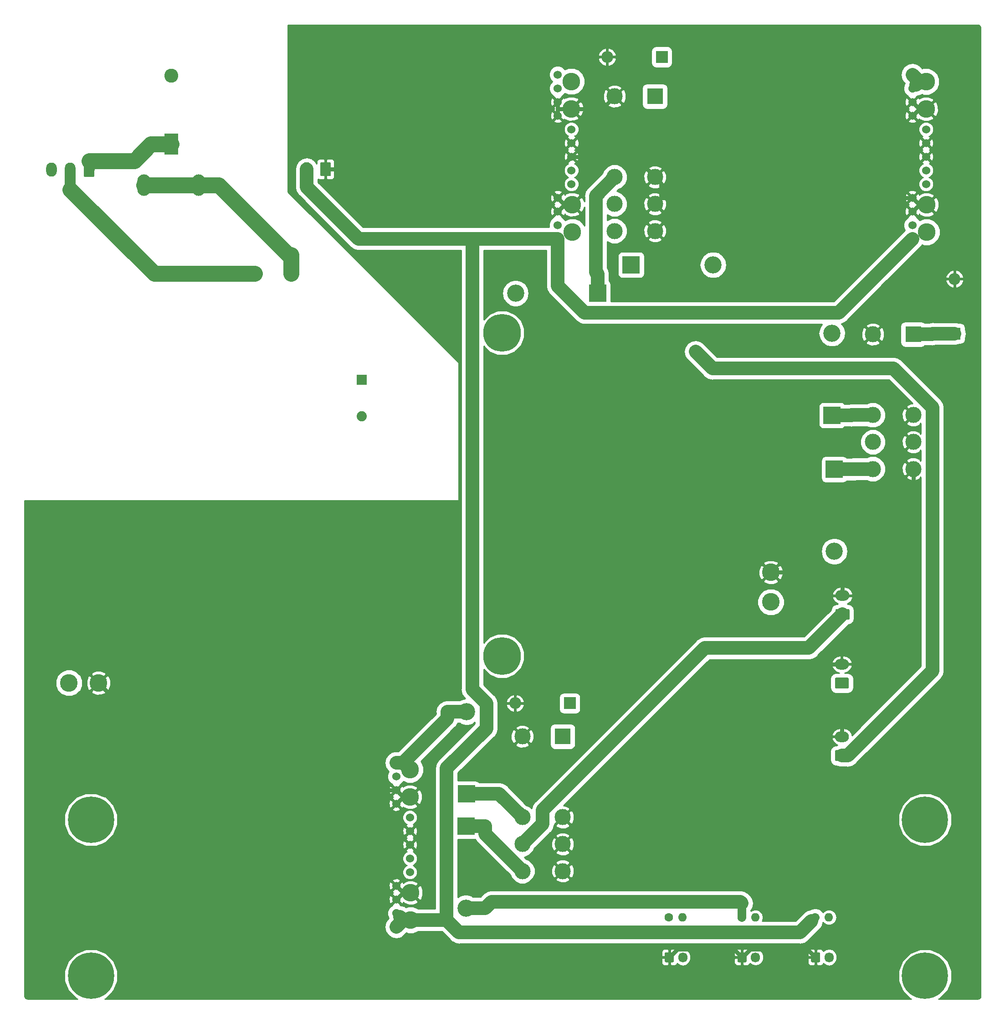
<source format=gbr>
G04 #@! TF.GenerationSoftware,KiCad,Pcbnew,(5.0.2)-1*
G04 #@! TF.CreationDate,2020-02-07T11:46:53+01:00*
G04 #@! TF.ProjectId,HB-WW-UB V2,48422d57-572d-4554-9220-56322e6b6963,V1.0.0*
G04 #@! TF.SameCoordinates,Original*
G04 #@! TF.FileFunction,Copper,L2,Bot*
G04 #@! TF.FilePolarity,Positive*
%FSLAX46Y46*%
G04 Gerber Fmt 4.6, Leading zero omitted, Abs format (unit mm)*
G04 Created by KiCad (PCBNEW (5.0.2)-1) date 07.02.2020 11:46:53*
%MOMM*%
%LPD*%
G01*
G04 APERTURE LIST*
G04 #@! TA.AperFunction,ComponentPad*
%ADD10O,3.200000X3.200000*%
G04 #@! TD*
G04 #@! TA.AperFunction,ComponentPad*
%ADD11R,3.200000X3.200000*%
G04 #@! TD*
G04 #@! TA.AperFunction,ComponentPad*
%ADD12C,8.600000*%
G04 #@! TD*
G04 #@! TA.AperFunction,ComponentPad*
%ADD13C,0.900000*%
G04 #@! TD*
G04 #@! TA.AperFunction,ComponentPad*
%ADD14C,7.000000*%
G04 #@! TD*
G04 #@! TA.AperFunction,ComponentPad*
%ADD15C,0.800000*%
G04 #@! TD*
G04 #@! TA.AperFunction,Conductor*
%ADD16C,0.100000*%
G04 #@! TD*
G04 #@! TA.AperFunction,ComponentPad*
%ADD17C,1.700000*%
G04 #@! TD*
G04 #@! TA.AperFunction,ComponentPad*
%ADD18O,1.700000X1.850000*%
G04 #@! TD*
G04 #@! TA.AperFunction,ComponentPad*
%ADD19R,2.200000X2.200000*%
G04 #@! TD*
G04 #@! TA.AperFunction,ComponentPad*
%ADD20O,2.200000X2.200000*%
G04 #@! TD*
G04 #@! TA.AperFunction,ComponentPad*
%ADD21R,2.500000X4.000000*%
G04 #@! TD*
G04 #@! TA.AperFunction,ComponentPad*
%ADD22O,2.500000X4.000000*%
G04 #@! TD*
G04 #@! TA.AperFunction,ComponentPad*
%ADD23C,2.600000*%
G04 #@! TD*
G04 #@! TA.AperFunction,ComponentPad*
%ADD24C,2.000000*%
G04 #@! TD*
G04 #@! TA.AperFunction,ComponentPad*
%ADD25O,2.000000X2.600000*%
G04 #@! TD*
G04 #@! TA.AperFunction,ComponentPad*
%ADD26O,2.600000X2.000000*%
G04 #@! TD*
G04 #@! TA.AperFunction,ComponentPad*
%ADD27R,3.000000X3.000000*%
G04 #@! TD*
G04 #@! TA.AperFunction,ComponentPad*
%ADD28C,3.000000*%
G04 #@! TD*
G04 #@! TA.AperFunction,ComponentPad*
%ADD29C,1.600000*%
G04 #@! TD*
G04 #@! TA.AperFunction,ComponentPad*
%ADD30O,1.600000X1.600000*%
G04 #@! TD*
G04 #@! TA.AperFunction,ComponentPad*
%ADD31R,1.881000X1.881000*%
G04 #@! TD*
G04 #@! TA.AperFunction,ComponentPad*
%ADD32C,1.881000*%
G04 #@! TD*
G04 #@! TA.AperFunction,ComponentPad*
%ADD33C,3.270000*%
G04 #@! TD*
G04 #@! TA.AperFunction,ComponentPad*
%ADD34C,1.524000*%
G04 #@! TD*
G04 #@! TA.AperFunction,ComponentPad*
%ADD35C,3.286000*%
G04 #@! TD*
G04 #@! TA.AperFunction,ViaPad*
%ADD36C,0.800000*%
G04 #@! TD*
G04 #@! TA.AperFunction,Conductor*
%ADD37C,3.000000*%
G04 #@! TD*
G04 #@! TA.AperFunction,Conductor*
%ADD38C,2.001600*%
G04 #@! TD*
G04 #@! TA.AperFunction,Conductor*
%ADD39C,1.999800*%
G04 #@! TD*
G04 #@! TA.AperFunction,Conductor*
%ADD40C,0.750000*%
G04 #@! TD*
G04 #@! TA.AperFunction,Conductor*
%ADD41C,2.500000*%
G04 #@! TD*
G04 #@! TA.AperFunction,Conductor*
%ADD42C,1.523800*%
G04 #@! TD*
G04 #@! TA.AperFunction,Conductor*
%ADD43C,1.599800*%
G04 #@! TD*
G04 #@! TA.AperFunction,Conductor*
%ADD44C,0.254000*%
G04 #@! TD*
G04 APERTURE END LIST*
D10*
G04 #@! TO.P,D11,2*
G04 #@! TO.N,/IRM60_12V+*
X142621000Y-57975500D03*
D11*
G04 #@! TO.P,D11,1*
G04 #@! TO.N,Net-(D11-Pad1)*
X127381000Y-57975500D03*
G04 #@! TD*
G04 #@! TO.P,D12,1*
G04 #@! TO.N,Net-(D12-Pad1)*
X121158000Y-63246000D03*
D10*
G04 #@! TO.P,D12,2*
G04 #@! TO.N,Net-(D12-Pad2)*
X105918000Y-63246000D03*
G04 #@! TD*
D12*
G04 #@! TO.P,REF_10,1*
G04 #@! TO.N,N/C*
X27000000Y-161000000D03*
D13*
X30225000Y-161000000D03*
X29280419Y-163280419D03*
X27000000Y-164225000D03*
X24719581Y-163280419D03*
X23775000Y-161000000D03*
X24719581Y-158719581D03*
X27000000Y-157775000D03*
X29280419Y-158719581D03*
G04 #@! TD*
G04 #@! TO.P,REF_11,1*
G04 #@! TO.N,N/C*
X29280419Y-187719581D03*
X27000000Y-186775000D03*
X24719581Y-187719581D03*
X23775000Y-190000000D03*
X24719581Y-192280419D03*
X27000000Y-193225000D03*
X29280419Y-192280419D03*
X30225000Y-190000000D03*
D12*
X27000000Y-190000000D03*
G04 #@! TD*
G04 #@! TO.P,REF_12,1*
G04 #@! TO.N,N/C*
X182000000Y-161000000D03*
D13*
X185225000Y-161000000D03*
X184280419Y-163280419D03*
X182000000Y-164225000D03*
X179719581Y-163280419D03*
X178775000Y-161000000D03*
X179719581Y-158719581D03*
X182000000Y-157775000D03*
X184280419Y-158719581D03*
G04 #@! TD*
D12*
G04 #@! TO.P,REF_09,1*
G04 #@! TO.N,N/C*
X182000000Y-190000000D03*
D13*
X185225000Y-190000000D03*
X184280419Y-192280419D03*
X182000000Y-193225000D03*
X179719581Y-192280419D03*
X178775000Y-190000000D03*
X179719581Y-187719581D03*
X182000000Y-186775000D03*
X184280419Y-187719581D03*
G04 #@! TD*
D14*
G04 #@! TO.P,REF_S2,1*
G04 #@! TO.N,N/C*
X103420000Y-130600000D03*
D15*
X106045000Y-130600000D03*
X105276155Y-132456155D03*
X103420000Y-133225000D03*
X101563845Y-132456155D03*
X100795000Y-130600000D03*
X101563845Y-128743845D03*
X103420000Y-127975000D03*
X105276155Y-128743845D03*
G04 #@! TD*
D14*
G04 #@! TO.P,REF_S1,1*
G04 #@! TO.N,N/C*
X103420000Y-70600000D03*
D15*
X106045000Y-70600000D03*
X105276155Y-72456155D03*
X103420000Y-73225000D03*
X101563845Y-72456155D03*
X100795000Y-70600000D03*
X101563845Y-68743845D03*
X103420000Y-67975000D03*
X105276155Y-68743845D03*
G04 #@! TD*
D16*
G04 #@! TO.N,GND*
G04 #@! TO.C,D1*
G36*
X135117504Y-185639204D02*
X135141773Y-185642804D01*
X135165571Y-185648765D01*
X135188671Y-185657030D01*
X135210849Y-185667520D01*
X135231893Y-185680133D01*
X135251598Y-185694747D01*
X135269777Y-185711223D01*
X135286253Y-185729402D01*
X135300867Y-185749107D01*
X135313480Y-185770151D01*
X135323970Y-185792329D01*
X135332235Y-185815429D01*
X135338196Y-185839227D01*
X135341796Y-185863496D01*
X135343000Y-185888000D01*
X135343000Y-187238000D01*
X135341796Y-187262504D01*
X135338196Y-187286773D01*
X135332235Y-187310571D01*
X135323970Y-187333671D01*
X135313480Y-187355849D01*
X135300867Y-187376893D01*
X135286253Y-187396598D01*
X135269777Y-187414777D01*
X135251598Y-187431253D01*
X135231893Y-187445867D01*
X135210849Y-187458480D01*
X135188671Y-187468970D01*
X135165571Y-187477235D01*
X135141773Y-187483196D01*
X135117504Y-187486796D01*
X135093000Y-187488000D01*
X133893000Y-187488000D01*
X133868496Y-187486796D01*
X133844227Y-187483196D01*
X133820429Y-187477235D01*
X133797329Y-187468970D01*
X133775151Y-187458480D01*
X133754107Y-187445867D01*
X133734402Y-187431253D01*
X133716223Y-187414777D01*
X133699747Y-187396598D01*
X133685133Y-187376893D01*
X133672520Y-187355849D01*
X133662030Y-187333671D01*
X133653765Y-187310571D01*
X133647804Y-187286773D01*
X133644204Y-187262504D01*
X133643000Y-187238000D01*
X133643000Y-185888000D01*
X133644204Y-185863496D01*
X133647804Y-185839227D01*
X133653765Y-185815429D01*
X133662030Y-185792329D01*
X133672520Y-185770151D01*
X133685133Y-185749107D01*
X133699747Y-185729402D01*
X133716223Y-185711223D01*
X133734402Y-185694747D01*
X133754107Y-185680133D01*
X133775151Y-185667520D01*
X133797329Y-185657030D01*
X133820429Y-185648765D01*
X133844227Y-185642804D01*
X133868496Y-185639204D01*
X133893000Y-185638000D01*
X135093000Y-185638000D01*
X135117504Y-185639204D01*
X135117504Y-185639204D01*
G37*
D17*
G04 #@! TD*
G04 #@! TO.P,D1,1*
G04 #@! TO.N,GND*
X134493000Y-186563000D03*
D18*
G04 #@! TO.P,D1,2*
G04 #@! TO.N,Net-(D1-Pad2)*
X136993000Y-186563000D03*
G04 #@! TD*
D16*
G04 #@! TO.N,GND*
G04 #@! TO.C,D2*
G36*
X148647504Y-185637204D02*
X148671773Y-185640804D01*
X148695571Y-185646765D01*
X148718671Y-185655030D01*
X148740849Y-185665520D01*
X148761893Y-185678133D01*
X148781598Y-185692747D01*
X148799777Y-185709223D01*
X148816253Y-185727402D01*
X148830867Y-185747107D01*
X148843480Y-185768151D01*
X148853970Y-185790329D01*
X148862235Y-185813429D01*
X148868196Y-185837227D01*
X148871796Y-185861496D01*
X148873000Y-185886000D01*
X148873000Y-187236000D01*
X148871796Y-187260504D01*
X148868196Y-187284773D01*
X148862235Y-187308571D01*
X148853970Y-187331671D01*
X148843480Y-187353849D01*
X148830867Y-187374893D01*
X148816253Y-187394598D01*
X148799777Y-187412777D01*
X148781598Y-187429253D01*
X148761893Y-187443867D01*
X148740849Y-187456480D01*
X148718671Y-187466970D01*
X148695571Y-187475235D01*
X148671773Y-187481196D01*
X148647504Y-187484796D01*
X148623000Y-187486000D01*
X147423000Y-187486000D01*
X147398496Y-187484796D01*
X147374227Y-187481196D01*
X147350429Y-187475235D01*
X147327329Y-187466970D01*
X147305151Y-187456480D01*
X147284107Y-187443867D01*
X147264402Y-187429253D01*
X147246223Y-187412777D01*
X147229747Y-187394598D01*
X147215133Y-187374893D01*
X147202520Y-187353849D01*
X147192030Y-187331671D01*
X147183765Y-187308571D01*
X147177804Y-187284773D01*
X147174204Y-187260504D01*
X147173000Y-187236000D01*
X147173000Y-185886000D01*
X147174204Y-185861496D01*
X147177804Y-185837227D01*
X147183765Y-185813429D01*
X147192030Y-185790329D01*
X147202520Y-185768151D01*
X147215133Y-185747107D01*
X147229747Y-185727402D01*
X147246223Y-185709223D01*
X147264402Y-185692747D01*
X147284107Y-185678133D01*
X147305151Y-185665520D01*
X147327329Y-185655030D01*
X147350429Y-185646765D01*
X147374227Y-185640804D01*
X147398496Y-185637204D01*
X147423000Y-185636000D01*
X148623000Y-185636000D01*
X148647504Y-185637204D01*
X148647504Y-185637204D01*
G37*
D17*
G04 #@! TD*
G04 #@! TO.P,D2,1*
G04 #@! TO.N,GND*
X148023000Y-186561000D03*
D18*
G04 #@! TO.P,D2,2*
G04 #@! TO.N,Net-(D2-Pad2)*
X150523000Y-186561000D03*
G04 #@! TD*
G04 #@! TO.P,D3,2*
G04 #@! TO.N,Net-(D3-Pad2)*
X164171000Y-186563000D03*
D16*
G04 #@! TD*
G04 #@! TO.N,GND*
G04 #@! TO.C,D3*
G36*
X162295504Y-185639204D02*
X162319773Y-185642804D01*
X162343571Y-185648765D01*
X162366671Y-185657030D01*
X162388849Y-185667520D01*
X162409893Y-185680133D01*
X162429598Y-185694747D01*
X162447777Y-185711223D01*
X162464253Y-185729402D01*
X162478867Y-185749107D01*
X162491480Y-185770151D01*
X162501970Y-185792329D01*
X162510235Y-185815429D01*
X162516196Y-185839227D01*
X162519796Y-185863496D01*
X162521000Y-185888000D01*
X162521000Y-187238000D01*
X162519796Y-187262504D01*
X162516196Y-187286773D01*
X162510235Y-187310571D01*
X162501970Y-187333671D01*
X162491480Y-187355849D01*
X162478867Y-187376893D01*
X162464253Y-187396598D01*
X162447777Y-187414777D01*
X162429598Y-187431253D01*
X162409893Y-187445867D01*
X162388849Y-187458480D01*
X162366671Y-187468970D01*
X162343571Y-187477235D01*
X162319773Y-187483196D01*
X162295504Y-187486796D01*
X162271000Y-187488000D01*
X161071000Y-187488000D01*
X161046496Y-187486796D01*
X161022227Y-187483196D01*
X160998429Y-187477235D01*
X160975329Y-187468970D01*
X160953151Y-187458480D01*
X160932107Y-187445867D01*
X160912402Y-187431253D01*
X160894223Y-187414777D01*
X160877747Y-187396598D01*
X160863133Y-187376893D01*
X160850520Y-187355849D01*
X160840030Y-187333671D01*
X160831765Y-187310571D01*
X160825804Y-187286773D01*
X160822204Y-187262504D01*
X160821000Y-187238000D01*
X160821000Y-185888000D01*
X160822204Y-185863496D01*
X160825804Y-185839227D01*
X160831765Y-185815429D01*
X160840030Y-185792329D01*
X160850520Y-185770151D01*
X160863133Y-185749107D01*
X160877747Y-185729402D01*
X160894223Y-185711223D01*
X160912402Y-185694747D01*
X160932107Y-185680133D01*
X160953151Y-185667520D01*
X160975329Y-185657030D01*
X160998429Y-185648765D01*
X161022227Y-185642804D01*
X161046496Y-185639204D01*
X161071000Y-185638000D01*
X162271000Y-185638000D01*
X162295504Y-185639204D01*
X162295504Y-185639204D01*
G37*
D17*
G04 #@! TO.P,D3,1*
G04 #@! TO.N,GND*
X161671000Y-186563000D03*
G04 #@! TD*
D19*
G04 #@! TO.P,D10,1*
G04 #@! TO.N,/IRM60_12V+*
X133096000Y-19367500D03*
D20*
G04 #@! TO.P,D10,2*
G04 #@! TO.N,GND*
X122936000Y-19367500D03*
G04 #@! TD*
D19*
G04 #@! TO.P,D20,1*
G04 #@! TO.N,/IRM60_12V+*
X187516000Y-70739000D03*
D20*
G04 #@! TO.P,D20,2*
G04 #@! TO.N,GND*
X187516000Y-60579000D03*
G04 #@! TD*
D10*
G04 #@! TO.P,D21,2*
G04 #@! TO.N,/IRM60_05V+*
X165164000Y-111188500D03*
D11*
G04 #@! TO.P,D21,1*
G04 #@! TO.N,Net-(D21-Pad1)*
X165164000Y-95948500D03*
G04 #@! TD*
G04 #@! TO.P,D22,1*
G04 #@! TO.N,Net-(D22-Pad1)*
X164719000Y-85915500D03*
D10*
G04 #@! TO.P,D22,2*
G04 #@! TO.N,Net-(D22-Pad2)*
X164719000Y-70675500D03*
G04 #@! TD*
D20*
G04 #@! TO.P,D30,2*
G04 #@! TO.N,GND*
X105854000Y-139382000D03*
D19*
G04 #@! TO.P,D30,1*
G04 #@! TO.N,/IRM60_12V+*
X116014000Y-139382000D03*
G04 #@! TD*
D11*
G04 #@! TO.P,D31,1*
G04 #@! TO.N,Net-(D31-Pad1)*
X96710500Y-162179000D03*
D10*
G04 #@! TO.P,D31,2*
G04 #@! TO.N,/IRM60_05V+*
X96710500Y-177419000D03*
G04 #@! TD*
G04 #@! TO.P,D32,2*
G04 #@! TO.N,Net-(D32-Pad2)*
X96837500Y-140970000D03*
D11*
G04 #@! TO.P,D32,1*
G04 #@! TO.N,Net-(D32-Pad1)*
X96837500Y-156210000D03*
G04 #@! TD*
D21*
G04 #@! TO.P,F1,1*
G04 #@! TO.N,Net-(F1-Pad1)*
X41910000Y-35560000D03*
D22*
G04 #@! TO.P,F1,2*
G04 #@! TO.N,Net-(F1-Pad2)*
X36830000Y-43180000D03*
X46990000Y-43180000D03*
D23*
G04 #@! TO.P,F1,*
G04 #@! TO.N,*
X41910000Y-22860000D03*
G04 #@! TD*
D16*
G04 #@! TO.N,Net-(F1-Pad1)*
G04 #@! TO.C,J1*
G36*
X27444504Y-39023704D02*
X27468773Y-39027304D01*
X27492571Y-39033265D01*
X27515671Y-39041530D01*
X27537849Y-39052020D01*
X27558893Y-39064633D01*
X27578598Y-39079247D01*
X27596777Y-39095723D01*
X27613253Y-39113902D01*
X27627867Y-39133607D01*
X27640480Y-39154651D01*
X27650970Y-39176829D01*
X27659235Y-39199929D01*
X27665196Y-39223727D01*
X27668796Y-39247996D01*
X27670000Y-39272500D01*
X27670000Y-41372500D01*
X27668796Y-41397004D01*
X27665196Y-41421273D01*
X27659235Y-41445071D01*
X27650970Y-41468171D01*
X27640480Y-41490349D01*
X27627867Y-41511393D01*
X27613253Y-41531098D01*
X27596777Y-41549277D01*
X27578598Y-41565753D01*
X27558893Y-41580367D01*
X27537849Y-41592980D01*
X27515671Y-41603470D01*
X27492571Y-41611735D01*
X27468773Y-41617696D01*
X27444504Y-41621296D01*
X27420000Y-41622500D01*
X25920000Y-41622500D01*
X25895496Y-41621296D01*
X25871227Y-41617696D01*
X25847429Y-41611735D01*
X25824329Y-41603470D01*
X25802151Y-41592980D01*
X25781107Y-41580367D01*
X25761402Y-41565753D01*
X25743223Y-41549277D01*
X25726747Y-41531098D01*
X25712133Y-41511393D01*
X25699520Y-41490349D01*
X25689030Y-41468171D01*
X25680765Y-41445071D01*
X25674804Y-41421273D01*
X25671204Y-41397004D01*
X25670000Y-41372500D01*
X25670000Y-39272500D01*
X25671204Y-39247996D01*
X25674804Y-39223727D01*
X25680765Y-39199929D01*
X25689030Y-39176829D01*
X25699520Y-39154651D01*
X25712133Y-39133607D01*
X25726747Y-39113902D01*
X25743223Y-39095723D01*
X25761402Y-39079247D01*
X25781107Y-39064633D01*
X25802151Y-39052020D01*
X25824329Y-39041530D01*
X25847429Y-39033265D01*
X25871227Y-39027304D01*
X25895496Y-39023704D01*
X25920000Y-39022500D01*
X27420000Y-39022500D01*
X27444504Y-39023704D01*
X27444504Y-39023704D01*
G37*
D24*
G04 #@! TD*
G04 #@! TO.P,J1,1*
G04 #@! TO.N,Net-(F1-Pad1)*
X26670000Y-40322500D03*
D25*
G04 #@! TO.P,J1,2*
G04 #@! TO.N,Net-(J1-Pad2)*
X23170000Y-40322500D03*
G04 #@! TO.P,J1,3*
G04 #@! TO.N,GNDPWR*
X19670000Y-40322500D03*
G04 #@! TD*
D16*
G04 #@! TO.N,GND*
G04 #@! TO.C,J2*
G36*
X71386504Y-38896704D02*
X71410773Y-38900304D01*
X71434571Y-38906265D01*
X71457671Y-38914530D01*
X71479849Y-38925020D01*
X71500893Y-38937633D01*
X71520598Y-38952247D01*
X71538777Y-38968723D01*
X71555253Y-38986902D01*
X71569867Y-39006607D01*
X71582480Y-39027651D01*
X71592970Y-39049829D01*
X71601235Y-39072929D01*
X71607196Y-39096727D01*
X71610796Y-39120996D01*
X71612000Y-39145500D01*
X71612000Y-41245500D01*
X71610796Y-41270004D01*
X71607196Y-41294273D01*
X71601235Y-41318071D01*
X71592970Y-41341171D01*
X71582480Y-41363349D01*
X71569867Y-41384393D01*
X71555253Y-41404098D01*
X71538777Y-41422277D01*
X71520598Y-41438753D01*
X71500893Y-41453367D01*
X71479849Y-41465980D01*
X71457671Y-41476470D01*
X71434571Y-41484735D01*
X71410773Y-41490696D01*
X71386504Y-41494296D01*
X71362000Y-41495500D01*
X69862000Y-41495500D01*
X69837496Y-41494296D01*
X69813227Y-41490696D01*
X69789429Y-41484735D01*
X69766329Y-41476470D01*
X69744151Y-41465980D01*
X69723107Y-41453367D01*
X69703402Y-41438753D01*
X69685223Y-41422277D01*
X69668747Y-41404098D01*
X69654133Y-41384393D01*
X69641520Y-41363349D01*
X69631030Y-41341171D01*
X69622765Y-41318071D01*
X69616804Y-41294273D01*
X69613204Y-41270004D01*
X69612000Y-41245500D01*
X69612000Y-39145500D01*
X69613204Y-39120996D01*
X69616804Y-39096727D01*
X69622765Y-39072929D01*
X69631030Y-39049829D01*
X69641520Y-39027651D01*
X69654133Y-39006607D01*
X69668747Y-38986902D01*
X69685223Y-38968723D01*
X69703402Y-38952247D01*
X69723107Y-38937633D01*
X69744151Y-38925020D01*
X69766329Y-38914530D01*
X69789429Y-38906265D01*
X69813227Y-38900304D01*
X69837496Y-38896704D01*
X69862000Y-38895500D01*
X71362000Y-38895500D01*
X71386504Y-38896704D01*
X71386504Y-38896704D01*
G37*
D24*
G04 #@! TD*
G04 #@! TO.P,J2,1*
G04 #@! TO.N,GND*
X70612000Y-40195500D03*
D25*
G04 #@! TO.P,J2,2*
G04 #@! TO.N,/Board_12V+*
X67112000Y-40195500D03*
G04 #@! TD*
D26*
G04 #@! TO.P,J3,2*
G04 #@! TO.N,GND*
X166560000Y-145598000D03*
D16*
G04 #@! TD*
G04 #@! TO.N,/OUT_Sens_12V+*
G04 #@! TO.C,J3*
G36*
X167634504Y-148099204D02*
X167658773Y-148102804D01*
X167682571Y-148108765D01*
X167705671Y-148117030D01*
X167727849Y-148127520D01*
X167748893Y-148140133D01*
X167768598Y-148154747D01*
X167786777Y-148171223D01*
X167803253Y-148189402D01*
X167817867Y-148209107D01*
X167830480Y-148230151D01*
X167840970Y-148252329D01*
X167849235Y-148275429D01*
X167855196Y-148299227D01*
X167858796Y-148323496D01*
X167860000Y-148348000D01*
X167860000Y-149848000D01*
X167858796Y-149872504D01*
X167855196Y-149896773D01*
X167849235Y-149920571D01*
X167840970Y-149943671D01*
X167830480Y-149965849D01*
X167817867Y-149986893D01*
X167803253Y-150006598D01*
X167786777Y-150024777D01*
X167768598Y-150041253D01*
X167748893Y-150055867D01*
X167727849Y-150068480D01*
X167705671Y-150078970D01*
X167682571Y-150087235D01*
X167658773Y-150093196D01*
X167634504Y-150096796D01*
X167610000Y-150098000D01*
X165510000Y-150098000D01*
X165485496Y-150096796D01*
X165461227Y-150093196D01*
X165437429Y-150087235D01*
X165414329Y-150078970D01*
X165392151Y-150068480D01*
X165371107Y-150055867D01*
X165351402Y-150041253D01*
X165333223Y-150024777D01*
X165316747Y-150006598D01*
X165302133Y-149986893D01*
X165289520Y-149965849D01*
X165279030Y-149943671D01*
X165270765Y-149920571D01*
X165264804Y-149896773D01*
X165261204Y-149872504D01*
X165260000Y-149848000D01*
X165260000Y-148348000D01*
X165261204Y-148323496D01*
X165264804Y-148299227D01*
X165270765Y-148275429D01*
X165279030Y-148252329D01*
X165289520Y-148230151D01*
X165302133Y-148209107D01*
X165316747Y-148189402D01*
X165333223Y-148171223D01*
X165351402Y-148154747D01*
X165371107Y-148140133D01*
X165392151Y-148127520D01*
X165414329Y-148117030D01*
X165437429Y-148108765D01*
X165461227Y-148102804D01*
X165485496Y-148099204D01*
X165510000Y-148098000D01*
X167610000Y-148098000D01*
X167634504Y-148099204D01*
X167634504Y-148099204D01*
G37*
D24*
G04 #@! TO.P,J3,1*
G04 #@! TO.N,/OUT_Sens_12V+*
X166560000Y-149098000D03*
G04 #@! TD*
D16*
G04 #@! TO.N,/Out_CCU_+*
G04 #@! TO.C,J4*
G36*
X167634504Y-134637204D02*
X167658773Y-134640804D01*
X167682571Y-134646765D01*
X167705671Y-134655030D01*
X167727849Y-134665520D01*
X167748893Y-134678133D01*
X167768598Y-134692747D01*
X167786777Y-134709223D01*
X167803253Y-134727402D01*
X167817867Y-134747107D01*
X167830480Y-134768151D01*
X167840970Y-134790329D01*
X167849235Y-134813429D01*
X167855196Y-134837227D01*
X167858796Y-134861496D01*
X167860000Y-134886000D01*
X167860000Y-136386000D01*
X167858796Y-136410504D01*
X167855196Y-136434773D01*
X167849235Y-136458571D01*
X167840970Y-136481671D01*
X167830480Y-136503849D01*
X167817867Y-136524893D01*
X167803253Y-136544598D01*
X167786777Y-136562777D01*
X167768598Y-136579253D01*
X167748893Y-136593867D01*
X167727849Y-136606480D01*
X167705671Y-136616970D01*
X167682571Y-136625235D01*
X167658773Y-136631196D01*
X167634504Y-136634796D01*
X167610000Y-136636000D01*
X165510000Y-136636000D01*
X165485496Y-136634796D01*
X165461227Y-136631196D01*
X165437429Y-136625235D01*
X165414329Y-136616970D01*
X165392151Y-136606480D01*
X165371107Y-136593867D01*
X165351402Y-136579253D01*
X165333223Y-136562777D01*
X165316747Y-136544598D01*
X165302133Y-136524893D01*
X165289520Y-136503849D01*
X165279030Y-136481671D01*
X165270765Y-136458571D01*
X165264804Y-136434773D01*
X165261204Y-136410504D01*
X165260000Y-136386000D01*
X165260000Y-134886000D01*
X165261204Y-134861496D01*
X165264804Y-134837227D01*
X165270765Y-134813429D01*
X165279030Y-134790329D01*
X165289520Y-134768151D01*
X165302133Y-134747107D01*
X165316747Y-134727402D01*
X165333223Y-134709223D01*
X165351402Y-134692747D01*
X165371107Y-134678133D01*
X165392151Y-134665520D01*
X165414329Y-134655030D01*
X165437429Y-134646765D01*
X165461227Y-134640804D01*
X165485496Y-134637204D01*
X165510000Y-134636000D01*
X167610000Y-134636000D01*
X167634504Y-134637204D01*
X167634504Y-134637204D01*
G37*
D24*
G04 #@! TD*
G04 #@! TO.P,J4,1*
G04 #@! TO.N,/Out_CCU_+*
X166560000Y-135636000D03*
D26*
G04 #@! TO.P,J4,2*
G04 #@! TO.N,GND*
X166560000Y-132136000D03*
G04 #@! TD*
G04 #@! TO.P,J5,2*
G04 #@! TO.N,GND*
X166688000Y-119372000D03*
D16*
G04 #@! TD*
G04 #@! TO.N,/Out_ioBroker_+*
G04 #@! TO.C,J5*
G36*
X167762504Y-121873204D02*
X167786773Y-121876804D01*
X167810571Y-121882765D01*
X167833671Y-121891030D01*
X167855849Y-121901520D01*
X167876893Y-121914133D01*
X167896598Y-121928747D01*
X167914777Y-121945223D01*
X167931253Y-121963402D01*
X167945867Y-121983107D01*
X167958480Y-122004151D01*
X167968970Y-122026329D01*
X167977235Y-122049429D01*
X167983196Y-122073227D01*
X167986796Y-122097496D01*
X167988000Y-122122000D01*
X167988000Y-123622000D01*
X167986796Y-123646504D01*
X167983196Y-123670773D01*
X167977235Y-123694571D01*
X167968970Y-123717671D01*
X167958480Y-123739849D01*
X167945867Y-123760893D01*
X167931253Y-123780598D01*
X167914777Y-123798777D01*
X167896598Y-123815253D01*
X167876893Y-123829867D01*
X167855849Y-123842480D01*
X167833671Y-123852970D01*
X167810571Y-123861235D01*
X167786773Y-123867196D01*
X167762504Y-123870796D01*
X167738000Y-123872000D01*
X165638000Y-123872000D01*
X165613496Y-123870796D01*
X165589227Y-123867196D01*
X165565429Y-123861235D01*
X165542329Y-123852970D01*
X165520151Y-123842480D01*
X165499107Y-123829867D01*
X165479402Y-123815253D01*
X165461223Y-123798777D01*
X165444747Y-123780598D01*
X165430133Y-123760893D01*
X165417520Y-123739849D01*
X165407030Y-123717671D01*
X165398765Y-123694571D01*
X165392804Y-123670773D01*
X165389204Y-123646504D01*
X165388000Y-123622000D01*
X165388000Y-122122000D01*
X165389204Y-122097496D01*
X165392804Y-122073227D01*
X165398765Y-122049429D01*
X165407030Y-122026329D01*
X165417520Y-122004151D01*
X165430133Y-121983107D01*
X165444747Y-121963402D01*
X165461223Y-121945223D01*
X165479402Y-121928747D01*
X165499107Y-121914133D01*
X165520151Y-121901520D01*
X165542329Y-121891030D01*
X165565429Y-121882765D01*
X165589227Y-121876804D01*
X165613496Y-121873204D01*
X165638000Y-121872000D01*
X167738000Y-121872000D01*
X167762504Y-121873204D01*
X167762504Y-121873204D01*
G37*
D24*
G04 #@! TO.P,J5,1*
G04 #@! TO.N,/Out_ioBroker_+*
X166688000Y-122872000D03*
G04 #@! TD*
D27*
G04 #@! TO.P,K10,A1*
G04 #@! TO.N,/IRM60_12V+*
X131826000Y-26670000D03*
D28*
G04 #@! TO.P,K10,A2*
G04 #@! TO.N,GND*
X124326000Y-26670000D03*
G04 #@! TO.P,K10,11*
X131826000Y-46670000D03*
G04 #@! TO.P,K10,24*
G04 #@! TO.N,Net-(D11-Pad1)*
X124326000Y-51670000D03*
G04 #@! TO.P,K10,22*
G04 #@! TO.N,Net-(D12-Pad1)*
X124326000Y-41670000D03*
G04 #@! TO.P,K10,12*
G04 #@! TO.N,GND*
X131826000Y-41670000D03*
G04 #@! TO.P,K10,21*
G04 #@! TO.N,/OUT_Sens_12V+*
X124326000Y-46670000D03*
G04 #@! TO.P,K10,14*
G04 #@! TO.N,GND*
X131826000Y-51670000D03*
G04 #@! TD*
G04 #@! TO.P,K20,14*
G04 #@! TO.N,GND*
X179832000Y-95866000D03*
G04 #@! TO.P,K20,21*
G04 #@! TO.N,/Out_CCU_+*
X172332000Y-90866000D03*
G04 #@! TO.P,K20,12*
G04 #@! TO.N,GND*
X179832000Y-85866000D03*
G04 #@! TO.P,K20,22*
G04 #@! TO.N,Net-(D22-Pad1)*
X172332000Y-85866000D03*
G04 #@! TO.P,K20,24*
G04 #@! TO.N,Net-(D21-Pad1)*
X172332000Y-95866000D03*
G04 #@! TO.P,K20,11*
G04 #@! TO.N,GND*
X179832000Y-90866000D03*
G04 #@! TO.P,K20,A2*
X172332000Y-70866000D03*
D27*
G04 #@! TO.P,K20,A1*
G04 #@! TO.N,/IRM60_12V+*
X179832000Y-70866000D03*
G04 #@! TD*
G04 #@! TO.P,K30,A1*
G04 #@! TO.N,/IRM60_12V+*
X114681000Y-145542000D03*
D28*
G04 #@! TO.P,K30,A2*
G04 #@! TO.N,GND*
X107181000Y-145542000D03*
G04 #@! TO.P,K30,11*
X114681000Y-165542000D03*
G04 #@! TO.P,K30,24*
G04 #@! TO.N,Net-(D31-Pad1)*
X107181000Y-170542000D03*
G04 #@! TO.P,K30,22*
G04 #@! TO.N,Net-(D32-Pad1)*
X107181000Y-160542000D03*
G04 #@! TO.P,K30,12*
G04 #@! TO.N,GND*
X114681000Y-160542000D03*
G04 #@! TO.P,K30,21*
G04 #@! TO.N,/Out_ioBroker_+*
X107181000Y-165542000D03*
G04 #@! TO.P,K30,14*
G04 #@! TO.N,GND*
X114681000Y-170542000D03*
G04 #@! TD*
D29*
G04 #@! TO.P,R1,1*
G04 #@! TO.N,/IRM60_12V+*
X134366000Y-179134000D03*
D30*
G04 #@! TO.P,R1,2*
G04 #@! TO.N,Net-(D1-Pad2)*
X136906000Y-179134000D03*
G04 #@! TD*
D29*
G04 #@! TO.P,R2,1*
G04 #@! TO.N,/IRM60_05V+*
X147955000Y-179134000D03*
D30*
G04 #@! TO.P,R2,2*
G04 #@! TO.N,Net-(D2-Pad2)*
X150495000Y-179134000D03*
G04 #@! TD*
G04 #@! TO.P,R3,2*
G04 #@! TO.N,Net-(D3-Pad2)*
X164148000Y-179134000D03*
D29*
G04 #@! TO.P,R3,1*
G04 #@! TO.N,/Board_12V+*
X161608000Y-179134000D03*
G04 #@! TD*
D31*
G04 #@! TO.P,PS1,AC/L*
G04 #@! TO.N,Net-(F1-Pad2)*
X64180000Y-59590000D03*
D32*
G04 #@! TO.P,PS1,AC/N*
G04 #@! TO.N,Net-(J1-Pad2)*
X57430000Y-59590000D03*
D33*
G04 #@! TO.P,PS1,V*
G04 #@! TO.N,GND*
X28430000Y-135590000D03*
G04 #@! TO.P,PS1,+V*
G04 #@! TO.N,/IRM60_12V+*
X22930000Y-135590000D03*
G04 #@! TD*
G04 #@! TO.P,PS2,+V*
G04 #@! TO.N,/IRM60_05V+*
X153370000Y-120580000D03*
G04 #@! TO.P,PS2,V*
G04 #@! TO.N,GND*
X153370000Y-115080000D03*
D32*
G04 #@! TO.P,PS2,AC/N*
G04 #@! TO.N,Net-(J1-Pad2)*
X77370000Y-86080000D03*
D31*
G04 #@! TO.P,PS2,AC/L*
G04 #@! TO.N,Net-(F1-Pad2)*
X77370000Y-79330000D03*
G04 #@! TD*
D34*
G04 #@! TO.P,U10,5*
G04 #@! TO.N,Net-(U10-Pad5)*
X116291000Y-42950000D03*
G04 #@! TO.P,U10,6*
G04 #@! TO.N,Net-(U10-Pad6)*
X116291000Y-40410000D03*
G04 #@! TO.P,U10,7*
G04 #@! TO.N,GND*
X116291000Y-37870000D03*
G04 #@! TO.P,U10,8*
X116291000Y-35330000D03*
G04 #@! TO.P,U10,3*
X113751000Y-30250000D03*
X113751000Y-27710000D03*
G04 #@! TO.P,U10,4*
G04 #@! TO.N,Net-(D12-Pad2)*
X113751000Y-25170000D03*
X113751000Y-22630000D03*
G04 #@! TO.P,U10,2*
G04 #@! TO.N,GND*
X113751000Y-45490000D03*
X113751000Y-48030000D03*
G04 #@! TO.P,U10,1*
G04 #@! TO.N,/Board_12V+*
X113751000Y-50570000D03*
X113751000Y-53110000D03*
D35*
G04 #@! TO.P,U10,4*
G04 #@! TO.N,Net-(D12-Pad2)*
X116300000Y-23900000D03*
G04 #@! TO.P,U10,3*
G04 #@! TO.N,GND*
X116300000Y-28980000D03*
G04 #@! TO.P,U10,2*
X116431000Y-46760000D03*
G04 #@! TO.P,U10,1*
G04 #@! TO.N,/Board_12V+*
X116431000Y-51840000D03*
D34*
G04 #@! TO.P,U10,9*
G04 #@! TO.N,Net-(U10-Pad9)*
X116291000Y-32790000D03*
G04 #@! TD*
G04 #@! TO.P,U20,5*
G04 #@! TO.N,Net-(U20-Pad5)*
X182191000Y-42970000D03*
G04 #@! TO.P,U20,6*
G04 #@! TO.N,Net-(U20-Pad6)*
X182191000Y-40430000D03*
G04 #@! TO.P,U20,7*
G04 #@! TO.N,GND*
X182191000Y-37890000D03*
G04 #@! TO.P,U20,8*
X182191000Y-35350000D03*
G04 #@! TO.P,U20,3*
X179651000Y-30270000D03*
X179651000Y-27730000D03*
G04 #@! TO.P,U20,4*
G04 #@! TO.N,Net-(D22-Pad2)*
X179651000Y-25190000D03*
X179651000Y-22650000D03*
G04 #@! TO.P,U20,2*
G04 #@! TO.N,GND*
X179651000Y-45510000D03*
X179651000Y-48050000D03*
G04 #@! TO.P,U20,1*
G04 #@! TO.N,/Board_12V+*
X179651000Y-50590000D03*
X179651000Y-53130000D03*
D35*
G04 #@! TO.P,U20,4*
G04 #@! TO.N,Net-(D22-Pad2)*
X182200000Y-23920000D03*
G04 #@! TO.P,U20,3*
G04 #@! TO.N,GND*
X182200000Y-29000000D03*
G04 #@! TO.P,U20,2*
X182331000Y-46780000D03*
G04 #@! TO.P,U20,1*
G04 #@! TO.N,/Board_12V+*
X182331000Y-51860000D03*
D34*
G04 #@! TO.P,U20,9*
G04 #@! TO.N,Net-(U20-Pad9)*
X182191000Y-32810000D03*
G04 #@! TD*
G04 #@! TO.P,U30,5*
G04 #@! TO.N,Net-(U30-Pad5)*
X86291000Y-170750000D03*
G04 #@! TO.P,U30,6*
G04 #@! TO.N,Net-(U30-Pad6)*
X86291000Y-168210000D03*
G04 #@! TO.P,U30,7*
G04 #@! TO.N,GND*
X86291000Y-165670000D03*
G04 #@! TO.P,U30,8*
X86291000Y-163130000D03*
G04 #@! TO.P,U30,3*
X83751000Y-158050000D03*
X83751000Y-155510000D03*
G04 #@! TO.P,U30,4*
G04 #@! TO.N,Net-(D32-Pad2)*
X83751000Y-152970000D03*
X83751000Y-150430000D03*
G04 #@! TO.P,U30,2*
G04 #@! TO.N,GND*
X83751000Y-173290000D03*
X83751000Y-175830000D03*
G04 #@! TO.P,U30,1*
G04 #@! TO.N,/Board_12V+*
X83751000Y-178370000D03*
X83751000Y-180910000D03*
D35*
G04 #@! TO.P,U30,4*
G04 #@! TO.N,Net-(D32-Pad2)*
X86300000Y-151700000D03*
G04 #@! TO.P,U30,3*
G04 #@! TO.N,GND*
X86300000Y-156780000D03*
G04 #@! TO.P,U30,2*
X86431000Y-174560000D03*
G04 #@! TO.P,U30,1*
G04 #@! TO.N,/Board_12V+*
X86431000Y-179640000D03*
D34*
G04 #@! TO.P,U30,9*
G04 #@! TO.N,Net-(U30-Pad9)*
X86291000Y-160590000D03*
G04 #@! TD*
D36*
G04 #@! TO.N,/OUT_Sens_12V+*
X139359700Y-74094300D03*
G04 #@! TD*
D37*
G04 #@! TO.N,Net-(F1-Pad1)*
X41910000Y-35560000D02*
X38159700Y-35560000D01*
X26670400Y-38679600D02*
X35040100Y-38679600D01*
X35040100Y-38679600D02*
X38159700Y-35560000D01*
D38*
X26670400Y-38679600D02*
X26670000Y-38680000D01*
X26670000Y-38680000D02*
X26670000Y-40322500D01*
D37*
G04 #@! TO.N,Net-(F1-Pad2)*
X64180000Y-59590000D02*
X64180000Y-56149200D01*
X46990000Y-43180000D02*
X50740300Y-43180000D01*
X64180000Y-56149200D02*
X63709500Y-56149200D01*
X63709500Y-56149200D02*
X50740300Y-43180000D01*
X46990000Y-43180000D02*
X36830000Y-43180000D01*
D39*
G04 #@! TO.N,Net-(J1-Pad2)*
X23170000Y-43976700D02*
X23170000Y-40322500D01*
D37*
X57430000Y-59590000D02*
X38783300Y-59590000D01*
X38783300Y-59590000D02*
X23170000Y-43976700D01*
D40*
G04 #@! TO.N,GND*
X116300000Y-28980000D02*
X113751000Y-28980000D01*
X124326000Y-26670000D02*
X122016000Y-28980000D01*
X122016000Y-28980000D02*
X116300000Y-28980000D01*
X113751000Y-28980000D02*
X113751000Y-27710000D01*
X113751000Y-30250000D02*
X113751000Y-28980000D01*
X180921000Y-29000000D02*
X179651000Y-27730000D01*
X182200000Y-29000000D02*
X180921000Y-29000000D01*
X179651000Y-30270000D02*
X180921000Y-29000000D01*
X180921000Y-46780000D02*
X179651000Y-48050000D01*
X182331000Y-46780000D02*
X180921000Y-46780000D01*
X180921000Y-46780000D02*
X179651000Y-45510000D01*
X166560000Y-145598000D02*
X166560000Y-143848000D01*
X166560000Y-132136000D02*
X164510000Y-132136000D01*
X164510000Y-132136000D02*
X164133600Y-132512400D01*
X164133600Y-132512400D02*
X164133600Y-141421600D01*
X164133600Y-141421600D02*
X166560000Y-143848000D01*
X111211000Y-42950000D02*
X113751000Y-45490000D01*
X70612000Y-40195500D02*
X108456500Y-40195500D01*
X108456500Y-40195500D02*
X111211000Y-42950000D01*
X116291000Y-37870000D02*
X111211000Y-42950000D01*
X131826000Y-41670000D02*
X128026000Y-37870000D01*
X128026000Y-37870000D02*
X116291000Y-37870000D01*
X115021000Y-46760000D02*
X113751000Y-48030000D01*
X116431000Y-46760000D02*
X115021000Y-46760000D01*
X115021000Y-46760000D02*
X113751000Y-45490000D01*
X85021000Y-156780000D02*
X86300000Y-156780000D01*
X83751000Y-155510000D02*
X85021000Y-156780000D01*
X83751000Y-158050000D02*
X85021000Y-156780000D01*
X85021000Y-174560000D02*
X83751000Y-175830000D01*
X86431000Y-174560000D02*
X85021000Y-174560000D01*
X85021000Y-174560000D02*
X83751000Y-173290000D01*
X134493000Y-186563000D02*
X135995400Y-185060600D01*
X135995400Y-185060600D02*
X146522600Y-185060600D01*
X146522600Y-185060600D02*
X148023000Y-186561000D01*
X132986000Y-45510000D02*
X131826000Y-46670000D01*
X179651000Y-45510000D02*
X132986000Y-45510000D01*
X132986000Y-45510000D02*
X132986000Y-42830000D01*
X132986000Y-42830000D02*
X131826000Y-41670000D01*
X161671000Y-186563000D02*
X160131700Y-185023700D01*
X160131700Y-185023700D02*
X149560300Y-185023700D01*
X149560300Y-185023700D02*
X148023000Y-186561000D01*
X164643100Y-115577100D02*
X166688000Y-117622000D01*
X153370000Y-115080000D02*
X164146000Y-115080000D01*
X164146000Y-115080000D02*
X164643100Y-115577100D01*
X164643100Y-115577100D02*
X179832000Y-100388200D01*
X179832000Y-100388200D02*
X179832000Y-95866000D01*
X28430000Y-135590000D02*
X48350000Y-155510000D01*
X48350000Y-155510000D02*
X83751000Y-155510000D01*
X166688000Y-119372000D02*
X166688000Y-117622000D01*
D41*
G04 #@! TO.N,Net-(D12-Pad1)*
X121158000Y-63246000D02*
X121158000Y-59645700D01*
X124326000Y-41670000D02*
X120819300Y-45176700D01*
X120819300Y-45176700D02*
X120819300Y-59307000D01*
X120819300Y-59307000D02*
X121158000Y-59645700D01*
G04 #@! TO.N,Net-(D21-Pad1)*
X165164000Y-95948500D02*
X168764300Y-95948500D01*
X172332000Y-95866000D02*
X168846800Y-95866000D01*
X168846800Y-95866000D02*
X168764300Y-95948500D01*
G04 #@! TO.N,Net-(D22-Pad1)*
X164719000Y-85915500D02*
X168319300Y-85915500D01*
X172332000Y-85866000D02*
X168368800Y-85866000D01*
X168368800Y-85866000D02*
X168319300Y-85915500D01*
D42*
G04 #@! TO.N,Net-(D22-Pad2)*
X180334400Y-24506600D02*
X179651000Y-25190000D01*
D41*
X180921000Y-23920000D02*
X179651000Y-22650000D01*
X182200000Y-23920000D02*
X180921000Y-23920000D01*
X180921000Y-23920000D02*
X180334400Y-24506600D01*
G04 #@! TO.N,Net-(D31-Pad1)*
X96710500Y-162179000D02*
X100310800Y-162179000D01*
X107181000Y-170542000D02*
X100310800Y-163671800D01*
X100310800Y-163671800D02*
X100310800Y-162179000D01*
G04 #@! TO.N,Net-(D32-Pad2)*
X85025500Y-150425500D02*
X93237200Y-142213800D01*
X93237200Y-142213800D02*
X93237200Y-140970000D01*
X83751000Y-150430000D02*
X85021000Y-150430000D01*
X85021000Y-150430000D02*
X85025500Y-150425500D01*
X86300000Y-151700000D02*
X85025500Y-150425500D01*
X96837500Y-140970000D02*
X93237200Y-140970000D01*
G04 #@! TO.N,Net-(D32-Pad1)*
X107181000Y-160542000D02*
X102849000Y-156210000D01*
X102849000Y-156210000D02*
X96837500Y-156210000D01*
G04 #@! TO.N,/Board_12V+*
X93101700Y-179640000D02*
X93101700Y-151446300D01*
X93101700Y-151446300D02*
X100490300Y-144057700D01*
X100490300Y-144057700D02*
X100490300Y-139434400D01*
X100490300Y-139434400D02*
X97885500Y-136829600D01*
X97885500Y-136829600D02*
X97885500Y-53110000D01*
X160897700Y-179844300D02*
X158801500Y-181940500D01*
X158801500Y-181940500D02*
X95402200Y-181940500D01*
X95402200Y-181940500D02*
X93101700Y-179640000D01*
X86431000Y-179640000D02*
X93101700Y-179640000D01*
X97885500Y-53110000D02*
X76726200Y-53110000D01*
X76726200Y-53110000D02*
X67112000Y-43495800D01*
X113751000Y-53110000D02*
X97885500Y-53110000D01*
X67112000Y-40195500D02*
X67112000Y-43495800D01*
X179651000Y-53130000D02*
X165934600Y-66846400D01*
X165934600Y-66846400D02*
X118713500Y-66846400D01*
X118713500Y-66846400D02*
X113751000Y-61883900D01*
X113751000Y-61883900D02*
X113751000Y-53110000D01*
D42*
X84434400Y-179053400D02*
X83751000Y-178370000D01*
D41*
X85021000Y-179640000D02*
X83751000Y-180910000D01*
X86431000Y-179640000D02*
X85021000Y-179640000D01*
X85021000Y-179640000D02*
X84434400Y-179053400D01*
D43*
X160897700Y-179844300D02*
X161608000Y-179134000D01*
D41*
G04 #@! TO.N,/Out_ioBroker_+*
X107181000Y-165542000D02*
X110982200Y-161740800D01*
X110982200Y-161740800D02*
X110982200Y-159277800D01*
X110982200Y-159277800D02*
X141124400Y-129135600D01*
X141124400Y-129135600D02*
X160424400Y-129135600D01*
X160424400Y-129135600D02*
X166688000Y-122872000D01*
G04 #@! TO.N,/IRM60_12V+*
X179832000Y-70866000D02*
X183332300Y-70866000D01*
X187516000Y-70739000D02*
X183459300Y-70739000D01*
X183459300Y-70739000D02*
X183332300Y-70866000D01*
G04 #@! TO.N,/IRM60_05V+*
X96710500Y-177419000D02*
X100310800Y-177419000D01*
X147955000Y-176541900D02*
X147706700Y-176293600D01*
X147706700Y-176293600D02*
X101436200Y-176293600D01*
X101436200Y-176293600D02*
X100310800Y-177419000D01*
D43*
X147955000Y-176541900D02*
X147955000Y-179134000D01*
D41*
G04 #@! TO.N,/OUT_Sens_12V+*
X139359700Y-74094300D02*
X142482100Y-77216700D01*
X142482100Y-77216700D02*
X176149500Y-77216700D01*
X176149500Y-77216700D02*
X183380600Y-84447800D01*
X183380600Y-84447800D02*
X183380600Y-133357400D01*
X183380600Y-133357400D02*
X167640000Y-149098000D01*
X167640000Y-149098000D02*
X166560000Y-149098000D01*
G04 #@! TD*
D44*
G04 #@! TO.N,GND*
G36*
X191957787Y-13454065D02*
X192122920Y-13549405D01*
X192245488Y-13695477D01*
X192321555Y-13904465D01*
X192330000Y-14000996D01*
X192330001Y-193667875D01*
X192285935Y-193917787D01*
X192190596Y-194082919D01*
X192044524Y-194205488D01*
X191835532Y-194281555D01*
X191739004Y-194290000D01*
X184538800Y-194290000D01*
X184795453Y-194183691D01*
X186183691Y-192795453D01*
X186935000Y-190981632D01*
X186935000Y-189018368D01*
X186183691Y-187204547D01*
X184795453Y-185816309D01*
X182981632Y-185065000D01*
X181018368Y-185065000D01*
X179204547Y-185816309D01*
X177816309Y-187204547D01*
X177065000Y-189018368D01*
X177065000Y-190981632D01*
X177816309Y-192795453D01*
X179204547Y-194183691D01*
X179461200Y-194290000D01*
X29538800Y-194290000D01*
X29795453Y-194183691D01*
X31183691Y-192795453D01*
X31935000Y-190981632D01*
X31935000Y-189018368D01*
X31183691Y-187204547D01*
X30827894Y-186848750D01*
X133008000Y-186848750D01*
X133008000Y-187614310D01*
X133104673Y-187847699D01*
X133283302Y-188026327D01*
X133516691Y-188123000D01*
X134207250Y-188123000D01*
X134366000Y-187964250D01*
X134366000Y-186690000D01*
X133166750Y-186690000D01*
X133008000Y-186848750D01*
X30827894Y-186848750D01*
X29795453Y-185816309D01*
X29060038Y-185511690D01*
X133008000Y-185511690D01*
X133008000Y-186277250D01*
X133166750Y-186436000D01*
X134366000Y-186436000D01*
X134366000Y-185161750D01*
X134620000Y-185161750D01*
X134620000Y-186436000D01*
X134640000Y-186436000D01*
X134640000Y-186690000D01*
X134620000Y-186690000D01*
X134620000Y-187964250D01*
X134778750Y-188123000D01*
X135469309Y-188123000D01*
X135702698Y-188026327D01*
X135881327Y-187847699D01*
X135935344Y-187717291D01*
X136413583Y-188036839D01*
X136993000Y-188152092D01*
X137572418Y-188036839D01*
X138063625Y-187708625D01*
X138391839Y-187217417D01*
X138465569Y-186846750D01*
X146538000Y-186846750D01*
X146538000Y-187612310D01*
X146634673Y-187845699D01*
X146813302Y-188024327D01*
X147046691Y-188121000D01*
X147737250Y-188121000D01*
X147896000Y-187962250D01*
X147896000Y-186688000D01*
X146696750Y-186688000D01*
X146538000Y-186846750D01*
X138465569Y-186846750D01*
X138478000Y-186784255D01*
X138478000Y-186341744D01*
X138391839Y-185908582D01*
X138125308Y-185509690D01*
X146538000Y-185509690D01*
X146538000Y-186275250D01*
X146696750Y-186434000D01*
X147896000Y-186434000D01*
X147896000Y-185159750D01*
X148150000Y-185159750D01*
X148150000Y-186434000D01*
X148170000Y-186434000D01*
X148170000Y-186688000D01*
X148150000Y-186688000D01*
X148150000Y-187962250D01*
X148308750Y-188121000D01*
X148999309Y-188121000D01*
X149232698Y-188024327D01*
X149411327Y-187845699D01*
X149465344Y-187715291D01*
X149943583Y-188034839D01*
X150523000Y-188150092D01*
X151102418Y-188034839D01*
X151593625Y-187706625D01*
X151921839Y-187215417D01*
X151994773Y-186848750D01*
X160186000Y-186848750D01*
X160186000Y-187614310D01*
X160282673Y-187847699D01*
X160461302Y-188026327D01*
X160694691Y-188123000D01*
X161385250Y-188123000D01*
X161544000Y-187964250D01*
X161544000Y-186690000D01*
X160344750Y-186690000D01*
X160186000Y-186848750D01*
X151994773Y-186848750D01*
X152008000Y-186782255D01*
X152008000Y-186339744D01*
X151921839Y-185906582D01*
X151657981Y-185511690D01*
X160186000Y-185511690D01*
X160186000Y-186277250D01*
X160344750Y-186436000D01*
X161544000Y-186436000D01*
X161544000Y-185161750D01*
X161798000Y-185161750D01*
X161798000Y-186436000D01*
X161818000Y-186436000D01*
X161818000Y-186690000D01*
X161798000Y-186690000D01*
X161798000Y-187964250D01*
X161956750Y-188123000D01*
X162647309Y-188123000D01*
X162880698Y-188026327D01*
X163059327Y-187847699D01*
X163113344Y-187717291D01*
X163591583Y-188036839D01*
X164171000Y-188152092D01*
X164750418Y-188036839D01*
X165241625Y-187708625D01*
X165569839Y-187217417D01*
X165656000Y-186784255D01*
X165656000Y-186341744D01*
X165569839Y-185908582D01*
X165241625Y-185417375D01*
X164750417Y-185089161D01*
X164171000Y-184973908D01*
X163591582Y-185089161D01*
X163113344Y-185408709D01*
X163059327Y-185278301D01*
X162880698Y-185099673D01*
X162647309Y-185003000D01*
X161956750Y-185003000D01*
X161798000Y-185161750D01*
X161544000Y-185161750D01*
X161385250Y-185003000D01*
X160694691Y-185003000D01*
X160461302Y-185099673D01*
X160282673Y-185278301D01*
X160186000Y-185511690D01*
X151657981Y-185511690D01*
X151593625Y-185415375D01*
X151102417Y-185087161D01*
X150523000Y-184971908D01*
X149943582Y-185087161D01*
X149465344Y-185406709D01*
X149411327Y-185276301D01*
X149232698Y-185097673D01*
X148999309Y-185001000D01*
X148308750Y-185001000D01*
X148150000Y-185159750D01*
X147896000Y-185159750D01*
X147737250Y-185001000D01*
X147046691Y-185001000D01*
X146813302Y-185097673D01*
X146634673Y-185276301D01*
X146538000Y-185509690D01*
X138125308Y-185509690D01*
X138063625Y-185417375D01*
X137572417Y-185089161D01*
X136993000Y-184973908D01*
X136413582Y-185089161D01*
X135935344Y-185408709D01*
X135881327Y-185278301D01*
X135702698Y-185099673D01*
X135469309Y-185003000D01*
X134778750Y-185003000D01*
X134620000Y-185161750D01*
X134366000Y-185161750D01*
X134207250Y-185003000D01*
X133516691Y-185003000D01*
X133283302Y-185099673D01*
X133104673Y-185278301D01*
X133008000Y-185511690D01*
X29060038Y-185511690D01*
X27981632Y-185065000D01*
X26018368Y-185065000D01*
X24204547Y-185816309D01*
X22816309Y-187204547D01*
X22065000Y-189018368D01*
X22065000Y-190981632D01*
X22816309Y-192795453D01*
X24204547Y-194183691D01*
X24461200Y-194290000D01*
X15302119Y-194290000D01*
X15052213Y-194245935D01*
X14887081Y-194150596D01*
X14764512Y-194004524D01*
X14688445Y-193795532D01*
X14680000Y-193699004D01*
X14680000Y-175622302D01*
X82341856Y-175622302D01*
X82369638Y-176177368D01*
X82528603Y-176561143D01*
X82770787Y-176630608D01*
X83571395Y-175830000D01*
X82770787Y-175029392D01*
X82528603Y-175098857D01*
X82341856Y-175622302D01*
X14680000Y-175622302D01*
X14680000Y-174270213D01*
X82950392Y-174270213D01*
X83019857Y-174512397D01*
X83143344Y-174556453D01*
X83019857Y-174607603D01*
X82950392Y-174849787D01*
X83751000Y-175650395D01*
X83765143Y-175636253D01*
X83944748Y-175815858D01*
X83930605Y-175830000D01*
X84731213Y-176630608D01*
X84973397Y-176561143D01*
X85063345Y-176309023D01*
X85170581Y-176510884D01*
X86013096Y-176844723D01*
X86919232Y-176830734D01*
X87691419Y-176510884D01*
X87868653Y-176177259D01*
X86431000Y-174739605D01*
X86416858Y-174753748D01*
X86237253Y-174574143D01*
X86251395Y-174560000D01*
X86610605Y-174560000D01*
X88048259Y-175997653D01*
X88381884Y-175820419D01*
X88715723Y-174977904D01*
X88701734Y-174071768D01*
X88381884Y-173299581D01*
X88048259Y-173122347D01*
X86610605Y-174560000D01*
X86251395Y-174560000D01*
X86237252Y-174545858D01*
X86416858Y-174366252D01*
X86431000Y-174380395D01*
X87868653Y-172942741D01*
X87691419Y-172609116D01*
X86848904Y-172275277D01*
X85942768Y-172289266D01*
X85170581Y-172609116D01*
X85071483Y-172795658D01*
X84973397Y-172558857D01*
X84731213Y-172489392D01*
X83930605Y-173290000D01*
X83944748Y-173304143D01*
X83765143Y-173483748D01*
X83751000Y-173469605D01*
X82950392Y-174270213D01*
X14680000Y-174270213D01*
X14680000Y-173082302D01*
X82341856Y-173082302D01*
X82369638Y-173637368D01*
X82528603Y-174021143D01*
X82770787Y-174090608D01*
X83571395Y-173290000D01*
X82770787Y-172489392D01*
X82528603Y-172558857D01*
X82341856Y-173082302D01*
X14680000Y-173082302D01*
X14680000Y-172309787D01*
X82950392Y-172309787D01*
X83751000Y-173110395D01*
X84551608Y-172309787D01*
X84482143Y-172067603D01*
X83958698Y-171880856D01*
X83403632Y-171908638D01*
X83019857Y-172067603D01*
X82950392Y-172309787D01*
X14680000Y-172309787D01*
X14680000Y-167932119D01*
X84894000Y-167932119D01*
X84894000Y-168487881D01*
X85106680Y-169001337D01*
X85499663Y-169394320D01*
X85706513Y-169480000D01*
X85499663Y-169565680D01*
X85106680Y-169958663D01*
X84894000Y-170472119D01*
X84894000Y-171027881D01*
X85106680Y-171541337D01*
X85499663Y-171934320D01*
X86013119Y-172147000D01*
X86568881Y-172147000D01*
X87082337Y-171934320D01*
X87475320Y-171541337D01*
X87688000Y-171027881D01*
X87688000Y-170472119D01*
X87475320Y-169958663D01*
X87082337Y-169565680D01*
X86875487Y-169480000D01*
X87082337Y-169394320D01*
X87475320Y-169001337D01*
X87688000Y-168487881D01*
X87688000Y-167932119D01*
X87475320Y-167418663D01*
X87082337Y-167025680D01*
X86891353Y-166946572D01*
X87022143Y-166892397D01*
X87091608Y-166650213D01*
X86291000Y-165849605D01*
X85490392Y-166650213D01*
X85559857Y-166892397D01*
X85700393Y-166942535D01*
X85499663Y-167025680D01*
X85106680Y-167418663D01*
X84894000Y-167932119D01*
X14680000Y-167932119D01*
X14680000Y-160018368D01*
X22065000Y-160018368D01*
X22065000Y-161981632D01*
X22816309Y-163795453D01*
X24204547Y-165183691D01*
X26018368Y-165935000D01*
X27981632Y-165935000D01*
X29122826Y-165462302D01*
X84881856Y-165462302D01*
X84909638Y-166017368D01*
X85068603Y-166401143D01*
X85310787Y-166470608D01*
X86111395Y-165670000D01*
X86470605Y-165670000D01*
X87271213Y-166470608D01*
X87513397Y-166401143D01*
X87700144Y-165877698D01*
X87672362Y-165322632D01*
X87513397Y-164938857D01*
X87271213Y-164869392D01*
X86470605Y-165670000D01*
X86111395Y-165670000D01*
X85310787Y-164869392D01*
X85068603Y-164938857D01*
X84881856Y-165462302D01*
X29122826Y-165462302D01*
X29795453Y-165183691D01*
X30868931Y-164110213D01*
X85490392Y-164110213D01*
X85559857Y-164352397D01*
X85683344Y-164396453D01*
X85559857Y-164447603D01*
X85490392Y-164689787D01*
X86291000Y-165490395D01*
X87091608Y-164689787D01*
X87022143Y-164447603D01*
X86898656Y-164403547D01*
X87022143Y-164352397D01*
X87091608Y-164110213D01*
X86291000Y-163309605D01*
X85490392Y-164110213D01*
X30868931Y-164110213D01*
X31183691Y-163795453D01*
X31545361Y-162922302D01*
X84881856Y-162922302D01*
X84909638Y-163477368D01*
X85068603Y-163861143D01*
X85310787Y-163930608D01*
X86111395Y-163130000D01*
X86470605Y-163130000D01*
X87271213Y-163930608D01*
X87513397Y-163861143D01*
X87700144Y-163337698D01*
X87672362Y-162782632D01*
X87513397Y-162398857D01*
X87271213Y-162329392D01*
X86470605Y-163130000D01*
X86111395Y-163130000D01*
X85310787Y-162329392D01*
X85068603Y-162398857D01*
X84881856Y-162922302D01*
X31545361Y-162922302D01*
X31935000Y-161981632D01*
X31935000Y-160312119D01*
X84894000Y-160312119D01*
X84894000Y-160867881D01*
X85106680Y-161381337D01*
X85499663Y-161774320D01*
X85690647Y-161853428D01*
X85559857Y-161907603D01*
X85490392Y-162149787D01*
X86291000Y-162950395D01*
X87091608Y-162149787D01*
X87022143Y-161907603D01*
X86881607Y-161857465D01*
X87082337Y-161774320D01*
X87475320Y-161381337D01*
X87688000Y-160867881D01*
X87688000Y-160312119D01*
X87475320Y-159798663D01*
X87082337Y-159405680D01*
X86568881Y-159193000D01*
X86013119Y-159193000D01*
X85499663Y-159405680D01*
X85106680Y-159798663D01*
X84894000Y-160312119D01*
X31935000Y-160312119D01*
X31935000Y-160018368D01*
X31525693Y-159030213D01*
X82950392Y-159030213D01*
X83019857Y-159272397D01*
X83543302Y-159459144D01*
X84098368Y-159431362D01*
X84482143Y-159272397D01*
X84551608Y-159030213D01*
X83751000Y-158229605D01*
X82950392Y-159030213D01*
X31525693Y-159030213D01*
X31183691Y-158204547D01*
X30821446Y-157842302D01*
X82341856Y-157842302D01*
X82369638Y-158397368D01*
X82528603Y-158781143D01*
X82770787Y-158850608D01*
X83571395Y-158050000D01*
X82770787Y-157249392D01*
X82528603Y-157318857D01*
X82341856Y-157842302D01*
X30821446Y-157842302D01*
X29795453Y-156816309D01*
X29008188Y-156490213D01*
X82950392Y-156490213D01*
X83019857Y-156732397D01*
X83143344Y-156776453D01*
X83019857Y-156827603D01*
X82950392Y-157069787D01*
X83751000Y-157870395D01*
X83765143Y-157856253D01*
X83944748Y-158035858D01*
X83930605Y-158050000D01*
X84731213Y-158850608D01*
X84973397Y-158781143D01*
X85010714Y-158676545D01*
X85039581Y-158730884D01*
X85882096Y-159064723D01*
X86788232Y-159050734D01*
X87560419Y-158730884D01*
X87737653Y-158397259D01*
X86300000Y-156959605D01*
X86285858Y-156973748D01*
X86106252Y-156794142D01*
X86120395Y-156780000D01*
X86479605Y-156780000D01*
X87917259Y-158217653D01*
X88250884Y-158040419D01*
X88584723Y-157197904D01*
X88570734Y-156291768D01*
X88250884Y-155519581D01*
X87917259Y-155342347D01*
X86479605Y-156780000D01*
X86120395Y-156780000D01*
X86106252Y-156765858D01*
X86285858Y-156586252D01*
X86300000Y-156600395D01*
X87737653Y-155162741D01*
X87560419Y-154829116D01*
X86717904Y-154495277D01*
X85811768Y-154509266D01*
X85039581Y-154829116D01*
X85014090Y-154877099D01*
X84973397Y-154778857D01*
X84731213Y-154709392D01*
X83930605Y-155510000D01*
X83944748Y-155524143D01*
X83765143Y-155703748D01*
X83751000Y-155689605D01*
X82950392Y-156490213D01*
X29008188Y-156490213D01*
X27981632Y-156065000D01*
X26018368Y-156065000D01*
X24204547Y-156816309D01*
X22816309Y-158204547D01*
X22065000Y-160018368D01*
X14680000Y-160018368D01*
X14680000Y-155302302D01*
X82341856Y-155302302D01*
X82369638Y-155857368D01*
X82528603Y-156241143D01*
X82770787Y-156310608D01*
X83571395Y-155510000D01*
X82770787Y-154709392D01*
X82528603Y-154778857D01*
X82341856Y-155302302D01*
X14680000Y-155302302D01*
X14680000Y-135090332D01*
X20418000Y-135090332D01*
X20418000Y-136089668D01*
X20800429Y-137012934D01*
X21507066Y-137719571D01*
X22430332Y-138102000D01*
X23429668Y-138102000D01*
X24352934Y-137719571D01*
X24871024Y-137201481D01*
X26998124Y-137201481D01*
X27174382Y-137534275D01*
X28014002Y-137866781D01*
X28916954Y-137852666D01*
X29685618Y-137534275D01*
X29861876Y-137201481D01*
X28430000Y-135769605D01*
X26998124Y-137201481D01*
X24871024Y-137201481D01*
X25059571Y-137012934D01*
X25442000Y-136089668D01*
X25442000Y-135174002D01*
X26153219Y-135174002D01*
X26167334Y-136076954D01*
X26485725Y-136845618D01*
X26818519Y-137021876D01*
X28250395Y-135590000D01*
X28609605Y-135590000D01*
X30041481Y-137021876D01*
X30374275Y-136845618D01*
X30706781Y-136005998D01*
X30692666Y-135103046D01*
X30374275Y-134334382D01*
X30041481Y-134158124D01*
X28609605Y-135590000D01*
X28250395Y-135590000D01*
X26818519Y-134158124D01*
X26485725Y-134334382D01*
X26153219Y-135174002D01*
X25442000Y-135174002D01*
X25442000Y-135090332D01*
X25059571Y-134167066D01*
X24871024Y-133978519D01*
X26998124Y-133978519D01*
X28430000Y-135410395D01*
X29861876Y-133978519D01*
X29685618Y-133645725D01*
X28845998Y-133313219D01*
X27943046Y-133327334D01*
X27174382Y-133645725D01*
X26998124Y-133978519D01*
X24871024Y-133978519D01*
X24352934Y-133460429D01*
X23429668Y-133078000D01*
X22430332Y-133078000D01*
X21507066Y-133460429D01*
X20800429Y-134167066D01*
X20418000Y-135090332D01*
X14680000Y-135090332D01*
X14680000Y-101727000D01*
X95250000Y-101727000D01*
X95298601Y-101717333D01*
X95339803Y-101689803D01*
X95367333Y-101648601D01*
X95377000Y-101600000D01*
X95377000Y-76200000D01*
X95367333Y-76151399D01*
X95339803Y-76110197D01*
X63627000Y-44397394D01*
X63627000Y-43495800D01*
X64943331Y-43495800D01*
X64985000Y-43705284D01*
X64985000Y-43705289D01*
X65080656Y-44186179D01*
X65108411Y-44325714D01*
X65459853Y-44851685D01*
X65459856Y-44851688D01*
X65578520Y-45029281D01*
X65756113Y-45147945D01*
X75074055Y-54465888D01*
X75192719Y-54643481D01*
X75370312Y-54762145D01*
X75370314Y-54762147D01*
X75722660Y-54997576D01*
X75896286Y-55113590D01*
X76516711Y-55237000D01*
X76516715Y-55237000D01*
X76726199Y-55278669D01*
X76935684Y-55237000D01*
X95758501Y-55237000D01*
X95758500Y-136620116D01*
X95716831Y-136829600D01*
X95758500Y-137039084D01*
X95758500Y-137039088D01*
X95881910Y-137659513D01*
X96352019Y-138363081D01*
X96529615Y-138481747D01*
X96549607Y-138501739D01*
X95871023Y-138636717D01*
X95562299Y-138843000D01*
X93446689Y-138843000D01*
X93237200Y-138801330D01*
X93027711Y-138843000D01*
X92407286Y-138966410D01*
X91703719Y-139436519D01*
X91233610Y-140140086D01*
X91068530Y-140970000D01*
X91110200Y-141179489D01*
X91110200Y-141332768D01*
X84139968Y-148303000D01*
X83541511Y-148303000D01*
X82921086Y-148426410D01*
X82217519Y-148896519D01*
X81747410Y-149600086D01*
X81582330Y-150430000D01*
X81747410Y-151259914D01*
X82217519Y-151963481D01*
X82355644Y-152055773D01*
X82112000Y-152643983D01*
X82112000Y-153296017D01*
X82361523Y-153898419D01*
X82822581Y-154359477D01*
X82980482Y-154424882D01*
X82950392Y-154529787D01*
X83751000Y-155330395D01*
X84551608Y-154529787D01*
X84521518Y-154424882D01*
X84679419Y-154359477D01*
X85105886Y-153933010D01*
X85798741Y-154220000D01*
X86801259Y-154220000D01*
X87727465Y-153836353D01*
X88436353Y-153127465D01*
X88820000Y-152201259D01*
X88820000Y-151198741D01*
X88436353Y-150272535D01*
X88311425Y-150147607D01*
X94593086Y-143865946D01*
X94770681Y-143747281D01*
X95205185Y-143097000D01*
X95562299Y-143097000D01*
X95871023Y-143303283D01*
X96593538Y-143447000D01*
X97081462Y-143447000D01*
X97803977Y-143303283D01*
X98363300Y-142929555D01*
X98363300Y-143176668D01*
X91745813Y-149794155D01*
X91568220Y-149912819D01*
X91449556Y-150090412D01*
X91449553Y-150090415D01*
X91098111Y-150616386D01*
X90933031Y-151446300D01*
X90974701Y-151655789D01*
X90974700Y-177513000D01*
X87867818Y-177513000D01*
X87858465Y-177503647D01*
X86932259Y-177120000D01*
X85929741Y-177120000D01*
X85583808Y-177263290D01*
X85264314Y-177049811D01*
X84525062Y-176902765D01*
X84551608Y-176810213D01*
X83751000Y-176009605D01*
X82950392Y-176810213D01*
X82980154Y-176913976D01*
X82975122Y-176917338D01*
X82822581Y-176980523D01*
X82705831Y-177097273D01*
X82569420Y-177188420D01*
X82478273Y-177324831D01*
X82361523Y-177441581D01*
X82298338Y-177594122D01*
X82207191Y-177730534D01*
X82175185Y-177891442D01*
X82112000Y-178043983D01*
X82112000Y-178209094D01*
X82079994Y-178370000D01*
X82112000Y-178530906D01*
X82112000Y-178696017D01*
X82175185Y-178848558D01*
X82207191Y-179009466D01*
X82278102Y-179115591D01*
X82321118Y-179331850D01*
X82098853Y-179554115D01*
X81747411Y-180080086D01*
X81582331Y-180910000D01*
X81747411Y-181739914D01*
X82217519Y-182443481D01*
X82921086Y-182913589D01*
X83751000Y-183078669D01*
X84580914Y-182913589D01*
X85106885Y-182562147D01*
X85632255Y-182036777D01*
X85929741Y-182160000D01*
X86932259Y-182160000D01*
X87858465Y-181776353D01*
X87867818Y-181767000D01*
X92220668Y-181767000D01*
X93750055Y-183296388D01*
X93868719Y-183473981D01*
X94046312Y-183592645D01*
X94046314Y-183592647D01*
X94398660Y-183828076D01*
X94572286Y-183944090D01*
X95192711Y-184067500D01*
X95192715Y-184067500D01*
X95402199Y-184109169D01*
X95611684Y-184067500D01*
X158592016Y-184067500D01*
X158801500Y-184109169D01*
X159010984Y-184067500D01*
X159010989Y-184067500D01*
X159631414Y-183944090D01*
X160334981Y-183473981D01*
X160453647Y-183296385D01*
X162549846Y-181200186D01*
X162901289Y-180674215D01*
X163015972Y-180097664D01*
X163029692Y-180083944D01*
X163040094Y-180058832D01*
X163113423Y-180168577D01*
X163588091Y-180485740D01*
X164006667Y-180569000D01*
X164289333Y-180569000D01*
X164707909Y-180485740D01*
X165182577Y-180168577D01*
X165499740Y-179693909D01*
X165611113Y-179134000D01*
X165499740Y-178574091D01*
X165182577Y-178099423D01*
X164707909Y-177782260D01*
X164289333Y-177699000D01*
X164006667Y-177699000D01*
X163588091Y-177782260D01*
X163113423Y-178099423D01*
X163040094Y-178209168D01*
X163029692Y-178184056D01*
X162910246Y-178064610D01*
X162816977Y-177925023D01*
X162677390Y-177831754D01*
X162557944Y-177712308D01*
X162401880Y-177647664D01*
X162262293Y-177554395D01*
X162097640Y-177521644D01*
X161941576Y-177457000D01*
X161772652Y-177457000D01*
X161608000Y-177424249D01*
X161443348Y-177457000D01*
X161274424Y-177457000D01*
X161118361Y-177521643D01*
X160953706Y-177554395D01*
X160814119Y-177647665D01*
X160658056Y-177712308D01*
X160644336Y-177726028D01*
X160067785Y-177840711D01*
X159541814Y-178192154D01*
X157920468Y-179813500D01*
X151766832Y-179813500D01*
X151846740Y-179693909D01*
X151958113Y-179134000D01*
X151846740Y-178574091D01*
X151529577Y-178099423D01*
X151054909Y-177782260D01*
X150636333Y-177699000D01*
X150353667Y-177699000D01*
X149935091Y-177782260D01*
X149631900Y-177984846D01*
X149631900Y-177860739D01*
X149958589Y-177371814D01*
X150123669Y-176541899D01*
X149958589Y-175711986D01*
X149607147Y-175186015D01*
X149358847Y-174937715D01*
X149240181Y-174760119D01*
X148536614Y-174290010D01*
X147916189Y-174166600D01*
X147916184Y-174166600D01*
X147706700Y-174124931D01*
X147497216Y-174166600D01*
X101645684Y-174166600D01*
X101436200Y-174124931D01*
X101226715Y-174166600D01*
X101226711Y-174166600D01*
X100606286Y-174290010D01*
X99902719Y-174760119D01*
X99784051Y-174937717D01*
X99429769Y-175292000D01*
X97985701Y-175292000D01*
X97676977Y-175085717D01*
X96954462Y-174942000D01*
X96466538Y-174942000D01*
X95744023Y-175085717D01*
X95228700Y-175430045D01*
X95228700Y-164673181D01*
X98310500Y-164673181D01*
X98408726Y-164653643D01*
X98777319Y-165205281D01*
X98954915Y-165323947D01*
X104915877Y-171284910D01*
X105165877Y-171888462D01*
X105834538Y-172557123D01*
X106708185Y-172919000D01*
X107653815Y-172919000D01*
X108527462Y-172557123D01*
X109028615Y-172055970D01*
X113346635Y-172055970D01*
X113506418Y-172374739D01*
X114297187Y-172684723D01*
X115146387Y-172668497D01*
X115855582Y-172374739D01*
X116015365Y-172055970D01*
X114681000Y-170721605D01*
X113346635Y-172055970D01*
X109028615Y-172055970D01*
X109196123Y-171888462D01*
X109558000Y-171014815D01*
X109558000Y-170158187D01*
X112538277Y-170158187D01*
X112554503Y-171007387D01*
X112848261Y-171716582D01*
X113167030Y-171876365D01*
X114501395Y-170542000D01*
X114860605Y-170542000D01*
X116194970Y-171876365D01*
X116513739Y-171716582D01*
X116823723Y-170925813D01*
X116807497Y-170076613D01*
X116513739Y-169367418D01*
X116194970Y-169207635D01*
X114860605Y-170542000D01*
X114501395Y-170542000D01*
X113167030Y-169207635D01*
X112848261Y-169367418D01*
X112538277Y-170158187D01*
X109558000Y-170158187D01*
X109558000Y-170069185D01*
X109196123Y-169195538D01*
X109028615Y-169028030D01*
X113346635Y-169028030D01*
X114681000Y-170362395D01*
X116015365Y-169028030D01*
X115855582Y-168709261D01*
X115064813Y-168399277D01*
X114215613Y-168415503D01*
X113506418Y-168709261D01*
X113346635Y-169028030D01*
X109028615Y-169028030D01*
X108527462Y-168526877D01*
X107923910Y-168276877D01*
X107566033Y-167919000D01*
X107653815Y-167919000D01*
X108527462Y-167557123D01*
X109028615Y-167055970D01*
X113346635Y-167055970D01*
X113506418Y-167374739D01*
X114297187Y-167684723D01*
X115146387Y-167668497D01*
X115855582Y-167374739D01*
X116015365Y-167055970D01*
X114681000Y-165721605D01*
X113346635Y-167055970D01*
X109028615Y-167055970D01*
X109196123Y-166888462D01*
X109446123Y-166284909D01*
X110572845Y-165158187D01*
X112538277Y-165158187D01*
X112554503Y-166007387D01*
X112848261Y-166716582D01*
X113167030Y-166876365D01*
X114501395Y-165542000D01*
X114860605Y-165542000D01*
X116194970Y-166876365D01*
X116513739Y-166716582D01*
X116823723Y-165925813D01*
X116807497Y-165076613D01*
X116513739Y-164367418D01*
X116194970Y-164207635D01*
X114860605Y-165542000D01*
X114501395Y-165542000D01*
X113167030Y-164207635D01*
X112848261Y-164367418D01*
X112538277Y-165158187D01*
X110572845Y-165158187D01*
X111703002Y-164028030D01*
X113346635Y-164028030D01*
X114681000Y-165362395D01*
X116015365Y-164028030D01*
X115855582Y-163709261D01*
X115064813Y-163399277D01*
X114215613Y-163415503D01*
X113506418Y-163709261D01*
X113346635Y-164028030D01*
X111703002Y-164028030D01*
X112338086Y-163392946D01*
X112515681Y-163274281D01*
X112985790Y-162570714D01*
X113088178Y-162055970D01*
X113346635Y-162055970D01*
X113506418Y-162374739D01*
X114297187Y-162684723D01*
X115146387Y-162668497D01*
X115855582Y-162374739D01*
X116015365Y-162055970D01*
X114681000Y-160721605D01*
X113346635Y-162055970D01*
X113088178Y-162055970D01*
X113109200Y-161950289D01*
X113109200Y-161950286D01*
X113127814Y-161856708D01*
X113167030Y-161876365D01*
X114501395Y-160542000D01*
X114860605Y-160542000D01*
X116194970Y-161876365D01*
X116513739Y-161716582D01*
X116823723Y-160925813D01*
X116807497Y-160076613D01*
X116783372Y-160018368D01*
X177065000Y-160018368D01*
X177065000Y-161981632D01*
X177816309Y-163795453D01*
X179204547Y-165183691D01*
X181018368Y-165935000D01*
X182981632Y-165935000D01*
X184795453Y-165183691D01*
X186183691Y-163795453D01*
X186935000Y-161981632D01*
X186935000Y-160018368D01*
X186183691Y-158204547D01*
X184795453Y-156816309D01*
X182981632Y-156065000D01*
X181018368Y-156065000D01*
X179204547Y-156816309D01*
X177816309Y-158204547D01*
X177065000Y-160018368D01*
X116783372Y-160018368D01*
X116513739Y-159367418D01*
X116194970Y-159207635D01*
X114860605Y-160542000D01*
X114501395Y-160542000D01*
X114487253Y-160527858D01*
X114666858Y-160348253D01*
X114681000Y-160362395D01*
X116015365Y-159028030D01*
X115855582Y-158709261D01*
X115064813Y-158399277D01*
X114864936Y-158403096D01*
X128050466Y-145217566D01*
X164669876Y-145217566D01*
X164789223Y-145471000D01*
X166433000Y-145471000D01*
X166433000Y-143963000D01*
X166133000Y-143963000D01*
X165516980Y-144136058D01*
X165014078Y-144531683D01*
X164700856Y-145089645D01*
X164669876Y-145217566D01*
X128050466Y-145217566D01*
X138382032Y-134886000D01*
X164365819Y-134886000D01*
X164365819Y-136386000D01*
X164452915Y-136823859D01*
X164700942Y-137195058D01*
X165072141Y-137443085D01*
X165510000Y-137530181D01*
X167610000Y-137530181D01*
X168047859Y-137443085D01*
X168419058Y-137195058D01*
X168667085Y-136823859D01*
X168754181Y-136386000D01*
X168754181Y-134886000D01*
X168667085Y-134448141D01*
X168419058Y-134076942D01*
X168047859Y-133828915D01*
X167610000Y-133741819D01*
X167090873Y-133741819D01*
X167603020Y-133597942D01*
X168105922Y-133202317D01*
X168419144Y-132644355D01*
X168450124Y-132516434D01*
X168330777Y-132263000D01*
X166687000Y-132263000D01*
X166687000Y-132283000D01*
X166433000Y-132283000D01*
X166433000Y-132263000D01*
X164789223Y-132263000D01*
X164669876Y-132516434D01*
X164700856Y-132644355D01*
X165014078Y-133202317D01*
X165516980Y-133597942D01*
X166029127Y-133741819D01*
X165510000Y-133741819D01*
X165072141Y-133828915D01*
X164700942Y-134076942D01*
X164452915Y-134448141D01*
X164365819Y-134886000D01*
X138382032Y-134886000D01*
X141512466Y-131755566D01*
X164669876Y-131755566D01*
X164789223Y-132009000D01*
X166433000Y-132009000D01*
X166433000Y-130501000D01*
X166687000Y-130501000D01*
X166687000Y-132009000D01*
X168330777Y-132009000D01*
X168450124Y-131755566D01*
X168419144Y-131627645D01*
X168105922Y-131069683D01*
X167603020Y-130674058D01*
X166987000Y-130501000D01*
X166687000Y-130501000D01*
X166433000Y-130501000D01*
X166133000Y-130501000D01*
X165516980Y-130674058D01*
X165014078Y-131069683D01*
X164700856Y-131627645D01*
X164669876Y-131755566D01*
X141512466Y-131755566D01*
X142005433Y-131262600D01*
X160214916Y-131262600D01*
X160424400Y-131304269D01*
X160633884Y-131262600D01*
X160633889Y-131262600D01*
X161254314Y-131139190D01*
X161957881Y-130669081D01*
X162076547Y-130491485D01*
X167817707Y-124750326D01*
X168175859Y-124679085D01*
X168547058Y-124431058D01*
X168795085Y-124059859D01*
X168882181Y-123622000D01*
X168882181Y-122122000D01*
X168795085Y-121684141D01*
X168547058Y-121312942D01*
X168175859Y-121064915D01*
X167738000Y-120977819D01*
X167681655Y-120977819D01*
X167544675Y-120886292D01*
X167731020Y-120833942D01*
X168233922Y-120438317D01*
X168547144Y-119880355D01*
X168578124Y-119752434D01*
X168458777Y-119499000D01*
X166815000Y-119499000D01*
X166815000Y-119519000D01*
X166561000Y-119519000D01*
X166561000Y-119499000D01*
X164917223Y-119499000D01*
X164797876Y-119752434D01*
X164828856Y-119880355D01*
X165142078Y-120438317D01*
X165644980Y-120833942D01*
X165831325Y-120886292D01*
X165694344Y-120977819D01*
X165638000Y-120977819D01*
X165200141Y-121064915D01*
X164828942Y-121312942D01*
X164580915Y-121684141D01*
X164509674Y-122042293D01*
X159543368Y-127008600D01*
X141333884Y-127008600D01*
X141124399Y-126966931D01*
X140914915Y-127008600D01*
X140914911Y-127008600D01*
X140294486Y-127132010D01*
X140294484Y-127132011D01*
X140294485Y-127132011D01*
X139768514Y-127483453D01*
X139768512Y-127483455D01*
X139590919Y-127602119D01*
X139472255Y-127779712D01*
X109626313Y-157625655D01*
X109448720Y-157744319D01*
X109330056Y-157921912D01*
X109330053Y-157921915D01*
X109000249Y-158415503D01*
X108978611Y-158447886D01*
X108890655Y-158890070D01*
X108527462Y-158526877D01*
X107923910Y-158276877D01*
X104501147Y-154854115D01*
X104382481Y-154676519D01*
X103678914Y-154206410D01*
X103058489Y-154083000D01*
X103058484Y-154083000D01*
X102849000Y-154041331D01*
X102639516Y-154083000D01*
X99140128Y-154083000D01*
X99069781Y-153977719D01*
X98779688Y-153783884D01*
X98437500Y-153715819D01*
X95237500Y-153715819D01*
X95228700Y-153717569D01*
X95228700Y-152327332D01*
X100500062Y-147055970D01*
X105846635Y-147055970D01*
X106006418Y-147374739D01*
X106797187Y-147684723D01*
X107646387Y-147668497D01*
X108355582Y-147374739D01*
X108515365Y-147055970D01*
X107181000Y-145721605D01*
X105846635Y-147055970D01*
X100500062Y-147055970D01*
X101846186Y-145709846D01*
X102023781Y-145591181D01*
X102313098Y-145158187D01*
X105038277Y-145158187D01*
X105054503Y-146007387D01*
X105348261Y-146716582D01*
X105667030Y-146876365D01*
X107001395Y-145542000D01*
X107360605Y-145542000D01*
X108694970Y-146876365D01*
X109013739Y-146716582D01*
X109323723Y-145925813D01*
X109307497Y-145076613D01*
X109013739Y-144367418D01*
X108694970Y-144207635D01*
X107360605Y-145542000D01*
X107001395Y-145542000D01*
X105667030Y-144207635D01*
X105348261Y-144367418D01*
X105038277Y-145158187D01*
X102313098Y-145158187D01*
X102493890Y-144887614D01*
X102617300Y-144267189D01*
X102617300Y-144267185D01*
X102658969Y-144057701D01*
X102653068Y-144028030D01*
X105846635Y-144028030D01*
X107181000Y-145362395D01*
X108501395Y-144042000D01*
X112286819Y-144042000D01*
X112286819Y-147042000D01*
X112354884Y-147384188D01*
X112548719Y-147674281D01*
X112838812Y-147868116D01*
X113181000Y-147936181D01*
X116181000Y-147936181D01*
X116523188Y-147868116D01*
X116813281Y-147674281D01*
X117007116Y-147384188D01*
X117075181Y-147042000D01*
X117075181Y-144042000D01*
X117007116Y-143699812D01*
X116813281Y-143409719D01*
X116523188Y-143215884D01*
X116181000Y-143147819D01*
X113181000Y-143147819D01*
X112838812Y-143215884D01*
X112548719Y-143409719D01*
X112354884Y-143699812D01*
X112286819Y-144042000D01*
X108501395Y-144042000D01*
X108515365Y-144028030D01*
X108355582Y-143709261D01*
X107564813Y-143399277D01*
X106715613Y-143415503D01*
X106006418Y-143709261D01*
X105846635Y-144028030D01*
X102653068Y-144028030D01*
X102617300Y-143848216D01*
X102617300Y-139778122D01*
X104164825Y-139778122D01*
X104379466Y-140296332D01*
X104841608Y-140791012D01*
X105457877Y-141071183D01*
X105727000Y-140953604D01*
X105727000Y-139509000D01*
X105981000Y-139509000D01*
X105981000Y-140953604D01*
X106250123Y-141071183D01*
X106866392Y-140791012D01*
X107328534Y-140296332D01*
X107543175Y-139778122D01*
X107425125Y-139509000D01*
X105981000Y-139509000D01*
X105727000Y-139509000D01*
X104282875Y-139509000D01*
X104164825Y-139778122D01*
X102617300Y-139778122D01*
X102617300Y-139643883D01*
X102658969Y-139434399D01*
X102617300Y-139224915D01*
X102617300Y-139224911D01*
X102569754Y-138985878D01*
X104164825Y-138985878D01*
X104282875Y-139255000D01*
X105727000Y-139255000D01*
X105727000Y-137810396D01*
X105981000Y-137810396D01*
X105981000Y-139255000D01*
X107425125Y-139255000D01*
X107543175Y-138985878D01*
X107328534Y-138467668D01*
X107155079Y-138282000D01*
X114019819Y-138282000D01*
X114019819Y-140482000D01*
X114087884Y-140824188D01*
X114281719Y-141114281D01*
X114571812Y-141308116D01*
X114914000Y-141376181D01*
X117114000Y-141376181D01*
X117456188Y-141308116D01*
X117746281Y-141114281D01*
X117940116Y-140824188D01*
X118008181Y-140482000D01*
X118008181Y-138282000D01*
X117940116Y-137939812D01*
X117746281Y-137649719D01*
X117456188Y-137455884D01*
X117114000Y-137387819D01*
X114914000Y-137387819D01*
X114571812Y-137455884D01*
X114281719Y-137649719D01*
X114087884Y-137939812D01*
X114019819Y-138282000D01*
X107155079Y-138282000D01*
X106866392Y-137972988D01*
X106250123Y-137692817D01*
X105981000Y-137810396D01*
X105727000Y-137810396D01*
X105457877Y-137692817D01*
X104841608Y-137972988D01*
X104379466Y-138467668D01*
X104164825Y-138985878D01*
X102569754Y-138985878D01*
X102493890Y-138604486D01*
X102023781Y-137900919D01*
X101846185Y-137782253D01*
X100012500Y-135948568D01*
X100012500Y-133040272D01*
X101077711Y-134105483D01*
X102597497Y-134735000D01*
X104242503Y-134735000D01*
X105762289Y-134105483D01*
X106925483Y-132942289D01*
X107555000Y-131422503D01*
X107555000Y-129777497D01*
X106925483Y-128257711D01*
X105762289Y-127094517D01*
X104242503Y-126465000D01*
X102597497Y-126465000D01*
X101077711Y-127094517D01*
X100012500Y-128159728D01*
X100012500Y-120080332D01*
X150858000Y-120080332D01*
X150858000Y-121079668D01*
X151240429Y-122002934D01*
X151947066Y-122709571D01*
X152870332Y-123092000D01*
X153869668Y-123092000D01*
X154792934Y-122709571D01*
X155499571Y-122002934D01*
X155882000Y-121079668D01*
X155882000Y-120080332D01*
X155499571Y-119157066D01*
X155334071Y-118991566D01*
X164797876Y-118991566D01*
X164917223Y-119245000D01*
X166561000Y-119245000D01*
X166561000Y-117737000D01*
X166815000Y-117737000D01*
X166815000Y-119245000D01*
X168458777Y-119245000D01*
X168578124Y-118991566D01*
X168547144Y-118863645D01*
X168233922Y-118305683D01*
X167731020Y-117910058D01*
X167115000Y-117737000D01*
X166815000Y-117737000D01*
X166561000Y-117737000D01*
X166261000Y-117737000D01*
X165644980Y-117910058D01*
X165142078Y-118305683D01*
X164828856Y-118863645D01*
X164797876Y-118991566D01*
X155334071Y-118991566D01*
X154792934Y-118450429D01*
X153869668Y-118068000D01*
X152870332Y-118068000D01*
X151947066Y-118450429D01*
X151240429Y-119157066D01*
X150858000Y-120080332D01*
X100012500Y-120080332D01*
X100012500Y-116691481D01*
X151938124Y-116691481D01*
X152114382Y-117024275D01*
X152954002Y-117356781D01*
X153856954Y-117342666D01*
X154625618Y-117024275D01*
X154801876Y-116691481D01*
X153370000Y-115259605D01*
X151938124Y-116691481D01*
X100012500Y-116691481D01*
X100012500Y-114664002D01*
X151093219Y-114664002D01*
X151107334Y-115566954D01*
X151425725Y-116335618D01*
X151758519Y-116511876D01*
X153190395Y-115080000D01*
X153549605Y-115080000D01*
X154981481Y-116511876D01*
X155314275Y-116335618D01*
X155646781Y-115495998D01*
X155632666Y-114593046D01*
X155314275Y-113824382D01*
X154981481Y-113648124D01*
X153549605Y-115080000D01*
X153190395Y-115080000D01*
X151758519Y-113648124D01*
X151425725Y-113824382D01*
X151093219Y-114664002D01*
X100012500Y-114664002D01*
X100012500Y-113468519D01*
X151938124Y-113468519D01*
X153370000Y-114900395D01*
X154801876Y-113468519D01*
X154625618Y-113135725D01*
X153785998Y-112803219D01*
X152883046Y-112817334D01*
X152114382Y-113135725D01*
X151938124Y-113468519D01*
X100012500Y-113468519D01*
X100012500Y-111188500D01*
X162638473Y-111188500D01*
X162830717Y-112154977D01*
X163378183Y-112974317D01*
X164197523Y-113521783D01*
X164920038Y-113665500D01*
X165407962Y-113665500D01*
X166130477Y-113521783D01*
X166949817Y-112974317D01*
X167497283Y-112154977D01*
X167689527Y-111188500D01*
X167497283Y-110222023D01*
X166949817Y-109402683D01*
X166130477Y-108855217D01*
X165407962Y-108711500D01*
X164920038Y-108711500D01*
X164197523Y-108855217D01*
X163378183Y-109402683D01*
X162830717Y-110222023D01*
X162638473Y-111188500D01*
X100012500Y-111188500D01*
X100012500Y-94348500D01*
X162669819Y-94348500D01*
X162669819Y-97548500D01*
X162737884Y-97890688D01*
X162931719Y-98180781D01*
X163221812Y-98374616D01*
X163564000Y-98442681D01*
X166764000Y-98442681D01*
X167106188Y-98374616D01*
X167396281Y-98180781D01*
X167466628Y-98075500D01*
X168554816Y-98075500D01*
X168764300Y-98117169D01*
X168973784Y-98075500D01*
X168973789Y-98075500D01*
X169388545Y-97993000D01*
X171255633Y-97993000D01*
X171859185Y-98243000D01*
X172804815Y-98243000D01*
X173678462Y-97881123D01*
X174347123Y-97212462D01*
X174709000Y-96338815D01*
X174709000Y-95482187D01*
X177689277Y-95482187D01*
X177705503Y-96331387D01*
X177999261Y-97040582D01*
X178318030Y-97200365D01*
X179652395Y-95866000D01*
X178318030Y-94531635D01*
X177999261Y-94691418D01*
X177689277Y-95482187D01*
X174709000Y-95482187D01*
X174709000Y-95393185D01*
X174347123Y-94519538D01*
X173678462Y-93850877D01*
X172804815Y-93489000D01*
X171859185Y-93489000D01*
X171255633Y-93739000D01*
X169056286Y-93739000D01*
X168846800Y-93697331D01*
X168637315Y-93739000D01*
X168637311Y-93739000D01*
X168222555Y-93821500D01*
X167466628Y-93821500D01*
X167396281Y-93716219D01*
X167106188Y-93522384D01*
X166764000Y-93454319D01*
X163564000Y-93454319D01*
X163221812Y-93522384D01*
X162931719Y-93716219D01*
X162737884Y-94006312D01*
X162669819Y-94348500D01*
X100012500Y-94348500D01*
X100012500Y-90393185D01*
X169955000Y-90393185D01*
X169955000Y-91338815D01*
X170316877Y-92212462D01*
X170985538Y-92881123D01*
X171859185Y-93243000D01*
X172804815Y-93243000D01*
X173678462Y-92881123D01*
X174347123Y-92212462D01*
X174709000Y-91338815D01*
X174709000Y-90482187D01*
X177689277Y-90482187D01*
X177705503Y-91331387D01*
X177999261Y-92040582D01*
X178318030Y-92200365D01*
X179652395Y-90866000D01*
X178318030Y-89531635D01*
X177999261Y-89691418D01*
X177689277Y-90482187D01*
X174709000Y-90482187D01*
X174709000Y-90393185D01*
X174347123Y-89519538D01*
X173678462Y-88850877D01*
X172804815Y-88489000D01*
X171859185Y-88489000D01*
X170985538Y-88850877D01*
X170316877Y-89519538D01*
X169955000Y-90393185D01*
X100012500Y-90393185D01*
X100012500Y-84315500D01*
X162224819Y-84315500D01*
X162224819Y-87515500D01*
X162292884Y-87857688D01*
X162486719Y-88147781D01*
X162776812Y-88341616D01*
X163119000Y-88409681D01*
X166319000Y-88409681D01*
X166661188Y-88341616D01*
X166951281Y-88147781D01*
X167021628Y-88042500D01*
X168109816Y-88042500D01*
X168319300Y-88084169D01*
X168528784Y-88042500D01*
X168528789Y-88042500D01*
X168777643Y-87993000D01*
X171255633Y-87993000D01*
X171859185Y-88243000D01*
X172804815Y-88243000D01*
X173678462Y-87881123D01*
X174347123Y-87212462D01*
X174709000Y-86338815D01*
X174709000Y-85482187D01*
X177689277Y-85482187D01*
X177705503Y-86331387D01*
X177999261Y-87040582D01*
X178318030Y-87200365D01*
X179652395Y-85866000D01*
X178318030Y-84531635D01*
X177999261Y-84691418D01*
X177689277Y-85482187D01*
X174709000Y-85482187D01*
X174709000Y-85393185D01*
X174347123Y-84519538D01*
X173678462Y-83850877D01*
X172804815Y-83489000D01*
X171859185Y-83489000D01*
X171255633Y-83739000D01*
X168578286Y-83739000D01*
X168368800Y-83697331D01*
X168159315Y-83739000D01*
X168159311Y-83739000D01*
X167910457Y-83788500D01*
X167021628Y-83788500D01*
X166951281Y-83683219D01*
X166661188Y-83489384D01*
X166319000Y-83421319D01*
X163119000Y-83421319D01*
X162776812Y-83489384D01*
X162486719Y-83683219D01*
X162292884Y-83973312D01*
X162224819Y-84315500D01*
X100012500Y-84315500D01*
X100012500Y-73040272D01*
X101077711Y-74105483D01*
X102597497Y-74735000D01*
X104242503Y-74735000D01*
X105762289Y-74105483D01*
X105773472Y-74094300D01*
X137191031Y-74094300D01*
X137356111Y-74924214D01*
X137707553Y-75450185D01*
X140829953Y-78572585D01*
X140948619Y-78750181D01*
X141652186Y-79220290D01*
X142272611Y-79343700D01*
X142272615Y-79343700D01*
X142482099Y-79385369D01*
X142691583Y-79343700D01*
X175268468Y-79343700D01*
X179658690Y-83733922D01*
X179366613Y-83739503D01*
X178657418Y-84033261D01*
X178497635Y-84352030D01*
X179832000Y-85686395D01*
X179846143Y-85672253D01*
X180025748Y-85851858D01*
X180011605Y-85866000D01*
X180025748Y-85880143D01*
X179846143Y-86059748D01*
X179832000Y-86045605D01*
X178497635Y-87379970D01*
X178657418Y-87698739D01*
X179448187Y-88008723D01*
X180297387Y-87992497D01*
X181006582Y-87698739D01*
X181166364Y-87379972D01*
X181253600Y-87467208D01*
X181253600Y-89264792D01*
X181166364Y-89352028D01*
X181006582Y-89033261D01*
X180215813Y-88723277D01*
X179366613Y-88739503D01*
X178657418Y-89033261D01*
X178497635Y-89352030D01*
X179832000Y-90686395D01*
X179846143Y-90672253D01*
X180025748Y-90851858D01*
X180011605Y-90866000D01*
X180025748Y-90880143D01*
X179846143Y-91059748D01*
X179832000Y-91045605D01*
X178497635Y-92379970D01*
X178657418Y-92698739D01*
X179448187Y-93008723D01*
X180297387Y-92992497D01*
X181006582Y-92698739D01*
X181166364Y-92379972D01*
X181253600Y-92467208D01*
X181253600Y-94264792D01*
X181166364Y-94352028D01*
X181006582Y-94033261D01*
X180215813Y-93723277D01*
X179366613Y-93739503D01*
X178657418Y-94033261D01*
X178497635Y-94352030D01*
X179832000Y-95686395D01*
X179846143Y-95672253D01*
X180025748Y-95851858D01*
X180011605Y-95866000D01*
X180025748Y-95880143D01*
X179846143Y-96059748D01*
X179832000Y-96045605D01*
X178497635Y-97379970D01*
X178657418Y-97698739D01*
X179448187Y-98008723D01*
X180297387Y-97992497D01*
X181006582Y-97698739D01*
X181166364Y-97379972D01*
X181253600Y-97467208D01*
X181253601Y-132476366D01*
X168394692Y-145335276D01*
X168450124Y-145217566D01*
X168419144Y-145089645D01*
X168105922Y-144531683D01*
X167603020Y-144136058D01*
X166987000Y-143963000D01*
X166687000Y-143963000D01*
X166687000Y-145471000D01*
X166707000Y-145471000D01*
X166707000Y-145725000D01*
X166687000Y-145725000D01*
X166687000Y-145745000D01*
X166433000Y-145745000D01*
X166433000Y-145725000D01*
X164789223Y-145725000D01*
X164669876Y-145978434D01*
X164700856Y-146106355D01*
X165014078Y-146664317D01*
X165516980Y-147059942D01*
X165703324Y-147112292D01*
X165566344Y-147203819D01*
X165510000Y-147203819D01*
X165072141Y-147290915D01*
X164700942Y-147538942D01*
X164452915Y-147910141D01*
X164365819Y-148348000D01*
X164365819Y-149848000D01*
X164452915Y-150285859D01*
X164700942Y-150657058D01*
X165072141Y-150905085D01*
X165510000Y-150992181D01*
X165566344Y-150992181D01*
X165730086Y-151101590D01*
X166350511Y-151225000D01*
X167430516Y-151225000D01*
X167640000Y-151266669D01*
X167849484Y-151225000D01*
X167849489Y-151225000D01*
X168469914Y-151101590D01*
X169173481Y-150631481D01*
X169292147Y-150453885D01*
X184736488Y-135009545D01*
X184914081Y-134890881D01*
X185032745Y-134713288D01*
X185032747Y-134713286D01*
X185384189Y-134187315D01*
X185384190Y-134187314D01*
X185507600Y-133566889D01*
X185507600Y-133566885D01*
X185549269Y-133357400D01*
X185507600Y-133147916D01*
X185507600Y-84657286D01*
X185549269Y-84447800D01*
X185507600Y-84238312D01*
X185507600Y-84238311D01*
X185384190Y-83617886D01*
X185384190Y-83617885D01*
X185032747Y-83091915D01*
X184914081Y-82914319D01*
X184736486Y-82795654D01*
X177801646Y-75860814D01*
X177682981Y-75683219D01*
X176979414Y-75213110D01*
X176358989Y-75089700D01*
X176358984Y-75089700D01*
X176149500Y-75048031D01*
X175940016Y-75089700D01*
X143363132Y-75089700D01*
X140715585Y-72442153D01*
X140189614Y-72090711D01*
X139359700Y-71925631D01*
X138529786Y-72090711D01*
X137826219Y-72560819D01*
X137356111Y-73264386D01*
X137191031Y-74094300D01*
X105773472Y-74094300D01*
X106925483Y-72942289D01*
X107555000Y-71422503D01*
X107555000Y-69777497D01*
X106925483Y-68257711D01*
X105762289Y-67094517D01*
X104242503Y-66465000D01*
X102597497Y-66465000D01*
X101077711Y-67094517D01*
X100012500Y-68159728D01*
X100012500Y-63246000D01*
X103392473Y-63246000D01*
X103584717Y-64212477D01*
X104132183Y-65031817D01*
X104951523Y-65579283D01*
X105674038Y-65723000D01*
X106161962Y-65723000D01*
X106884477Y-65579283D01*
X107703817Y-65031817D01*
X108251283Y-64212477D01*
X108443527Y-63246000D01*
X108251283Y-62279523D01*
X107703817Y-61460183D01*
X106884477Y-60912717D01*
X106161962Y-60769000D01*
X105674038Y-60769000D01*
X104951523Y-60912717D01*
X104132183Y-61460183D01*
X103584717Y-62279523D01*
X103392473Y-63246000D01*
X100012500Y-63246000D01*
X100012500Y-55237000D01*
X111624001Y-55237000D01*
X111624000Y-61674415D01*
X111582331Y-61883900D01*
X111624000Y-62093384D01*
X111624000Y-62093388D01*
X111747410Y-62713813D01*
X112217519Y-63417381D01*
X112395115Y-63536047D01*
X117061353Y-68202285D01*
X117180019Y-68379881D01*
X117357615Y-68498547D01*
X117883585Y-68849990D01*
X118036092Y-68880325D01*
X118504011Y-68973400D01*
X118504014Y-68973400D01*
X118713500Y-69015069D01*
X118922986Y-68973400D01*
X162877245Y-68973400D01*
X162385717Y-69709023D01*
X162193473Y-70675500D01*
X162385717Y-71641977D01*
X162933183Y-72461317D01*
X163752523Y-73008783D01*
X164475038Y-73152500D01*
X164962962Y-73152500D01*
X165685477Y-73008783D01*
X166504817Y-72461317D01*
X166559171Y-72379970D01*
X170997635Y-72379970D01*
X171157418Y-72698739D01*
X171948187Y-73008723D01*
X172797387Y-72992497D01*
X173506582Y-72698739D01*
X173666365Y-72379970D01*
X172332000Y-71045605D01*
X170997635Y-72379970D01*
X166559171Y-72379970D01*
X167052283Y-71641977D01*
X167244527Y-70675500D01*
X167206075Y-70482187D01*
X170189277Y-70482187D01*
X170205503Y-71331387D01*
X170499261Y-72040582D01*
X170818030Y-72200365D01*
X172152395Y-70866000D01*
X172511605Y-70866000D01*
X173845970Y-72200365D01*
X174164739Y-72040582D01*
X174474723Y-71249813D01*
X174458497Y-70400613D01*
X174164739Y-69691418D01*
X173845970Y-69531635D01*
X172511605Y-70866000D01*
X172152395Y-70866000D01*
X170818030Y-69531635D01*
X170499261Y-69691418D01*
X170189277Y-70482187D01*
X167206075Y-70482187D01*
X167052283Y-69709023D01*
X166813748Y-69352030D01*
X170997635Y-69352030D01*
X172332000Y-70686395D01*
X173652395Y-69366000D01*
X177437819Y-69366000D01*
X177437819Y-72366000D01*
X177505884Y-72708188D01*
X177699719Y-72998281D01*
X177989812Y-73192116D01*
X178332000Y-73260181D01*
X181332000Y-73260181D01*
X181674188Y-73192116D01*
X181964281Y-72998281D01*
X181967810Y-72993000D01*
X183122816Y-72993000D01*
X183332300Y-73034669D01*
X183541784Y-72993000D01*
X183541789Y-72993000D01*
X184162214Y-72869590D01*
X184167587Y-72866000D01*
X187725489Y-72866000D01*
X188345914Y-72742590D01*
X188359996Y-72733181D01*
X188616000Y-72733181D01*
X188958188Y-72665116D01*
X189248281Y-72471281D01*
X189442116Y-72181188D01*
X189510181Y-71839000D01*
X189510181Y-71582996D01*
X189519590Y-71568914D01*
X189684670Y-70739000D01*
X189519590Y-69909086D01*
X189510181Y-69895004D01*
X189510181Y-69639000D01*
X189442116Y-69296812D01*
X189248281Y-69006719D01*
X188958188Y-68812884D01*
X188616000Y-68744819D01*
X188359996Y-68744819D01*
X188345914Y-68735410D01*
X187725489Y-68612000D01*
X183668784Y-68612000D01*
X183459299Y-68570331D01*
X183249815Y-68612000D01*
X183249811Y-68612000D01*
X182629386Y-68735410D01*
X182624013Y-68739000D01*
X181967810Y-68739000D01*
X181964281Y-68733719D01*
X181674188Y-68539884D01*
X181332000Y-68471819D01*
X178332000Y-68471819D01*
X177989812Y-68539884D01*
X177699719Y-68733719D01*
X177505884Y-69023812D01*
X177437819Y-69366000D01*
X173652395Y-69366000D01*
X173666365Y-69352030D01*
X173506582Y-69033261D01*
X172715813Y-68723277D01*
X171866613Y-68739503D01*
X171157418Y-69033261D01*
X170997635Y-69352030D01*
X166813748Y-69352030D01*
X166511873Y-68900243D01*
X166764514Y-68849990D01*
X167468081Y-68379881D01*
X167586747Y-68202285D01*
X174813909Y-60975123D01*
X185826817Y-60975123D01*
X186106988Y-61591392D01*
X186601668Y-62053534D01*
X187119878Y-62268175D01*
X187389000Y-62150125D01*
X187389000Y-60706000D01*
X187643000Y-60706000D01*
X187643000Y-62150125D01*
X187912122Y-62268175D01*
X188430332Y-62053534D01*
X188925012Y-61591392D01*
X189205183Y-60975123D01*
X189087604Y-60706000D01*
X187643000Y-60706000D01*
X187389000Y-60706000D01*
X185944396Y-60706000D01*
X185826817Y-60975123D01*
X174813909Y-60975123D01*
X175606155Y-60182877D01*
X185826817Y-60182877D01*
X185944396Y-60452000D01*
X187389000Y-60452000D01*
X187389000Y-59007875D01*
X187643000Y-59007875D01*
X187643000Y-60452000D01*
X189087604Y-60452000D01*
X189205183Y-60182877D01*
X188925012Y-59566608D01*
X188430332Y-59104466D01*
X187912122Y-58889825D01*
X187643000Y-59007875D01*
X187389000Y-59007875D01*
X187119878Y-58889825D01*
X186601668Y-59104466D01*
X186106988Y-59566608D01*
X185826817Y-60182877D01*
X175606155Y-60182877D01*
X181303147Y-54485885D01*
X181472712Y-54232114D01*
X181829741Y-54380000D01*
X182832259Y-54380000D01*
X183758465Y-53996353D01*
X184467353Y-53287465D01*
X184851000Y-52361259D01*
X184851000Y-51358741D01*
X184467353Y-50432535D01*
X183758465Y-49723647D01*
X182832259Y-49340000D01*
X181829741Y-49340000D01*
X181042366Y-49666141D01*
X181040477Y-49661581D01*
X180579419Y-49200523D01*
X180421518Y-49135118D01*
X180451608Y-49030213D01*
X179651000Y-48229605D01*
X178850392Y-49030213D01*
X178880482Y-49135118D01*
X178722581Y-49200523D01*
X178261523Y-49661581D01*
X178012000Y-50263983D01*
X178012000Y-50916017D01*
X178259480Y-51513488D01*
X165053568Y-64719400D01*
X123652181Y-64719400D01*
X123652181Y-61646000D01*
X123584116Y-61303812D01*
X123390281Y-61013719D01*
X123285000Y-60943372D01*
X123285000Y-59855184D01*
X123326669Y-59645699D01*
X123285000Y-59436215D01*
X123285000Y-59436211D01*
X123161590Y-58815786D01*
X122946300Y-58493582D01*
X122946300Y-56375500D01*
X124886819Y-56375500D01*
X124886819Y-59575500D01*
X124954884Y-59917688D01*
X125148719Y-60207781D01*
X125438812Y-60401616D01*
X125781000Y-60469681D01*
X128981000Y-60469681D01*
X129323188Y-60401616D01*
X129613281Y-60207781D01*
X129807116Y-59917688D01*
X129875181Y-59575500D01*
X129875181Y-57975500D01*
X140095473Y-57975500D01*
X140287717Y-58941977D01*
X140835183Y-59761317D01*
X141654523Y-60308783D01*
X142377038Y-60452500D01*
X142864962Y-60452500D01*
X143587477Y-60308783D01*
X144406817Y-59761317D01*
X144954283Y-58941977D01*
X145146527Y-57975500D01*
X144954283Y-57009023D01*
X144406817Y-56189683D01*
X143587477Y-55642217D01*
X142864962Y-55498500D01*
X142377038Y-55498500D01*
X141654523Y-55642217D01*
X140835183Y-56189683D01*
X140287717Y-57009023D01*
X140095473Y-57975500D01*
X129875181Y-57975500D01*
X129875181Y-56375500D01*
X129807116Y-56033312D01*
X129613281Y-55743219D01*
X129323188Y-55549384D01*
X128981000Y-55481319D01*
X125781000Y-55481319D01*
X125438812Y-55549384D01*
X125148719Y-55743219D01*
X124954884Y-56033312D01*
X124886819Y-56375500D01*
X122946300Y-56375500D01*
X122946300Y-53651885D01*
X122979538Y-53685123D01*
X123853185Y-54047000D01*
X124798815Y-54047000D01*
X125672462Y-53685123D01*
X126173615Y-53183970D01*
X130491635Y-53183970D01*
X130651418Y-53502739D01*
X131442187Y-53812723D01*
X132291387Y-53796497D01*
X133000582Y-53502739D01*
X133160365Y-53183970D01*
X131826000Y-51849605D01*
X130491635Y-53183970D01*
X126173615Y-53183970D01*
X126341123Y-53016462D01*
X126703000Y-52142815D01*
X126703000Y-51286187D01*
X129683277Y-51286187D01*
X129699503Y-52135387D01*
X129993261Y-52844582D01*
X130312030Y-53004365D01*
X131646395Y-51670000D01*
X132005605Y-51670000D01*
X133339970Y-53004365D01*
X133658739Y-52844582D01*
X133968723Y-52053813D01*
X133952497Y-51204613D01*
X133658739Y-50495418D01*
X133339970Y-50335635D01*
X132005605Y-51670000D01*
X131646395Y-51670000D01*
X130312030Y-50335635D01*
X129993261Y-50495418D01*
X129683277Y-51286187D01*
X126703000Y-51286187D01*
X126703000Y-51197185D01*
X126341123Y-50323538D01*
X126173615Y-50156030D01*
X130491635Y-50156030D01*
X131826000Y-51490395D01*
X133160365Y-50156030D01*
X133000582Y-49837261D01*
X132209813Y-49527277D01*
X131360613Y-49543503D01*
X130651418Y-49837261D01*
X130491635Y-50156030D01*
X126173615Y-50156030D01*
X125672462Y-49654877D01*
X124798815Y-49293000D01*
X123853185Y-49293000D01*
X122979538Y-49654877D01*
X122946300Y-49688115D01*
X122946300Y-48651885D01*
X122979538Y-48685123D01*
X123853185Y-49047000D01*
X124798815Y-49047000D01*
X125672462Y-48685123D01*
X126173615Y-48183970D01*
X130491635Y-48183970D01*
X130651418Y-48502739D01*
X131442187Y-48812723D01*
X132291387Y-48796497D01*
X133000582Y-48502739D01*
X133160365Y-48183970D01*
X131826000Y-46849605D01*
X130491635Y-48183970D01*
X126173615Y-48183970D01*
X126341123Y-48016462D01*
X126703000Y-47142815D01*
X126703000Y-46286187D01*
X129683277Y-46286187D01*
X129699503Y-47135387D01*
X129993261Y-47844582D01*
X130312030Y-48004365D01*
X131646395Y-46670000D01*
X132005605Y-46670000D01*
X133339970Y-48004365D01*
X133658739Y-47844582D01*
X133659632Y-47842302D01*
X178241856Y-47842302D01*
X178269638Y-48397368D01*
X178428603Y-48781143D01*
X178670787Y-48850608D01*
X179471395Y-48050000D01*
X178670787Y-47249392D01*
X178428603Y-47318857D01*
X178241856Y-47842302D01*
X133659632Y-47842302D01*
X133968723Y-47053813D01*
X133957955Y-46490213D01*
X178850392Y-46490213D01*
X178919857Y-46732397D01*
X179043344Y-46776453D01*
X178919857Y-46827603D01*
X178850392Y-47069787D01*
X179651000Y-47870395D01*
X179665143Y-47856253D01*
X179844748Y-48035858D01*
X179830605Y-48050000D01*
X180631213Y-48850608D01*
X180873397Y-48781143D01*
X180963345Y-48529023D01*
X181070581Y-48730884D01*
X181913096Y-49064723D01*
X182819232Y-49050734D01*
X183591419Y-48730884D01*
X183768653Y-48397259D01*
X182331000Y-46959605D01*
X182316858Y-46973748D01*
X182137253Y-46794143D01*
X182151395Y-46780000D01*
X182510605Y-46780000D01*
X183948259Y-48217653D01*
X184281884Y-48040419D01*
X184615723Y-47197904D01*
X184601734Y-46291768D01*
X184281884Y-45519581D01*
X183948259Y-45342347D01*
X182510605Y-46780000D01*
X182151395Y-46780000D01*
X182137252Y-46765858D01*
X182316858Y-46586252D01*
X182331000Y-46600395D01*
X183768653Y-45162741D01*
X183591419Y-44829116D01*
X182748904Y-44495277D01*
X181842768Y-44509266D01*
X181070581Y-44829116D01*
X180971483Y-45015658D01*
X180873397Y-44778857D01*
X180631213Y-44709392D01*
X179830605Y-45510000D01*
X179844748Y-45524143D01*
X179665143Y-45703748D01*
X179651000Y-45689605D01*
X178850392Y-46490213D01*
X133957955Y-46490213D01*
X133952497Y-46204613D01*
X133658739Y-45495418D01*
X133339970Y-45335635D01*
X132005605Y-46670000D01*
X131646395Y-46670000D01*
X130312030Y-45335635D01*
X129993261Y-45495418D01*
X129683277Y-46286187D01*
X126703000Y-46286187D01*
X126703000Y-46197185D01*
X126341123Y-45323538D01*
X126173615Y-45156030D01*
X130491635Y-45156030D01*
X131826000Y-46490395D01*
X133014093Y-45302302D01*
X178241856Y-45302302D01*
X178269638Y-45857368D01*
X178428603Y-46241143D01*
X178670787Y-46310608D01*
X179471395Y-45510000D01*
X178670787Y-44709392D01*
X178428603Y-44778857D01*
X178241856Y-45302302D01*
X133014093Y-45302302D01*
X133160365Y-45156030D01*
X133000582Y-44837261D01*
X132216217Y-44529787D01*
X178850392Y-44529787D01*
X179651000Y-45330395D01*
X180451608Y-44529787D01*
X180382143Y-44287603D01*
X179858698Y-44100856D01*
X179303632Y-44128638D01*
X178919857Y-44287603D01*
X178850392Y-44529787D01*
X132216217Y-44529787D01*
X132209813Y-44527277D01*
X131360613Y-44543503D01*
X130651418Y-44837261D01*
X130491635Y-45156030D01*
X126173615Y-45156030D01*
X125672462Y-44654877D01*
X124798815Y-44293000D01*
X124711032Y-44293000D01*
X125068909Y-43935123D01*
X125672462Y-43685123D01*
X126173615Y-43183970D01*
X130491635Y-43183970D01*
X130651418Y-43502739D01*
X131442187Y-43812723D01*
X132291387Y-43796497D01*
X133000582Y-43502739D01*
X133160365Y-43183970D01*
X131826000Y-41849605D01*
X130491635Y-43183970D01*
X126173615Y-43183970D01*
X126341123Y-43016462D01*
X126703000Y-42142815D01*
X126703000Y-41286187D01*
X129683277Y-41286187D01*
X129699503Y-42135387D01*
X129993261Y-42844582D01*
X130312030Y-43004365D01*
X131646395Y-41670000D01*
X132005605Y-41670000D01*
X133339970Y-43004365D01*
X133658739Y-42844582D01*
X133968723Y-42053813D01*
X133952497Y-41204613D01*
X133658739Y-40495418D01*
X133339970Y-40335635D01*
X132005605Y-41670000D01*
X131646395Y-41670000D01*
X130312030Y-40335635D01*
X129993261Y-40495418D01*
X129683277Y-41286187D01*
X126703000Y-41286187D01*
X126703000Y-41197185D01*
X126341123Y-40323538D01*
X126173615Y-40156030D01*
X130491635Y-40156030D01*
X131826000Y-41490395D01*
X133160365Y-40156030D01*
X133158405Y-40152119D01*
X180794000Y-40152119D01*
X180794000Y-40707881D01*
X181006680Y-41221337D01*
X181399663Y-41614320D01*
X181606513Y-41700000D01*
X181399663Y-41785680D01*
X181006680Y-42178663D01*
X180794000Y-42692119D01*
X180794000Y-43247881D01*
X181006680Y-43761337D01*
X181399663Y-44154320D01*
X181913119Y-44367000D01*
X182468881Y-44367000D01*
X182982337Y-44154320D01*
X183375320Y-43761337D01*
X183588000Y-43247881D01*
X183588000Y-42692119D01*
X183375320Y-42178663D01*
X182982337Y-41785680D01*
X182775487Y-41700000D01*
X182982337Y-41614320D01*
X183375320Y-41221337D01*
X183588000Y-40707881D01*
X183588000Y-40152119D01*
X183375320Y-39638663D01*
X182982337Y-39245680D01*
X182791353Y-39166572D01*
X182922143Y-39112397D01*
X182991608Y-38870213D01*
X182191000Y-38069605D01*
X181390392Y-38870213D01*
X181459857Y-39112397D01*
X181600393Y-39162535D01*
X181399663Y-39245680D01*
X181006680Y-39638663D01*
X180794000Y-40152119D01*
X133158405Y-40152119D01*
X133000582Y-39837261D01*
X132209813Y-39527277D01*
X131360613Y-39543503D01*
X130651418Y-39837261D01*
X130491635Y-40156030D01*
X126173615Y-40156030D01*
X125672462Y-39654877D01*
X124798815Y-39293000D01*
X123853185Y-39293000D01*
X122979538Y-39654877D01*
X122310877Y-40323538D01*
X122060877Y-40927091D01*
X119463415Y-43524553D01*
X119285819Y-43643219D01*
X118815710Y-44346787D01*
X118692300Y-44967212D01*
X118692300Y-44967216D01*
X118650631Y-45176700D01*
X118692300Y-45386185D01*
X118692300Y-46248992D01*
X118381884Y-45499581D01*
X118048259Y-45322347D01*
X116610605Y-46760000D01*
X118048259Y-48197653D01*
X118381884Y-48020419D01*
X118692300Y-47237017D01*
X118692300Y-50714185D01*
X118567353Y-50412535D01*
X117858465Y-49703647D01*
X116932259Y-49320000D01*
X115929741Y-49320000D01*
X115142366Y-49646141D01*
X115140477Y-49641581D01*
X114679419Y-49180523D01*
X114521518Y-49115118D01*
X114551608Y-49010213D01*
X113751000Y-48209605D01*
X112950392Y-49010213D01*
X112980482Y-49115118D01*
X112822581Y-49180523D01*
X112361523Y-49641581D01*
X112112000Y-50243983D01*
X112112000Y-50896017D01*
X112148030Y-50983000D01*
X98094989Y-50983000D01*
X97885500Y-50941330D01*
X97676011Y-50983000D01*
X77607233Y-50983000D01*
X74446535Y-47822302D01*
X112341856Y-47822302D01*
X112369638Y-48377368D01*
X112528603Y-48761143D01*
X112770787Y-48830608D01*
X113571395Y-48030000D01*
X112770787Y-47229392D01*
X112528603Y-47298857D01*
X112341856Y-47822302D01*
X74446535Y-47822302D01*
X73094446Y-46470213D01*
X112950392Y-46470213D01*
X113019857Y-46712397D01*
X113143344Y-46756453D01*
X113019857Y-46807603D01*
X112950392Y-47049787D01*
X113751000Y-47850395D01*
X113765143Y-47836253D01*
X113944748Y-48015858D01*
X113930605Y-48030000D01*
X114731213Y-48830608D01*
X114973397Y-48761143D01*
X115063345Y-48509023D01*
X115170581Y-48710884D01*
X116013096Y-49044723D01*
X116919232Y-49030734D01*
X117691419Y-48710884D01*
X117868653Y-48377259D01*
X116431000Y-46939605D01*
X116416858Y-46953748D01*
X116237253Y-46774143D01*
X116251395Y-46760000D01*
X116237252Y-46745858D01*
X116416858Y-46566252D01*
X116431000Y-46580395D01*
X117868653Y-45142741D01*
X117691419Y-44809116D01*
X116848904Y-44475277D01*
X115942768Y-44489266D01*
X115170581Y-44809116D01*
X115071483Y-44995658D01*
X114973397Y-44758857D01*
X114731213Y-44689392D01*
X113930605Y-45490000D01*
X113944748Y-45504143D01*
X113765143Y-45683748D01*
X113751000Y-45669605D01*
X112950392Y-46470213D01*
X73094446Y-46470213D01*
X71906535Y-45282302D01*
X112341856Y-45282302D01*
X112369638Y-45837368D01*
X112528603Y-46221143D01*
X112770787Y-46290608D01*
X113571395Y-45490000D01*
X112770787Y-44689392D01*
X112528603Y-44758857D01*
X112341856Y-45282302D01*
X71906535Y-45282302D01*
X71134020Y-44509787D01*
X112950392Y-44509787D01*
X113751000Y-45310395D01*
X114551608Y-44509787D01*
X114482143Y-44267603D01*
X113958698Y-44080856D01*
X113403632Y-44108638D01*
X113019857Y-44267603D01*
X112950392Y-44509787D01*
X71134020Y-44509787D01*
X69239000Y-42614768D01*
X69239000Y-42020525D01*
X69252302Y-42033827D01*
X69485691Y-42130500D01*
X70326250Y-42130500D01*
X70485000Y-41971750D01*
X70485000Y-40322500D01*
X70739000Y-40322500D01*
X70739000Y-41971750D01*
X70897750Y-42130500D01*
X71738309Y-42130500D01*
X71971698Y-42033827D01*
X72150327Y-41855199D01*
X72247000Y-41621810D01*
X72247000Y-40481250D01*
X72088250Y-40322500D01*
X70739000Y-40322500D01*
X70485000Y-40322500D01*
X70465000Y-40322500D01*
X70465000Y-40132119D01*
X114894000Y-40132119D01*
X114894000Y-40687881D01*
X115106680Y-41201337D01*
X115499663Y-41594320D01*
X115706513Y-41680000D01*
X115499663Y-41765680D01*
X115106680Y-42158663D01*
X114894000Y-42672119D01*
X114894000Y-43227881D01*
X115106680Y-43741337D01*
X115499663Y-44134320D01*
X116013119Y-44347000D01*
X116568881Y-44347000D01*
X117082337Y-44134320D01*
X117475320Y-43741337D01*
X117688000Y-43227881D01*
X117688000Y-42672119D01*
X117475320Y-42158663D01*
X117082337Y-41765680D01*
X116875487Y-41680000D01*
X117082337Y-41594320D01*
X117475320Y-41201337D01*
X117688000Y-40687881D01*
X117688000Y-40132119D01*
X117475320Y-39618663D01*
X117082337Y-39225680D01*
X116891353Y-39146572D01*
X117022143Y-39092397D01*
X117091608Y-38850213D01*
X116291000Y-38049605D01*
X115490392Y-38850213D01*
X115559857Y-39092397D01*
X115700393Y-39142535D01*
X115499663Y-39225680D01*
X115106680Y-39618663D01*
X114894000Y-40132119D01*
X70465000Y-40132119D01*
X70465000Y-40068500D01*
X70485000Y-40068500D01*
X70485000Y-38419250D01*
X70739000Y-38419250D01*
X70739000Y-40068500D01*
X72088250Y-40068500D01*
X72247000Y-39909750D01*
X72247000Y-38769190D01*
X72150327Y-38535801D01*
X71971698Y-38357173D01*
X71738309Y-38260500D01*
X70897750Y-38260500D01*
X70739000Y-38419250D01*
X70485000Y-38419250D01*
X70326250Y-38260500D01*
X69485691Y-38260500D01*
X69252302Y-38357173D01*
X69073673Y-38535801D01*
X68977000Y-38769190D01*
X68977000Y-39158172D01*
X68645481Y-38662019D01*
X67941913Y-38191910D01*
X67940481Y-38191625D01*
X67844369Y-38127405D01*
X67112000Y-37981728D01*
X66379632Y-38127405D01*
X66283521Y-38191625D01*
X66282086Y-38191910D01*
X65578519Y-38662019D01*
X65108410Y-39365587D01*
X64985000Y-39986012D01*
X64985000Y-43286316D01*
X64943331Y-43495800D01*
X63627000Y-43495800D01*
X63627000Y-37662302D01*
X114881856Y-37662302D01*
X114909638Y-38217368D01*
X115068603Y-38601143D01*
X115310787Y-38670608D01*
X116111395Y-37870000D01*
X116470605Y-37870000D01*
X117271213Y-38670608D01*
X117513397Y-38601143D01*
X117700144Y-38077698D01*
X117680354Y-37682302D01*
X180781856Y-37682302D01*
X180809638Y-38237368D01*
X180968603Y-38621143D01*
X181210787Y-38690608D01*
X182011395Y-37890000D01*
X182370605Y-37890000D01*
X183171213Y-38690608D01*
X183413397Y-38621143D01*
X183600144Y-38097698D01*
X183572362Y-37542632D01*
X183413397Y-37158857D01*
X183171213Y-37089392D01*
X182370605Y-37890000D01*
X182011395Y-37890000D01*
X181210787Y-37089392D01*
X180968603Y-37158857D01*
X180781856Y-37682302D01*
X117680354Y-37682302D01*
X117672362Y-37522632D01*
X117513397Y-37138857D01*
X117271213Y-37069392D01*
X116470605Y-37870000D01*
X116111395Y-37870000D01*
X115310787Y-37069392D01*
X115068603Y-37138857D01*
X114881856Y-37662302D01*
X63627000Y-37662302D01*
X63627000Y-36310213D01*
X115490392Y-36310213D01*
X115559857Y-36552397D01*
X115683344Y-36596453D01*
X115559857Y-36647603D01*
X115490392Y-36889787D01*
X116291000Y-37690395D01*
X117091608Y-36889787D01*
X117022143Y-36647603D01*
X116898656Y-36603547D01*
X117022143Y-36552397D01*
X117085871Y-36330213D01*
X181390392Y-36330213D01*
X181459857Y-36572397D01*
X181583344Y-36616453D01*
X181459857Y-36667603D01*
X181390392Y-36909787D01*
X182191000Y-37710395D01*
X182991608Y-36909787D01*
X182922143Y-36667603D01*
X182798656Y-36623547D01*
X182922143Y-36572397D01*
X182991608Y-36330213D01*
X182191000Y-35529605D01*
X181390392Y-36330213D01*
X117085871Y-36330213D01*
X117091608Y-36310213D01*
X116291000Y-35509605D01*
X115490392Y-36310213D01*
X63627000Y-36310213D01*
X63627000Y-35122302D01*
X114881856Y-35122302D01*
X114909638Y-35677368D01*
X115068603Y-36061143D01*
X115310787Y-36130608D01*
X116111395Y-35330000D01*
X116470605Y-35330000D01*
X117271213Y-36130608D01*
X117513397Y-36061143D01*
X117700144Y-35537698D01*
X117680354Y-35142302D01*
X180781856Y-35142302D01*
X180809638Y-35697368D01*
X180968603Y-36081143D01*
X181210787Y-36150608D01*
X182011395Y-35350000D01*
X182370605Y-35350000D01*
X183171213Y-36150608D01*
X183413397Y-36081143D01*
X183600144Y-35557698D01*
X183572362Y-35002632D01*
X183413397Y-34618857D01*
X183171213Y-34549392D01*
X182370605Y-35350000D01*
X182011395Y-35350000D01*
X181210787Y-34549392D01*
X180968603Y-34618857D01*
X180781856Y-35142302D01*
X117680354Y-35142302D01*
X117672362Y-34982632D01*
X117513397Y-34598857D01*
X117271213Y-34529392D01*
X116470605Y-35330000D01*
X116111395Y-35330000D01*
X115310787Y-34529392D01*
X115068603Y-34598857D01*
X114881856Y-35122302D01*
X63627000Y-35122302D01*
X63627000Y-32512119D01*
X114894000Y-32512119D01*
X114894000Y-33067881D01*
X115106680Y-33581337D01*
X115499663Y-33974320D01*
X115690647Y-34053428D01*
X115559857Y-34107603D01*
X115490392Y-34349787D01*
X116291000Y-35150395D01*
X117091608Y-34349787D01*
X117022143Y-34107603D01*
X116881607Y-34057465D01*
X117082337Y-33974320D01*
X117475320Y-33581337D01*
X117688000Y-33067881D01*
X117688000Y-32532119D01*
X180794000Y-32532119D01*
X180794000Y-33087881D01*
X181006680Y-33601337D01*
X181399663Y-33994320D01*
X181590647Y-34073428D01*
X181459857Y-34127603D01*
X181390392Y-34369787D01*
X182191000Y-35170395D01*
X182991608Y-34369787D01*
X182922143Y-34127603D01*
X182781607Y-34077465D01*
X182982337Y-33994320D01*
X183375320Y-33601337D01*
X183588000Y-33087881D01*
X183588000Y-32532119D01*
X183375320Y-32018663D01*
X182982337Y-31625680D01*
X182468881Y-31413000D01*
X181913119Y-31413000D01*
X181399663Y-31625680D01*
X181006680Y-32018663D01*
X180794000Y-32532119D01*
X117688000Y-32532119D01*
X117688000Y-32512119D01*
X117475320Y-31998663D01*
X117082337Y-31605680D01*
X116568881Y-31393000D01*
X116013119Y-31393000D01*
X115499663Y-31605680D01*
X115106680Y-31998663D01*
X114894000Y-32512119D01*
X63627000Y-32512119D01*
X63627000Y-31230213D01*
X112950392Y-31230213D01*
X113019857Y-31472397D01*
X113543302Y-31659144D01*
X114098368Y-31631362D01*
X114482143Y-31472397D01*
X114551608Y-31230213D01*
X113751000Y-30429605D01*
X112950392Y-31230213D01*
X63627000Y-31230213D01*
X63627000Y-30042302D01*
X112341856Y-30042302D01*
X112369638Y-30597368D01*
X112528603Y-30981143D01*
X112770787Y-31050608D01*
X113571395Y-30250000D01*
X112770787Y-29449392D01*
X112528603Y-29518857D01*
X112341856Y-30042302D01*
X63627000Y-30042302D01*
X63627000Y-28690213D01*
X112950392Y-28690213D01*
X113019857Y-28932397D01*
X113143344Y-28976453D01*
X113019857Y-29027603D01*
X112950392Y-29269787D01*
X113751000Y-30070395D01*
X113765143Y-30056253D01*
X113944748Y-30235858D01*
X113930605Y-30250000D01*
X114731213Y-31050608D01*
X114973397Y-30981143D01*
X115010714Y-30876545D01*
X115039581Y-30930884D01*
X115882096Y-31264723D01*
X116788232Y-31250734D01*
X116789489Y-31250213D01*
X178850392Y-31250213D01*
X178919857Y-31492397D01*
X179443302Y-31679144D01*
X179998368Y-31651362D01*
X180382143Y-31492397D01*
X180451608Y-31250213D01*
X179651000Y-30449605D01*
X178850392Y-31250213D01*
X116789489Y-31250213D01*
X117560419Y-30930884D01*
X117737653Y-30597259D01*
X116300000Y-29159605D01*
X116285858Y-29173748D01*
X116106252Y-28994142D01*
X116120395Y-28980000D01*
X116479605Y-28980000D01*
X117917259Y-30417653D01*
X118250884Y-30240419D01*
X118321461Y-30062302D01*
X178241856Y-30062302D01*
X178269638Y-30617368D01*
X178428603Y-31001143D01*
X178670787Y-31070608D01*
X179471395Y-30270000D01*
X178670787Y-29469392D01*
X178428603Y-29538857D01*
X178241856Y-30062302D01*
X118321461Y-30062302D01*
X118584723Y-29397904D01*
X118570734Y-28491768D01*
X118443241Y-28183970D01*
X122991635Y-28183970D01*
X123151418Y-28502739D01*
X123942187Y-28812723D01*
X124791387Y-28796497D01*
X125500582Y-28502739D01*
X125660365Y-28183970D01*
X124326000Y-26849605D01*
X122991635Y-28183970D01*
X118443241Y-28183970D01*
X118250884Y-27719581D01*
X117917259Y-27542347D01*
X116479605Y-28980000D01*
X116120395Y-28980000D01*
X116106252Y-28965858D01*
X116285858Y-28786252D01*
X116300000Y-28800395D01*
X117737653Y-27362741D01*
X117560419Y-27029116D01*
X116717904Y-26695277D01*
X115811768Y-26709266D01*
X115039581Y-27029116D01*
X115014090Y-27077099D01*
X114973397Y-26978857D01*
X114731213Y-26909392D01*
X113930605Y-27710000D01*
X113944748Y-27724143D01*
X113765143Y-27903748D01*
X113751000Y-27889605D01*
X112950392Y-28690213D01*
X63627000Y-28690213D01*
X63627000Y-27502302D01*
X112341856Y-27502302D01*
X112369638Y-28057368D01*
X112528603Y-28441143D01*
X112770787Y-28510608D01*
X113571395Y-27710000D01*
X112770787Y-26909392D01*
X112528603Y-26978857D01*
X112341856Y-27502302D01*
X63627000Y-27502302D01*
X63627000Y-22303983D01*
X112112000Y-22303983D01*
X112112000Y-22956017D01*
X112361523Y-23558419D01*
X112703104Y-23900000D01*
X112361523Y-24241581D01*
X112112000Y-24843983D01*
X112112000Y-25496017D01*
X112361523Y-26098419D01*
X112822581Y-26559477D01*
X112980482Y-26624882D01*
X112950392Y-26729787D01*
X113751000Y-27530395D01*
X114551608Y-26729787D01*
X114521518Y-26624882D01*
X114679419Y-26559477D01*
X115105886Y-26133010D01*
X115798741Y-26420000D01*
X116801259Y-26420000D01*
X117124312Y-26286187D01*
X122183277Y-26286187D01*
X122199503Y-27135387D01*
X122493261Y-27844582D01*
X122812030Y-28004365D01*
X124146395Y-26670000D01*
X124505605Y-26670000D01*
X125839970Y-28004365D01*
X126158739Y-27844582D01*
X126468723Y-27053813D01*
X126452497Y-26204613D01*
X126158739Y-25495418D01*
X125839970Y-25335635D01*
X124505605Y-26670000D01*
X124146395Y-26670000D01*
X122812030Y-25335635D01*
X122493261Y-25495418D01*
X122183277Y-26286187D01*
X117124312Y-26286187D01*
X117727465Y-26036353D01*
X118436353Y-25327465D01*
X118507363Y-25156030D01*
X122991635Y-25156030D01*
X124326000Y-26490395D01*
X125646395Y-25170000D01*
X129431819Y-25170000D01*
X129431819Y-28170000D01*
X129499884Y-28512188D01*
X129693719Y-28802281D01*
X129983812Y-28996116D01*
X130326000Y-29064181D01*
X133326000Y-29064181D01*
X133668188Y-28996116D01*
X133958281Y-28802281D01*
X134019799Y-28710213D01*
X178850392Y-28710213D01*
X178919857Y-28952397D01*
X179043344Y-28996453D01*
X178919857Y-29047603D01*
X178850392Y-29289787D01*
X179651000Y-30090395D01*
X179665143Y-30076253D01*
X179844748Y-30255858D01*
X179830605Y-30270000D01*
X180631213Y-31070608D01*
X180873397Y-31001143D01*
X180910714Y-30896545D01*
X180939581Y-30950884D01*
X181782096Y-31284723D01*
X182688232Y-31270734D01*
X183460419Y-30950884D01*
X183637653Y-30617259D01*
X182200000Y-29179605D01*
X182185858Y-29193748D01*
X182006252Y-29014142D01*
X182020395Y-29000000D01*
X182379605Y-29000000D01*
X183817259Y-30437653D01*
X184150884Y-30260419D01*
X184484723Y-29417904D01*
X184470734Y-28511768D01*
X184150884Y-27739581D01*
X183817259Y-27562347D01*
X182379605Y-29000000D01*
X182020395Y-29000000D01*
X182006252Y-28985858D01*
X182185858Y-28806252D01*
X182200000Y-28820395D01*
X183637653Y-27382741D01*
X183460419Y-27049116D01*
X182617904Y-26715277D01*
X181711768Y-26729266D01*
X180939581Y-27049116D01*
X180914090Y-27097099D01*
X180873397Y-26998857D01*
X180631213Y-26929392D01*
X179830605Y-27730000D01*
X179844748Y-27744143D01*
X179665143Y-27923748D01*
X179651000Y-27909605D01*
X178850392Y-28710213D01*
X134019799Y-28710213D01*
X134152116Y-28512188D01*
X134220181Y-28170000D01*
X134220181Y-27522302D01*
X178241856Y-27522302D01*
X178269638Y-28077368D01*
X178428603Y-28461143D01*
X178670787Y-28530608D01*
X179471395Y-27730000D01*
X178670787Y-26929392D01*
X178428603Y-26998857D01*
X178241856Y-27522302D01*
X134220181Y-27522302D01*
X134220181Y-25170000D01*
X134152116Y-24827812D01*
X133958281Y-24537719D01*
X133668188Y-24343884D01*
X133326000Y-24275819D01*
X130326000Y-24275819D01*
X129983812Y-24343884D01*
X129693719Y-24537719D01*
X129499884Y-24827812D01*
X129431819Y-25170000D01*
X125646395Y-25170000D01*
X125660365Y-25156030D01*
X125500582Y-24837261D01*
X124709813Y-24527277D01*
X123860613Y-24543503D01*
X123151418Y-24837261D01*
X122991635Y-25156030D01*
X118507363Y-25156030D01*
X118820000Y-24401259D01*
X118820000Y-23398741D01*
X118509862Y-22650000D01*
X177482331Y-22650000D01*
X177647411Y-23479914D01*
X177998853Y-24005885D01*
X178221118Y-24228150D01*
X178178102Y-24444409D01*
X178107191Y-24550534D01*
X178075185Y-24711442D01*
X178012000Y-24863983D01*
X178012000Y-25029094D01*
X177979994Y-25190000D01*
X178012000Y-25350906D01*
X178012000Y-25516017D01*
X178075185Y-25668558D01*
X178107191Y-25829466D01*
X178198338Y-25965878D01*
X178261523Y-26118419D01*
X178378273Y-26235169D01*
X178469420Y-26371580D01*
X178605831Y-26462727D01*
X178722581Y-26579477D01*
X178875122Y-26642662D01*
X178880154Y-26646024D01*
X178850392Y-26749787D01*
X179651000Y-27550395D01*
X180451608Y-26749787D01*
X180425062Y-26657235D01*
X181164314Y-26510189D01*
X181433677Y-26330207D01*
X181698741Y-26440000D01*
X182701259Y-26440000D01*
X183627465Y-26056353D01*
X184336353Y-25347465D01*
X184720000Y-24421259D01*
X184720000Y-23418741D01*
X184336353Y-22492535D01*
X183627465Y-21783647D01*
X182701259Y-21400000D01*
X181698741Y-21400000D01*
X181493886Y-21484854D01*
X181006885Y-20997853D01*
X180480914Y-20646411D01*
X179651000Y-20481331D01*
X178821086Y-20646411D01*
X178117519Y-21116519D01*
X177647411Y-21820086D01*
X177482331Y-22650000D01*
X118509862Y-22650000D01*
X118436353Y-22472535D01*
X117727465Y-21763647D01*
X116801259Y-21380000D01*
X115798741Y-21380000D01*
X115105886Y-21666990D01*
X114679419Y-21240523D01*
X114077017Y-20991000D01*
X113424983Y-20991000D01*
X112822581Y-21240523D01*
X112361523Y-21701581D01*
X112112000Y-22303983D01*
X63627000Y-22303983D01*
X63627000Y-19763622D01*
X121246825Y-19763622D01*
X121461466Y-20281832D01*
X121923608Y-20776512D01*
X122539877Y-21056683D01*
X122809000Y-20939104D01*
X122809000Y-19494500D01*
X123063000Y-19494500D01*
X123063000Y-20939104D01*
X123332123Y-21056683D01*
X123948392Y-20776512D01*
X124410534Y-20281832D01*
X124625175Y-19763622D01*
X124507125Y-19494500D01*
X123063000Y-19494500D01*
X122809000Y-19494500D01*
X121364875Y-19494500D01*
X121246825Y-19763622D01*
X63627000Y-19763622D01*
X63627000Y-18971378D01*
X121246825Y-18971378D01*
X121364875Y-19240500D01*
X122809000Y-19240500D01*
X122809000Y-17795896D01*
X123063000Y-17795896D01*
X123063000Y-19240500D01*
X124507125Y-19240500D01*
X124625175Y-18971378D01*
X124410534Y-18453168D01*
X124237079Y-18267500D01*
X131101819Y-18267500D01*
X131101819Y-20467500D01*
X131169884Y-20809688D01*
X131363719Y-21099781D01*
X131653812Y-21293616D01*
X131996000Y-21361681D01*
X134196000Y-21361681D01*
X134538188Y-21293616D01*
X134828281Y-21099781D01*
X135022116Y-20809688D01*
X135090181Y-20467500D01*
X135090181Y-18267500D01*
X135022116Y-17925312D01*
X134828281Y-17635219D01*
X134538188Y-17441384D01*
X134196000Y-17373319D01*
X131996000Y-17373319D01*
X131653812Y-17441384D01*
X131363719Y-17635219D01*
X131169884Y-17925312D01*
X131101819Y-18267500D01*
X124237079Y-18267500D01*
X123948392Y-17958488D01*
X123332123Y-17678317D01*
X123063000Y-17795896D01*
X122809000Y-17795896D01*
X122539877Y-17678317D01*
X121923608Y-17958488D01*
X121461466Y-18453168D01*
X121246825Y-18971378D01*
X63627000Y-18971378D01*
X63627000Y-13410000D01*
X191707881Y-13410000D01*
X191957787Y-13454065D01*
X191957787Y-13454065D01*
G37*
X191957787Y-13454065D02*
X192122920Y-13549405D01*
X192245488Y-13695477D01*
X192321555Y-13904465D01*
X192330000Y-14000996D01*
X192330001Y-193667875D01*
X192285935Y-193917787D01*
X192190596Y-194082919D01*
X192044524Y-194205488D01*
X191835532Y-194281555D01*
X191739004Y-194290000D01*
X184538800Y-194290000D01*
X184795453Y-194183691D01*
X186183691Y-192795453D01*
X186935000Y-190981632D01*
X186935000Y-189018368D01*
X186183691Y-187204547D01*
X184795453Y-185816309D01*
X182981632Y-185065000D01*
X181018368Y-185065000D01*
X179204547Y-185816309D01*
X177816309Y-187204547D01*
X177065000Y-189018368D01*
X177065000Y-190981632D01*
X177816309Y-192795453D01*
X179204547Y-194183691D01*
X179461200Y-194290000D01*
X29538800Y-194290000D01*
X29795453Y-194183691D01*
X31183691Y-192795453D01*
X31935000Y-190981632D01*
X31935000Y-189018368D01*
X31183691Y-187204547D01*
X30827894Y-186848750D01*
X133008000Y-186848750D01*
X133008000Y-187614310D01*
X133104673Y-187847699D01*
X133283302Y-188026327D01*
X133516691Y-188123000D01*
X134207250Y-188123000D01*
X134366000Y-187964250D01*
X134366000Y-186690000D01*
X133166750Y-186690000D01*
X133008000Y-186848750D01*
X30827894Y-186848750D01*
X29795453Y-185816309D01*
X29060038Y-185511690D01*
X133008000Y-185511690D01*
X133008000Y-186277250D01*
X133166750Y-186436000D01*
X134366000Y-186436000D01*
X134366000Y-185161750D01*
X134620000Y-185161750D01*
X134620000Y-186436000D01*
X134640000Y-186436000D01*
X134640000Y-186690000D01*
X134620000Y-186690000D01*
X134620000Y-187964250D01*
X134778750Y-188123000D01*
X135469309Y-188123000D01*
X135702698Y-188026327D01*
X135881327Y-187847699D01*
X135935344Y-187717291D01*
X136413583Y-188036839D01*
X136993000Y-188152092D01*
X137572418Y-188036839D01*
X138063625Y-187708625D01*
X138391839Y-187217417D01*
X138465569Y-186846750D01*
X146538000Y-186846750D01*
X146538000Y-187612310D01*
X146634673Y-187845699D01*
X146813302Y-188024327D01*
X147046691Y-188121000D01*
X147737250Y-188121000D01*
X147896000Y-187962250D01*
X147896000Y-186688000D01*
X146696750Y-186688000D01*
X146538000Y-186846750D01*
X138465569Y-186846750D01*
X138478000Y-186784255D01*
X138478000Y-186341744D01*
X138391839Y-185908582D01*
X138125308Y-185509690D01*
X146538000Y-185509690D01*
X146538000Y-186275250D01*
X146696750Y-186434000D01*
X147896000Y-186434000D01*
X147896000Y-185159750D01*
X148150000Y-185159750D01*
X148150000Y-186434000D01*
X148170000Y-186434000D01*
X148170000Y-186688000D01*
X148150000Y-186688000D01*
X148150000Y-187962250D01*
X148308750Y-188121000D01*
X148999309Y-188121000D01*
X149232698Y-188024327D01*
X149411327Y-187845699D01*
X149465344Y-187715291D01*
X149943583Y-188034839D01*
X150523000Y-188150092D01*
X151102418Y-188034839D01*
X151593625Y-187706625D01*
X151921839Y-187215417D01*
X151994773Y-186848750D01*
X160186000Y-186848750D01*
X160186000Y-187614310D01*
X160282673Y-187847699D01*
X160461302Y-188026327D01*
X160694691Y-188123000D01*
X161385250Y-188123000D01*
X161544000Y-187964250D01*
X161544000Y-186690000D01*
X160344750Y-186690000D01*
X160186000Y-186848750D01*
X151994773Y-186848750D01*
X152008000Y-186782255D01*
X152008000Y-186339744D01*
X151921839Y-185906582D01*
X151657981Y-185511690D01*
X160186000Y-185511690D01*
X160186000Y-186277250D01*
X160344750Y-186436000D01*
X161544000Y-186436000D01*
X161544000Y-185161750D01*
X161798000Y-185161750D01*
X161798000Y-186436000D01*
X161818000Y-186436000D01*
X161818000Y-186690000D01*
X161798000Y-186690000D01*
X161798000Y-187964250D01*
X161956750Y-188123000D01*
X162647309Y-188123000D01*
X162880698Y-188026327D01*
X163059327Y-187847699D01*
X163113344Y-187717291D01*
X163591583Y-188036839D01*
X164171000Y-188152092D01*
X164750418Y-188036839D01*
X165241625Y-187708625D01*
X165569839Y-187217417D01*
X165656000Y-186784255D01*
X165656000Y-186341744D01*
X165569839Y-185908582D01*
X165241625Y-185417375D01*
X164750417Y-185089161D01*
X164171000Y-184973908D01*
X163591582Y-185089161D01*
X163113344Y-185408709D01*
X163059327Y-185278301D01*
X162880698Y-185099673D01*
X162647309Y-185003000D01*
X161956750Y-185003000D01*
X161798000Y-185161750D01*
X161544000Y-185161750D01*
X161385250Y-185003000D01*
X160694691Y-185003000D01*
X160461302Y-185099673D01*
X160282673Y-185278301D01*
X160186000Y-185511690D01*
X151657981Y-185511690D01*
X151593625Y-185415375D01*
X151102417Y-185087161D01*
X150523000Y-184971908D01*
X149943582Y-185087161D01*
X149465344Y-185406709D01*
X149411327Y-185276301D01*
X149232698Y-185097673D01*
X148999309Y-185001000D01*
X148308750Y-185001000D01*
X148150000Y-185159750D01*
X147896000Y-185159750D01*
X147737250Y-185001000D01*
X147046691Y-185001000D01*
X146813302Y-185097673D01*
X146634673Y-185276301D01*
X146538000Y-185509690D01*
X138125308Y-185509690D01*
X138063625Y-185417375D01*
X137572417Y-185089161D01*
X136993000Y-184973908D01*
X136413582Y-185089161D01*
X135935344Y-185408709D01*
X135881327Y-185278301D01*
X135702698Y-185099673D01*
X135469309Y-185003000D01*
X134778750Y-185003000D01*
X134620000Y-185161750D01*
X134366000Y-185161750D01*
X134207250Y-185003000D01*
X133516691Y-185003000D01*
X133283302Y-185099673D01*
X133104673Y-185278301D01*
X133008000Y-185511690D01*
X29060038Y-185511690D01*
X27981632Y-185065000D01*
X26018368Y-185065000D01*
X24204547Y-185816309D01*
X22816309Y-187204547D01*
X22065000Y-189018368D01*
X22065000Y-190981632D01*
X22816309Y-192795453D01*
X24204547Y-194183691D01*
X24461200Y-194290000D01*
X15302119Y-194290000D01*
X15052213Y-194245935D01*
X14887081Y-194150596D01*
X14764512Y-194004524D01*
X14688445Y-193795532D01*
X14680000Y-193699004D01*
X14680000Y-175622302D01*
X82341856Y-175622302D01*
X82369638Y-176177368D01*
X82528603Y-176561143D01*
X82770787Y-176630608D01*
X83571395Y-175830000D01*
X82770787Y-175029392D01*
X82528603Y-175098857D01*
X82341856Y-175622302D01*
X14680000Y-175622302D01*
X14680000Y-174270213D01*
X82950392Y-174270213D01*
X83019857Y-174512397D01*
X83143344Y-174556453D01*
X83019857Y-174607603D01*
X82950392Y-174849787D01*
X83751000Y-175650395D01*
X83765143Y-175636253D01*
X83944748Y-175815858D01*
X83930605Y-175830000D01*
X84731213Y-176630608D01*
X84973397Y-176561143D01*
X85063345Y-176309023D01*
X85170581Y-176510884D01*
X86013096Y-176844723D01*
X86919232Y-176830734D01*
X87691419Y-176510884D01*
X87868653Y-176177259D01*
X86431000Y-174739605D01*
X86416858Y-174753748D01*
X86237253Y-174574143D01*
X86251395Y-174560000D01*
X86610605Y-174560000D01*
X88048259Y-175997653D01*
X88381884Y-175820419D01*
X88715723Y-174977904D01*
X88701734Y-174071768D01*
X88381884Y-173299581D01*
X88048259Y-173122347D01*
X86610605Y-174560000D01*
X86251395Y-174560000D01*
X86237252Y-174545858D01*
X86416858Y-174366252D01*
X86431000Y-174380395D01*
X87868653Y-172942741D01*
X87691419Y-172609116D01*
X86848904Y-172275277D01*
X85942768Y-172289266D01*
X85170581Y-172609116D01*
X85071483Y-172795658D01*
X84973397Y-172558857D01*
X84731213Y-172489392D01*
X83930605Y-173290000D01*
X83944748Y-173304143D01*
X83765143Y-173483748D01*
X83751000Y-173469605D01*
X82950392Y-174270213D01*
X14680000Y-174270213D01*
X14680000Y-173082302D01*
X82341856Y-173082302D01*
X82369638Y-173637368D01*
X82528603Y-174021143D01*
X82770787Y-174090608D01*
X83571395Y-173290000D01*
X82770787Y-172489392D01*
X82528603Y-172558857D01*
X82341856Y-173082302D01*
X14680000Y-173082302D01*
X14680000Y-172309787D01*
X82950392Y-172309787D01*
X83751000Y-173110395D01*
X84551608Y-172309787D01*
X84482143Y-172067603D01*
X83958698Y-171880856D01*
X83403632Y-171908638D01*
X83019857Y-172067603D01*
X82950392Y-172309787D01*
X14680000Y-172309787D01*
X14680000Y-167932119D01*
X84894000Y-167932119D01*
X84894000Y-168487881D01*
X85106680Y-169001337D01*
X85499663Y-169394320D01*
X85706513Y-169480000D01*
X85499663Y-169565680D01*
X85106680Y-169958663D01*
X84894000Y-170472119D01*
X84894000Y-171027881D01*
X85106680Y-171541337D01*
X85499663Y-171934320D01*
X86013119Y-172147000D01*
X86568881Y-172147000D01*
X87082337Y-171934320D01*
X87475320Y-171541337D01*
X87688000Y-171027881D01*
X87688000Y-170472119D01*
X87475320Y-169958663D01*
X87082337Y-169565680D01*
X86875487Y-169480000D01*
X87082337Y-169394320D01*
X87475320Y-169001337D01*
X87688000Y-168487881D01*
X87688000Y-167932119D01*
X87475320Y-167418663D01*
X87082337Y-167025680D01*
X86891353Y-166946572D01*
X87022143Y-166892397D01*
X87091608Y-166650213D01*
X86291000Y-165849605D01*
X85490392Y-166650213D01*
X85559857Y-166892397D01*
X85700393Y-166942535D01*
X85499663Y-167025680D01*
X85106680Y-167418663D01*
X84894000Y-167932119D01*
X14680000Y-167932119D01*
X14680000Y-160018368D01*
X22065000Y-160018368D01*
X22065000Y-161981632D01*
X22816309Y-163795453D01*
X24204547Y-165183691D01*
X26018368Y-165935000D01*
X27981632Y-165935000D01*
X29122826Y-165462302D01*
X84881856Y-165462302D01*
X84909638Y-166017368D01*
X85068603Y-166401143D01*
X85310787Y-166470608D01*
X86111395Y-165670000D01*
X86470605Y-165670000D01*
X87271213Y-166470608D01*
X87513397Y-166401143D01*
X87700144Y-165877698D01*
X87672362Y-165322632D01*
X87513397Y-164938857D01*
X87271213Y-164869392D01*
X86470605Y-165670000D01*
X86111395Y-165670000D01*
X85310787Y-164869392D01*
X85068603Y-164938857D01*
X84881856Y-165462302D01*
X29122826Y-165462302D01*
X29795453Y-165183691D01*
X30868931Y-164110213D01*
X85490392Y-164110213D01*
X85559857Y-164352397D01*
X85683344Y-164396453D01*
X85559857Y-164447603D01*
X85490392Y-164689787D01*
X86291000Y-165490395D01*
X87091608Y-164689787D01*
X87022143Y-164447603D01*
X86898656Y-164403547D01*
X87022143Y-164352397D01*
X87091608Y-164110213D01*
X86291000Y-163309605D01*
X85490392Y-164110213D01*
X30868931Y-164110213D01*
X31183691Y-163795453D01*
X31545361Y-162922302D01*
X84881856Y-162922302D01*
X84909638Y-163477368D01*
X85068603Y-163861143D01*
X85310787Y-163930608D01*
X86111395Y-163130000D01*
X86470605Y-163130000D01*
X87271213Y-163930608D01*
X87513397Y-163861143D01*
X87700144Y-163337698D01*
X87672362Y-162782632D01*
X87513397Y-162398857D01*
X87271213Y-162329392D01*
X86470605Y-163130000D01*
X86111395Y-163130000D01*
X85310787Y-162329392D01*
X85068603Y-162398857D01*
X84881856Y-162922302D01*
X31545361Y-162922302D01*
X31935000Y-161981632D01*
X31935000Y-160312119D01*
X84894000Y-160312119D01*
X84894000Y-160867881D01*
X85106680Y-161381337D01*
X85499663Y-161774320D01*
X85690647Y-161853428D01*
X85559857Y-161907603D01*
X85490392Y-162149787D01*
X86291000Y-162950395D01*
X87091608Y-162149787D01*
X87022143Y-161907603D01*
X86881607Y-161857465D01*
X87082337Y-161774320D01*
X87475320Y-161381337D01*
X87688000Y-160867881D01*
X87688000Y-160312119D01*
X87475320Y-159798663D01*
X87082337Y-159405680D01*
X86568881Y-159193000D01*
X86013119Y-159193000D01*
X85499663Y-159405680D01*
X85106680Y-159798663D01*
X84894000Y-160312119D01*
X31935000Y-160312119D01*
X31935000Y-160018368D01*
X31525693Y-159030213D01*
X82950392Y-159030213D01*
X83019857Y-159272397D01*
X83543302Y-159459144D01*
X84098368Y-159431362D01*
X84482143Y-159272397D01*
X84551608Y-159030213D01*
X83751000Y-158229605D01*
X82950392Y-159030213D01*
X31525693Y-159030213D01*
X31183691Y-158204547D01*
X30821446Y-157842302D01*
X82341856Y-157842302D01*
X82369638Y-158397368D01*
X82528603Y-158781143D01*
X82770787Y-158850608D01*
X83571395Y-158050000D01*
X82770787Y-157249392D01*
X82528603Y-157318857D01*
X82341856Y-157842302D01*
X30821446Y-157842302D01*
X29795453Y-156816309D01*
X29008188Y-156490213D01*
X82950392Y-156490213D01*
X83019857Y-156732397D01*
X83143344Y-156776453D01*
X83019857Y-156827603D01*
X82950392Y-157069787D01*
X83751000Y-157870395D01*
X83765143Y-157856253D01*
X83944748Y-158035858D01*
X83930605Y-158050000D01*
X84731213Y-158850608D01*
X84973397Y-158781143D01*
X85010714Y-158676545D01*
X85039581Y-158730884D01*
X85882096Y-159064723D01*
X86788232Y-159050734D01*
X87560419Y-158730884D01*
X87737653Y-158397259D01*
X86300000Y-156959605D01*
X86285858Y-156973748D01*
X86106252Y-156794142D01*
X86120395Y-156780000D01*
X86479605Y-156780000D01*
X87917259Y-158217653D01*
X88250884Y-158040419D01*
X88584723Y-157197904D01*
X88570734Y-156291768D01*
X88250884Y-155519581D01*
X87917259Y-155342347D01*
X86479605Y-156780000D01*
X86120395Y-156780000D01*
X86106252Y-156765858D01*
X86285858Y-156586252D01*
X86300000Y-156600395D01*
X87737653Y-155162741D01*
X87560419Y-154829116D01*
X86717904Y-154495277D01*
X85811768Y-154509266D01*
X85039581Y-154829116D01*
X85014090Y-154877099D01*
X84973397Y-154778857D01*
X84731213Y-154709392D01*
X83930605Y-155510000D01*
X83944748Y-155524143D01*
X83765143Y-155703748D01*
X83751000Y-155689605D01*
X82950392Y-156490213D01*
X29008188Y-156490213D01*
X27981632Y-156065000D01*
X26018368Y-156065000D01*
X24204547Y-156816309D01*
X22816309Y-158204547D01*
X22065000Y-160018368D01*
X14680000Y-160018368D01*
X14680000Y-155302302D01*
X82341856Y-155302302D01*
X82369638Y-155857368D01*
X82528603Y-156241143D01*
X82770787Y-156310608D01*
X83571395Y-155510000D01*
X82770787Y-154709392D01*
X82528603Y-154778857D01*
X82341856Y-155302302D01*
X14680000Y-155302302D01*
X14680000Y-135090332D01*
X20418000Y-135090332D01*
X20418000Y-136089668D01*
X20800429Y-137012934D01*
X21507066Y-137719571D01*
X22430332Y-138102000D01*
X23429668Y-138102000D01*
X24352934Y-137719571D01*
X24871024Y-137201481D01*
X26998124Y-137201481D01*
X27174382Y-137534275D01*
X28014002Y-137866781D01*
X28916954Y-137852666D01*
X29685618Y-137534275D01*
X29861876Y-137201481D01*
X28430000Y-135769605D01*
X26998124Y-137201481D01*
X24871024Y-137201481D01*
X25059571Y-137012934D01*
X25442000Y-136089668D01*
X25442000Y-135174002D01*
X26153219Y-135174002D01*
X26167334Y-136076954D01*
X26485725Y-136845618D01*
X26818519Y-137021876D01*
X28250395Y-135590000D01*
X28609605Y-135590000D01*
X30041481Y-137021876D01*
X30374275Y-136845618D01*
X30706781Y-136005998D01*
X30692666Y-135103046D01*
X30374275Y-134334382D01*
X30041481Y-134158124D01*
X28609605Y-135590000D01*
X28250395Y-135590000D01*
X26818519Y-134158124D01*
X26485725Y-134334382D01*
X26153219Y-135174002D01*
X25442000Y-135174002D01*
X25442000Y-135090332D01*
X25059571Y-134167066D01*
X24871024Y-133978519D01*
X26998124Y-133978519D01*
X28430000Y-135410395D01*
X29861876Y-133978519D01*
X29685618Y-133645725D01*
X28845998Y-133313219D01*
X27943046Y-133327334D01*
X27174382Y-133645725D01*
X26998124Y-133978519D01*
X24871024Y-133978519D01*
X24352934Y-133460429D01*
X23429668Y-133078000D01*
X22430332Y-133078000D01*
X21507066Y-133460429D01*
X20800429Y-134167066D01*
X20418000Y-135090332D01*
X14680000Y-135090332D01*
X14680000Y-101727000D01*
X95250000Y-101727000D01*
X95298601Y-101717333D01*
X95339803Y-101689803D01*
X95367333Y-101648601D01*
X95377000Y-101600000D01*
X95377000Y-76200000D01*
X95367333Y-76151399D01*
X95339803Y-76110197D01*
X63627000Y-44397394D01*
X63627000Y-43495800D01*
X64943331Y-43495800D01*
X64985000Y-43705284D01*
X64985000Y-43705289D01*
X65080656Y-44186179D01*
X65108411Y-44325714D01*
X65459853Y-44851685D01*
X65459856Y-44851688D01*
X65578520Y-45029281D01*
X65756113Y-45147945D01*
X75074055Y-54465888D01*
X75192719Y-54643481D01*
X75370312Y-54762145D01*
X75370314Y-54762147D01*
X75722660Y-54997576D01*
X75896286Y-55113590D01*
X76516711Y-55237000D01*
X76516715Y-55237000D01*
X76726199Y-55278669D01*
X76935684Y-55237000D01*
X95758501Y-55237000D01*
X95758500Y-136620116D01*
X95716831Y-136829600D01*
X95758500Y-137039084D01*
X95758500Y-137039088D01*
X95881910Y-137659513D01*
X96352019Y-138363081D01*
X96529615Y-138481747D01*
X96549607Y-138501739D01*
X95871023Y-138636717D01*
X95562299Y-138843000D01*
X93446689Y-138843000D01*
X93237200Y-138801330D01*
X93027711Y-138843000D01*
X92407286Y-138966410D01*
X91703719Y-139436519D01*
X91233610Y-140140086D01*
X91068530Y-140970000D01*
X91110200Y-141179489D01*
X91110200Y-141332768D01*
X84139968Y-148303000D01*
X83541511Y-148303000D01*
X82921086Y-148426410D01*
X82217519Y-148896519D01*
X81747410Y-149600086D01*
X81582330Y-150430000D01*
X81747410Y-151259914D01*
X82217519Y-151963481D01*
X82355644Y-152055773D01*
X82112000Y-152643983D01*
X82112000Y-153296017D01*
X82361523Y-153898419D01*
X82822581Y-154359477D01*
X82980482Y-154424882D01*
X82950392Y-154529787D01*
X83751000Y-155330395D01*
X84551608Y-154529787D01*
X84521518Y-154424882D01*
X84679419Y-154359477D01*
X85105886Y-153933010D01*
X85798741Y-154220000D01*
X86801259Y-154220000D01*
X87727465Y-153836353D01*
X88436353Y-153127465D01*
X88820000Y-152201259D01*
X88820000Y-151198741D01*
X88436353Y-150272535D01*
X88311425Y-150147607D01*
X94593086Y-143865946D01*
X94770681Y-143747281D01*
X95205185Y-143097000D01*
X95562299Y-143097000D01*
X95871023Y-143303283D01*
X96593538Y-143447000D01*
X97081462Y-143447000D01*
X97803977Y-143303283D01*
X98363300Y-142929555D01*
X98363300Y-143176668D01*
X91745813Y-149794155D01*
X91568220Y-149912819D01*
X91449556Y-150090412D01*
X91449553Y-150090415D01*
X91098111Y-150616386D01*
X90933031Y-151446300D01*
X90974701Y-151655789D01*
X90974700Y-177513000D01*
X87867818Y-177513000D01*
X87858465Y-177503647D01*
X86932259Y-177120000D01*
X85929741Y-177120000D01*
X85583808Y-177263290D01*
X85264314Y-177049811D01*
X84525062Y-176902765D01*
X84551608Y-176810213D01*
X83751000Y-176009605D01*
X82950392Y-176810213D01*
X82980154Y-176913976D01*
X82975122Y-176917338D01*
X82822581Y-176980523D01*
X82705831Y-177097273D01*
X82569420Y-177188420D01*
X82478273Y-177324831D01*
X82361523Y-177441581D01*
X82298338Y-177594122D01*
X82207191Y-177730534D01*
X82175185Y-177891442D01*
X82112000Y-178043983D01*
X82112000Y-178209094D01*
X82079994Y-178370000D01*
X82112000Y-178530906D01*
X82112000Y-178696017D01*
X82175185Y-178848558D01*
X82207191Y-179009466D01*
X82278102Y-179115591D01*
X82321118Y-179331850D01*
X82098853Y-179554115D01*
X81747411Y-180080086D01*
X81582331Y-180910000D01*
X81747411Y-181739914D01*
X82217519Y-182443481D01*
X82921086Y-182913589D01*
X83751000Y-183078669D01*
X84580914Y-182913589D01*
X85106885Y-182562147D01*
X85632255Y-182036777D01*
X85929741Y-182160000D01*
X86932259Y-182160000D01*
X87858465Y-181776353D01*
X87867818Y-181767000D01*
X92220668Y-181767000D01*
X93750055Y-183296388D01*
X93868719Y-183473981D01*
X94046312Y-183592645D01*
X94046314Y-183592647D01*
X94398660Y-183828076D01*
X94572286Y-183944090D01*
X95192711Y-184067500D01*
X95192715Y-184067500D01*
X95402199Y-184109169D01*
X95611684Y-184067500D01*
X158592016Y-184067500D01*
X158801500Y-184109169D01*
X159010984Y-184067500D01*
X159010989Y-184067500D01*
X159631414Y-183944090D01*
X160334981Y-183473981D01*
X160453647Y-183296385D01*
X162549846Y-181200186D01*
X162901289Y-180674215D01*
X163015972Y-180097664D01*
X163029692Y-180083944D01*
X163040094Y-180058832D01*
X163113423Y-180168577D01*
X163588091Y-180485740D01*
X164006667Y-180569000D01*
X164289333Y-180569000D01*
X164707909Y-180485740D01*
X165182577Y-180168577D01*
X165499740Y-179693909D01*
X165611113Y-179134000D01*
X165499740Y-178574091D01*
X165182577Y-178099423D01*
X164707909Y-177782260D01*
X164289333Y-177699000D01*
X164006667Y-177699000D01*
X163588091Y-177782260D01*
X163113423Y-178099423D01*
X163040094Y-178209168D01*
X163029692Y-178184056D01*
X162910246Y-178064610D01*
X162816977Y-177925023D01*
X162677390Y-177831754D01*
X162557944Y-177712308D01*
X162401880Y-177647664D01*
X162262293Y-177554395D01*
X162097640Y-177521644D01*
X161941576Y-177457000D01*
X161772652Y-177457000D01*
X161608000Y-177424249D01*
X161443348Y-177457000D01*
X161274424Y-177457000D01*
X161118361Y-177521643D01*
X160953706Y-177554395D01*
X160814119Y-177647665D01*
X160658056Y-177712308D01*
X160644336Y-177726028D01*
X160067785Y-177840711D01*
X159541814Y-178192154D01*
X157920468Y-179813500D01*
X151766832Y-179813500D01*
X151846740Y-179693909D01*
X151958113Y-179134000D01*
X151846740Y-178574091D01*
X151529577Y-178099423D01*
X151054909Y-177782260D01*
X150636333Y-177699000D01*
X150353667Y-177699000D01*
X149935091Y-177782260D01*
X149631900Y-177984846D01*
X149631900Y-177860739D01*
X149958589Y-177371814D01*
X150123669Y-176541899D01*
X149958589Y-175711986D01*
X149607147Y-175186015D01*
X149358847Y-174937715D01*
X149240181Y-174760119D01*
X148536614Y-174290010D01*
X147916189Y-174166600D01*
X147916184Y-174166600D01*
X147706700Y-174124931D01*
X147497216Y-174166600D01*
X101645684Y-174166600D01*
X101436200Y-174124931D01*
X101226715Y-174166600D01*
X101226711Y-174166600D01*
X100606286Y-174290010D01*
X99902719Y-174760119D01*
X99784051Y-174937717D01*
X99429769Y-175292000D01*
X97985701Y-175292000D01*
X97676977Y-175085717D01*
X96954462Y-174942000D01*
X96466538Y-174942000D01*
X95744023Y-175085717D01*
X95228700Y-175430045D01*
X95228700Y-164673181D01*
X98310500Y-164673181D01*
X98408726Y-164653643D01*
X98777319Y-165205281D01*
X98954915Y-165323947D01*
X104915877Y-171284910D01*
X105165877Y-171888462D01*
X105834538Y-172557123D01*
X106708185Y-172919000D01*
X107653815Y-172919000D01*
X108527462Y-172557123D01*
X109028615Y-172055970D01*
X113346635Y-172055970D01*
X113506418Y-172374739D01*
X114297187Y-172684723D01*
X115146387Y-172668497D01*
X115855582Y-172374739D01*
X116015365Y-172055970D01*
X114681000Y-170721605D01*
X113346635Y-172055970D01*
X109028615Y-172055970D01*
X109196123Y-171888462D01*
X109558000Y-171014815D01*
X109558000Y-170158187D01*
X112538277Y-170158187D01*
X112554503Y-171007387D01*
X112848261Y-171716582D01*
X113167030Y-171876365D01*
X114501395Y-170542000D01*
X114860605Y-170542000D01*
X116194970Y-171876365D01*
X116513739Y-171716582D01*
X116823723Y-170925813D01*
X116807497Y-170076613D01*
X116513739Y-169367418D01*
X116194970Y-169207635D01*
X114860605Y-170542000D01*
X114501395Y-170542000D01*
X113167030Y-169207635D01*
X112848261Y-169367418D01*
X112538277Y-170158187D01*
X109558000Y-170158187D01*
X109558000Y-170069185D01*
X109196123Y-169195538D01*
X109028615Y-169028030D01*
X113346635Y-169028030D01*
X114681000Y-170362395D01*
X116015365Y-169028030D01*
X115855582Y-168709261D01*
X115064813Y-168399277D01*
X114215613Y-168415503D01*
X113506418Y-168709261D01*
X113346635Y-169028030D01*
X109028615Y-169028030D01*
X108527462Y-168526877D01*
X107923910Y-168276877D01*
X107566033Y-167919000D01*
X107653815Y-167919000D01*
X108527462Y-167557123D01*
X109028615Y-167055970D01*
X113346635Y-167055970D01*
X113506418Y-167374739D01*
X114297187Y-167684723D01*
X115146387Y-167668497D01*
X115855582Y-167374739D01*
X116015365Y-167055970D01*
X114681000Y-165721605D01*
X113346635Y-167055970D01*
X109028615Y-167055970D01*
X109196123Y-166888462D01*
X109446123Y-166284909D01*
X110572845Y-165158187D01*
X112538277Y-165158187D01*
X112554503Y-166007387D01*
X112848261Y-166716582D01*
X113167030Y-166876365D01*
X114501395Y-165542000D01*
X114860605Y-165542000D01*
X116194970Y-166876365D01*
X116513739Y-166716582D01*
X116823723Y-165925813D01*
X116807497Y-165076613D01*
X116513739Y-164367418D01*
X116194970Y-164207635D01*
X114860605Y-165542000D01*
X114501395Y-165542000D01*
X113167030Y-164207635D01*
X112848261Y-164367418D01*
X112538277Y-165158187D01*
X110572845Y-165158187D01*
X111703002Y-164028030D01*
X113346635Y-164028030D01*
X114681000Y-165362395D01*
X116015365Y-164028030D01*
X115855582Y-163709261D01*
X115064813Y-163399277D01*
X114215613Y-163415503D01*
X113506418Y-163709261D01*
X113346635Y-164028030D01*
X111703002Y-164028030D01*
X112338086Y-163392946D01*
X112515681Y-163274281D01*
X112985790Y-162570714D01*
X113088178Y-162055970D01*
X113346635Y-162055970D01*
X113506418Y-162374739D01*
X114297187Y-162684723D01*
X115146387Y-162668497D01*
X115855582Y-162374739D01*
X116015365Y-162055970D01*
X114681000Y-160721605D01*
X113346635Y-162055970D01*
X113088178Y-162055970D01*
X113109200Y-161950289D01*
X113109200Y-161950286D01*
X113127814Y-161856708D01*
X113167030Y-161876365D01*
X114501395Y-160542000D01*
X114860605Y-160542000D01*
X116194970Y-161876365D01*
X116513739Y-161716582D01*
X116823723Y-160925813D01*
X116807497Y-160076613D01*
X116783372Y-160018368D01*
X177065000Y-160018368D01*
X177065000Y-161981632D01*
X177816309Y-163795453D01*
X179204547Y-165183691D01*
X181018368Y-165935000D01*
X182981632Y-165935000D01*
X184795453Y-165183691D01*
X186183691Y-163795453D01*
X186935000Y-161981632D01*
X186935000Y-160018368D01*
X186183691Y-158204547D01*
X184795453Y-156816309D01*
X182981632Y-156065000D01*
X181018368Y-156065000D01*
X179204547Y-156816309D01*
X177816309Y-158204547D01*
X177065000Y-160018368D01*
X116783372Y-160018368D01*
X116513739Y-159367418D01*
X116194970Y-159207635D01*
X114860605Y-160542000D01*
X114501395Y-160542000D01*
X114487253Y-160527858D01*
X114666858Y-160348253D01*
X114681000Y-160362395D01*
X116015365Y-159028030D01*
X115855582Y-158709261D01*
X115064813Y-158399277D01*
X114864936Y-158403096D01*
X128050466Y-145217566D01*
X164669876Y-145217566D01*
X164789223Y-145471000D01*
X166433000Y-145471000D01*
X166433000Y-143963000D01*
X166133000Y-143963000D01*
X165516980Y-144136058D01*
X165014078Y-144531683D01*
X164700856Y-145089645D01*
X164669876Y-145217566D01*
X128050466Y-145217566D01*
X138382032Y-134886000D01*
X164365819Y-134886000D01*
X164365819Y-136386000D01*
X164452915Y-136823859D01*
X164700942Y-137195058D01*
X165072141Y-137443085D01*
X165510000Y-137530181D01*
X167610000Y-137530181D01*
X168047859Y-137443085D01*
X168419058Y-137195058D01*
X168667085Y-136823859D01*
X168754181Y-136386000D01*
X168754181Y-134886000D01*
X168667085Y-134448141D01*
X168419058Y-134076942D01*
X168047859Y-133828915D01*
X167610000Y-133741819D01*
X167090873Y-133741819D01*
X167603020Y-133597942D01*
X168105922Y-133202317D01*
X168419144Y-132644355D01*
X168450124Y-132516434D01*
X168330777Y-132263000D01*
X166687000Y-132263000D01*
X166687000Y-132283000D01*
X166433000Y-132283000D01*
X166433000Y-132263000D01*
X164789223Y-132263000D01*
X164669876Y-132516434D01*
X164700856Y-132644355D01*
X165014078Y-133202317D01*
X165516980Y-133597942D01*
X166029127Y-133741819D01*
X165510000Y-133741819D01*
X165072141Y-133828915D01*
X164700942Y-134076942D01*
X164452915Y-134448141D01*
X164365819Y-134886000D01*
X138382032Y-134886000D01*
X141512466Y-131755566D01*
X164669876Y-131755566D01*
X164789223Y-132009000D01*
X166433000Y-132009000D01*
X166433000Y-130501000D01*
X166687000Y-130501000D01*
X166687000Y-132009000D01*
X168330777Y-132009000D01*
X168450124Y-131755566D01*
X168419144Y-131627645D01*
X168105922Y-131069683D01*
X167603020Y-130674058D01*
X166987000Y-130501000D01*
X166687000Y-130501000D01*
X166433000Y-130501000D01*
X166133000Y-130501000D01*
X165516980Y-130674058D01*
X165014078Y-131069683D01*
X164700856Y-131627645D01*
X164669876Y-131755566D01*
X141512466Y-131755566D01*
X142005433Y-131262600D01*
X160214916Y-131262600D01*
X160424400Y-131304269D01*
X160633884Y-131262600D01*
X160633889Y-131262600D01*
X161254314Y-131139190D01*
X161957881Y-130669081D01*
X162076547Y-130491485D01*
X167817707Y-124750326D01*
X168175859Y-124679085D01*
X168547058Y-124431058D01*
X168795085Y-124059859D01*
X168882181Y-123622000D01*
X168882181Y-122122000D01*
X168795085Y-121684141D01*
X168547058Y-121312942D01*
X168175859Y-121064915D01*
X167738000Y-120977819D01*
X167681655Y-120977819D01*
X167544675Y-120886292D01*
X167731020Y-120833942D01*
X168233922Y-120438317D01*
X168547144Y-119880355D01*
X168578124Y-119752434D01*
X168458777Y-119499000D01*
X166815000Y-119499000D01*
X166815000Y-119519000D01*
X166561000Y-119519000D01*
X166561000Y-119499000D01*
X164917223Y-119499000D01*
X164797876Y-119752434D01*
X164828856Y-119880355D01*
X165142078Y-120438317D01*
X165644980Y-120833942D01*
X165831325Y-120886292D01*
X165694344Y-120977819D01*
X165638000Y-120977819D01*
X165200141Y-121064915D01*
X164828942Y-121312942D01*
X164580915Y-121684141D01*
X164509674Y-122042293D01*
X159543368Y-127008600D01*
X141333884Y-127008600D01*
X141124399Y-126966931D01*
X140914915Y-127008600D01*
X140914911Y-127008600D01*
X140294486Y-127132010D01*
X140294484Y-127132011D01*
X140294485Y-127132011D01*
X139768514Y-127483453D01*
X139768512Y-127483455D01*
X139590919Y-127602119D01*
X139472255Y-127779712D01*
X109626313Y-157625655D01*
X109448720Y-157744319D01*
X109330056Y-157921912D01*
X109330053Y-157921915D01*
X109000249Y-158415503D01*
X108978611Y-158447886D01*
X108890655Y-158890070D01*
X108527462Y-158526877D01*
X107923910Y-158276877D01*
X104501147Y-154854115D01*
X104382481Y-154676519D01*
X103678914Y-154206410D01*
X103058489Y-154083000D01*
X103058484Y-154083000D01*
X102849000Y-154041331D01*
X102639516Y-154083000D01*
X99140128Y-154083000D01*
X99069781Y-153977719D01*
X98779688Y-153783884D01*
X98437500Y-153715819D01*
X95237500Y-153715819D01*
X95228700Y-153717569D01*
X95228700Y-152327332D01*
X100500062Y-147055970D01*
X105846635Y-147055970D01*
X106006418Y-147374739D01*
X106797187Y-147684723D01*
X107646387Y-147668497D01*
X108355582Y-147374739D01*
X108515365Y-147055970D01*
X107181000Y-145721605D01*
X105846635Y-147055970D01*
X100500062Y-147055970D01*
X101846186Y-145709846D01*
X102023781Y-145591181D01*
X102313098Y-145158187D01*
X105038277Y-145158187D01*
X105054503Y-146007387D01*
X105348261Y-146716582D01*
X105667030Y-146876365D01*
X107001395Y-145542000D01*
X107360605Y-145542000D01*
X108694970Y-146876365D01*
X109013739Y-146716582D01*
X109323723Y-145925813D01*
X109307497Y-145076613D01*
X109013739Y-144367418D01*
X108694970Y-144207635D01*
X107360605Y-145542000D01*
X107001395Y-145542000D01*
X105667030Y-144207635D01*
X105348261Y-144367418D01*
X105038277Y-145158187D01*
X102313098Y-145158187D01*
X102493890Y-144887614D01*
X102617300Y-144267189D01*
X102617300Y-144267185D01*
X102658969Y-144057701D01*
X102653068Y-144028030D01*
X105846635Y-144028030D01*
X107181000Y-145362395D01*
X108501395Y-144042000D01*
X112286819Y-144042000D01*
X112286819Y-147042000D01*
X112354884Y-147384188D01*
X112548719Y-147674281D01*
X112838812Y-147868116D01*
X113181000Y-147936181D01*
X116181000Y-147936181D01*
X116523188Y-147868116D01*
X116813281Y-147674281D01*
X117007116Y-147384188D01*
X117075181Y-147042000D01*
X117075181Y-144042000D01*
X117007116Y-143699812D01*
X116813281Y-143409719D01*
X116523188Y-143215884D01*
X116181000Y-143147819D01*
X113181000Y-143147819D01*
X112838812Y-143215884D01*
X112548719Y-143409719D01*
X112354884Y-143699812D01*
X112286819Y-144042000D01*
X108501395Y-144042000D01*
X108515365Y-144028030D01*
X108355582Y-143709261D01*
X107564813Y-143399277D01*
X106715613Y-143415503D01*
X106006418Y-143709261D01*
X105846635Y-144028030D01*
X102653068Y-144028030D01*
X102617300Y-143848216D01*
X102617300Y-139778122D01*
X104164825Y-139778122D01*
X104379466Y-140296332D01*
X104841608Y-140791012D01*
X105457877Y-141071183D01*
X105727000Y-140953604D01*
X105727000Y-139509000D01*
X105981000Y-139509000D01*
X105981000Y-140953604D01*
X106250123Y-141071183D01*
X106866392Y-140791012D01*
X107328534Y-140296332D01*
X107543175Y-139778122D01*
X107425125Y-139509000D01*
X105981000Y-139509000D01*
X105727000Y-139509000D01*
X104282875Y-139509000D01*
X104164825Y-139778122D01*
X102617300Y-139778122D01*
X102617300Y-139643883D01*
X102658969Y-139434399D01*
X102617300Y-139224915D01*
X102617300Y-139224911D01*
X102569754Y-138985878D01*
X104164825Y-138985878D01*
X104282875Y-139255000D01*
X105727000Y-139255000D01*
X105727000Y-137810396D01*
X105981000Y-137810396D01*
X105981000Y-139255000D01*
X107425125Y-139255000D01*
X107543175Y-138985878D01*
X107328534Y-138467668D01*
X107155079Y-138282000D01*
X114019819Y-138282000D01*
X114019819Y-140482000D01*
X114087884Y-140824188D01*
X114281719Y-141114281D01*
X114571812Y-141308116D01*
X114914000Y-141376181D01*
X117114000Y-141376181D01*
X117456188Y-141308116D01*
X117746281Y-141114281D01*
X117940116Y-140824188D01*
X118008181Y-140482000D01*
X118008181Y-138282000D01*
X117940116Y-137939812D01*
X117746281Y-137649719D01*
X117456188Y-137455884D01*
X117114000Y-137387819D01*
X114914000Y-137387819D01*
X114571812Y-137455884D01*
X114281719Y-137649719D01*
X114087884Y-137939812D01*
X114019819Y-138282000D01*
X107155079Y-138282000D01*
X106866392Y-137972988D01*
X106250123Y-137692817D01*
X105981000Y-137810396D01*
X105727000Y-137810396D01*
X105457877Y-137692817D01*
X104841608Y-137972988D01*
X104379466Y-138467668D01*
X104164825Y-138985878D01*
X102569754Y-138985878D01*
X102493890Y-138604486D01*
X102023781Y-137900919D01*
X101846185Y-137782253D01*
X100012500Y-135948568D01*
X100012500Y-133040272D01*
X101077711Y-134105483D01*
X102597497Y-134735000D01*
X104242503Y-134735000D01*
X105762289Y-134105483D01*
X106925483Y-132942289D01*
X107555000Y-131422503D01*
X107555000Y-129777497D01*
X106925483Y-128257711D01*
X105762289Y-127094517D01*
X104242503Y-126465000D01*
X102597497Y-126465000D01*
X101077711Y-127094517D01*
X100012500Y-128159728D01*
X100012500Y-120080332D01*
X150858000Y-120080332D01*
X150858000Y-121079668D01*
X151240429Y-122002934D01*
X151947066Y-122709571D01*
X152870332Y-123092000D01*
X153869668Y-123092000D01*
X154792934Y-122709571D01*
X155499571Y-122002934D01*
X155882000Y-121079668D01*
X155882000Y-120080332D01*
X155499571Y-119157066D01*
X155334071Y-118991566D01*
X164797876Y-118991566D01*
X164917223Y-119245000D01*
X166561000Y-119245000D01*
X166561000Y-117737000D01*
X166815000Y-117737000D01*
X166815000Y-119245000D01*
X168458777Y-119245000D01*
X168578124Y-118991566D01*
X168547144Y-118863645D01*
X168233922Y-118305683D01*
X167731020Y-117910058D01*
X167115000Y-117737000D01*
X166815000Y-117737000D01*
X166561000Y-117737000D01*
X166261000Y-117737000D01*
X165644980Y-117910058D01*
X165142078Y-118305683D01*
X164828856Y-118863645D01*
X164797876Y-118991566D01*
X155334071Y-118991566D01*
X154792934Y-118450429D01*
X153869668Y-118068000D01*
X152870332Y-118068000D01*
X151947066Y-118450429D01*
X151240429Y-119157066D01*
X150858000Y-120080332D01*
X100012500Y-120080332D01*
X100012500Y-116691481D01*
X151938124Y-116691481D01*
X152114382Y-117024275D01*
X152954002Y-117356781D01*
X153856954Y-117342666D01*
X154625618Y-117024275D01*
X154801876Y-116691481D01*
X153370000Y-115259605D01*
X151938124Y-116691481D01*
X100012500Y-116691481D01*
X100012500Y-114664002D01*
X151093219Y-114664002D01*
X151107334Y-115566954D01*
X151425725Y-116335618D01*
X151758519Y-116511876D01*
X153190395Y-115080000D01*
X153549605Y-115080000D01*
X154981481Y-116511876D01*
X155314275Y-116335618D01*
X155646781Y-115495998D01*
X155632666Y-114593046D01*
X155314275Y-113824382D01*
X154981481Y-113648124D01*
X153549605Y-115080000D01*
X153190395Y-115080000D01*
X151758519Y-113648124D01*
X151425725Y-113824382D01*
X151093219Y-114664002D01*
X100012500Y-114664002D01*
X100012500Y-113468519D01*
X151938124Y-113468519D01*
X153370000Y-114900395D01*
X154801876Y-113468519D01*
X154625618Y-113135725D01*
X153785998Y-112803219D01*
X152883046Y-112817334D01*
X152114382Y-113135725D01*
X151938124Y-113468519D01*
X100012500Y-113468519D01*
X100012500Y-111188500D01*
X162638473Y-111188500D01*
X162830717Y-112154977D01*
X163378183Y-112974317D01*
X164197523Y-113521783D01*
X164920038Y-113665500D01*
X165407962Y-113665500D01*
X166130477Y-113521783D01*
X166949817Y-112974317D01*
X167497283Y-112154977D01*
X167689527Y-111188500D01*
X167497283Y-110222023D01*
X166949817Y-109402683D01*
X166130477Y-108855217D01*
X165407962Y-108711500D01*
X164920038Y-108711500D01*
X164197523Y-108855217D01*
X163378183Y-109402683D01*
X162830717Y-110222023D01*
X162638473Y-111188500D01*
X100012500Y-111188500D01*
X100012500Y-94348500D01*
X162669819Y-94348500D01*
X162669819Y-97548500D01*
X162737884Y-97890688D01*
X162931719Y-98180781D01*
X163221812Y-98374616D01*
X163564000Y-98442681D01*
X166764000Y-98442681D01*
X167106188Y-98374616D01*
X167396281Y-98180781D01*
X167466628Y-98075500D01*
X168554816Y-98075500D01*
X168764300Y-98117169D01*
X168973784Y-98075500D01*
X168973789Y-98075500D01*
X169388545Y-97993000D01*
X171255633Y-97993000D01*
X171859185Y-98243000D01*
X172804815Y-98243000D01*
X173678462Y-97881123D01*
X174347123Y-97212462D01*
X174709000Y-96338815D01*
X174709000Y-95482187D01*
X177689277Y-95482187D01*
X177705503Y-96331387D01*
X177999261Y-97040582D01*
X178318030Y-97200365D01*
X179652395Y-95866000D01*
X178318030Y-94531635D01*
X177999261Y-94691418D01*
X177689277Y-95482187D01*
X174709000Y-95482187D01*
X174709000Y-95393185D01*
X174347123Y-94519538D01*
X173678462Y-93850877D01*
X172804815Y-93489000D01*
X171859185Y-93489000D01*
X171255633Y-93739000D01*
X169056286Y-93739000D01*
X168846800Y-93697331D01*
X168637315Y-93739000D01*
X168637311Y-93739000D01*
X168222555Y-93821500D01*
X167466628Y-93821500D01*
X167396281Y-93716219D01*
X167106188Y-93522384D01*
X166764000Y-93454319D01*
X163564000Y-93454319D01*
X163221812Y-93522384D01*
X162931719Y-93716219D01*
X162737884Y-94006312D01*
X162669819Y-94348500D01*
X100012500Y-94348500D01*
X100012500Y-90393185D01*
X169955000Y-90393185D01*
X169955000Y-91338815D01*
X170316877Y-92212462D01*
X170985538Y-92881123D01*
X171859185Y-93243000D01*
X172804815Y-93243000D01*
X173678462Y-92881123D01*
X174347123Y-92212462D01*
X174709000Y-91338815D01*
X174709000Y-90482187D01*
X177689277Y-90482187D01*
X177705503Y-91331387D01*
X177999261Y-92040582D01*
X178318030Y-92200365D01*
X179652395Y-90866000D01*
X178318030Y-89531635D01*
X177999261Y-89691418D01*
X177689277Y-90482187D01*
X174709000Y-90482187D01*
X174709000Y-90393185D01*
X174347123Y-89519538D01*
X173678462Y-88850877D01*
X172804815Y-88489000D01*
X171859185Y-88489000D01*
X170985538Y-88850877D01*
X170316877Y-89519538D01*
X169955000Y-90393185D01*
X100012500Y-90393185D01*
X100012500Y-84315500D01*
X162224819Y-84315500D01*
X162224819Y-87515500D01*
X162292884Y-87857688D01*
X162486719Y-88147781D01*
X162776812Y-88341616D01*
X163119000Y-88409681D01*
X166319000Y-88409681D01*
X166661188Y-88341616D01*
X166951281Y-88147781D01*
X167021628Y-88042500D01*
X168109816Y-88042500D01*
X168319300Y-88084169D01*
X168528784Y-88042500D01*
X168528789Y-88042500D01*
X168777643Y-87993000D01*
X171255633Y-87993000D01*
X171859185Y-88243000D01*
X172804815Y-88243000D01*
X173678462Y-87881123D01*
X174347123Y-87212462D01*
X174709000Y-86338815D01*
X174709000Y-85482187D01*
X177689277Y-85482187D01*
X177705503Y-86331387D01*
X177999261Y-87040582D01*
X178318030Y-87200365D01*
X179652395Y-85866000D01*
X178318030Y-84531635D01*
X177999261Y-84691418D01*
X177689277Y-85482187D01*
X174709000Y-85482187D01*
X174709000Y-85393185D01*
X174347123Y-84519538D01*
X173678462Y-83850877D01*
X172804815Y-83489000D01*
X171859185Y-83489000D01*
X171255633Y-83739000D01*
X168578286Y-83739000D01*
X168368800Y-83697331D01*
X168159315Y-83739000D01*
X168159311Y-83739000D01*
X167910457Y-83788500D01*
X167021628Y-83788500D01*
X166951281Y-83683219D01*
X166661188Y-83489384D01*
X166319000Y-83421319D01*
X163119000Y-83421319D01*
X162776812Y-83489384D01*
X162486719Y-83683219D01*
X162292884Y-83973312D01*
X162224819Y-84315500D01*
X100012500Y-84315500D01*
X100012500Y-73040272D01*
X101077711Y-74105483D01*
X102597497Y-74735000D01*
X104242503Y-74735000D01*
X105762289Y-74105483D01*
X105773472Y-74094300D01*
X137191031Y-74094300D01*
X137356111Y-74924214D01*
X137707553Y-75450185D01*
X140829953Y-78572585D01*
X140948619Y-78750181D01*
X141652186Y-79220290D01*
X142272611Y-79343700D01*
X142272615Y-79343700D01*
X142482099Y-79385369D01*
X142691583Y-79343700D01*
X175268468Y-79343700D01*
X179658690Y-83733922D01*
X179366613Y-83739503D01*
X178657418Y-84033261D01*
X178497635Y-84352030D01*
X179832000Y-85686395D01*
X179846143Y-85672253D01*
X180025748Y-85851858D01*
X180011605Y-85866000D01*
X180025748Y-85880143D01*
X179846143Y-86059748D01*
X179832000Y-86045605D01*
X178497635Y-87379970D01*
X178657418Y-87698739D01*
X179448187Y-88008723D01*
X180297387Y-87992497D01*
X181006582Y-87698739D01*
X181166364Y-87379972D01*
X181253600Y-87467208D01*
X181253600Y-89264792D01*
X181166364Y-89352028D01*
X181006582Y-89033261D01*
X180215813Y-88723277D01*
X179366613Y-88739503D01*
X178657418Y-89033261D01*
X178497635Y-89352030D01*
X179832000Y-90686395D01*
X179846143Y-90672253D01*
X180025748Y-90851858D01*
X180011605Y-90866000D01*
X180025748Y-90880143D01*
X179846143Y-91059748D01*
X179832000Y-91045605D01*
X178497635Y-92379970D01*
X178657418Y-92698739D01*
X179448187Y-93008723D01*
X180297387Y-92992497D01*
X181006582Y-92698739D01*
X181166364Y-92379972D01*
X181253600Y-92467208D01*
X181253600Y-94264792D01*
X181166364Y-94352028D01*
X181006582Y-94033261D01*
X180215813Y-93723277D01*
X179366613Y-93739503D01*
X178657418Y-94033261D01*
X178497635Y-94352030D01*
X179832000Y-95686395D01*
X179846143Y-95672253D01*
X180025748Y-95851858D01*
X180011605Y-95866000D01*
X180025748Y-95880143D01*
X179846143Y-96059748D01*
X179832000Y-96045605D01*
X178497635Y-97379970D01*
X178657418Y-97698739D01*
X179448187Y-98008723D01*
X180297387Y-97992497D01*
X181006582Y-97698739D01*
X181166364Y-97379972D01*
X181253600Y-97467208D01*
X181253601Y-132476366D01*
X168394692Y-145335276D01*
X168450124Y-145217566D01*
X168419144Y-145089645D01*
X168105922Y-144531683D01*
X167603020Y-144136058D01*
X166987000Y-143963000D01*
X166687000Y-143963000D01*
X166687000Y-145471000D01*
X166707000Y-145471000D01*
X166707000Y-145725000D01*
X166687000Y-145725000D01*
X166687000Y-145745000D01*
X166433000Y-145745000D01*
X166433000Y-145725000D01*
X164789223Y-145725000D01*
X164669876Y-145978434D01*
X164700856Y-146106355D01*
X165014078Y-146664317D01*
X165516980Y-147059942D01*
X165703324Y-147112292D01*
X165566344Y-147203819D01*
X165510000Y-147203819D01*
X165072141Y-147290915D01*
X164700942Y-147538942D01*
X164452915Y-147910141D01*
X164365819Y-148348000D01*
X164365819Y-149848000D01*
X164452915Y-150285859D01*
X164700942Y-150657058D01*
X165072141Y-150905085D01*
X165510000Y-150992181D01*
X165566344Y-150992181D01*
X165730086Y-151101590D01*
X166350511Y-151225000D01*
X167430516Y-151225000D01*
X167640000Y-151266669D01*
X167849484Y-151225000D01*
X167849489Y-151225000D01*
X168469914Y-151101590D01*
X169173481Y-150631481D01*
X169292147Y-150453885D01*
X184736488Y-135009545D01*
X184914081Y-134890881D01*
X185032745Y-134713288D01*
X185032747Y-134713286D01*
X185384189Y-134187315D01*
X185384190Y-134187314D01*
X185507600Y-133566889D01*
X185507600Y-133566885D01*
X185549269Y-133357400D01*
X185507600Y-133147916D01*
X185507600Y-84657286D01*
X185549269Y-84447800D01*
X185507600Y-84238312D01*
X185507600Y-84238311D01*
X185384190Y-83617886D01*
X185384190Y-83617885D01*
X185032747Y-83091915D01*
X184914081Y-82914319D01*
X184736486Y-82795654D01*
X177801646Y-75860814D01*
X177682981Y-75683219D01*
X176979414Y-75213110D01*
X176358989Y-75089700D01*
X176358984Y-75089700D01*
X176149500Y-75048031D01*
X175940016Y-75089700D01*
X143363132Y-75089700D01*
X140715585Y-72442153D01*
X140189614Y-72090711D01*
X139359700Y-71925631D01*
X138529786Y-72090711D01*
X137826219Y-72560819D01*
X137356111Y-73264386D01*
X137191031Y-74094300D01*
X105773472Y-74094300D01*
X106925483Y-72942289D01*
X107555000Y-71422503D01*
X107555000Y-69777497D01*
X106925483Y-68257711D01*
X105762289Y-67094517D01*
X104242503Y-66465000D01*
X102597497Y-66465000D01*
X101077711Y-67094517D01*
X100012500Y-68159728D01*
X100012500Y-63246000D01*
X103392473Y-63246000D01*
X103584717Y-64212477D01*
X104132183Y-65031817D01*
X104951523Y-65579283D01*
X105674038Y-65723000D01*
X106161962Y-65723000D01*
X106884477Y-65579283D01*
X107703817Y-65031817D01*
X108251283Y-64212477D01*
X108443527Y-63246000D01*
X108251283Y-62279523D01*
X107703817Y-61460183D01*
X106884477Y-60912717D01*
X106161962Y-60769000D01*
X105674038Y-60769000D01*
X104951523Y-60912717D01*
X104132183Y-61460183D01*
X103584717Y-62279523D01*
X103392473Y-63246000D01*
X100012500Y-63246000D01*
X100012500Y-55237000D01*
X111624001Y-55237000D01*
X111624000Y-61674415D01*
X111582331Y-61883900D01*
X111624000Y-62093384D01*
X111624000Y-62093388D01*
X111747410Y-62713813D01*
X112217519Y-63417381D01*
X112395115Y-63536047D01*
X117061353Y-68202285D01*
X117180019Y-68379881D01*
X117357615Y-68498547D01*
X117883585Y-68849990D01*
X118036092Y-68880325D01*
X118504011Y-68973400D01*
X118504014Y-68973400D01*
X118713500Y-69015069D01*
X118922986Y-68973400D01*
X162877245Y-68973400D01*
X162385717Y-69709023D01*
X162193473Y-70675500D01*
X162385717Y-71641977D01*
X162933183Y-72461317D01*
X163752523Y-73008783D01*
X164475038Y-73152500D01*
X164962962Y-73152500D01*
X165685477Y-73008783D01*
X166504817Y-72461317D01*
X166559171Y-72379970D01*
X170997635Y-72379970D01*
X171157418Y-72698739D01*
X171948187Y-73008723D01*
X172797387Y-72992497D01*
X173506582Y-72698739D01*
X173666365Y-72379970D01*
X172332000Y-71045605D01*
X170997635Y-72379970D01*
X166559171Y-72379970D01*
X167052283Y-71641977D01*
X167244527Y-70675500D01*
X167206075Y-70482187D01*
X170189277Y-70482187D01*
X170205503Y-71331387D01*
X170499261Y-72040582D01*
X170818030Y-72200365D01*
X172152395Y-70866000D01*
X172511605Y-70866000D01*
X173845970Y-72200365D01*
X174164739Y-72040582D01*
X174474723Y-71249813D01*
X174458497Y-70400613D01*
X174164739Y-69691418D01*
X173845970Y-69531635D01*
X172511605Y-70866000D01*
X172152395Y-70866000D01*
X170818030Y-69531635D01*
X170499261Y-69691418D01*
X170189277Y-70482187D01*
X167206075Y-70482187D01*
X167052283Y-69709023D01*
X166813748Y-69352030D01*
X170997635Y-69352030D01*
X172332000Y-70686395D01*
X173652395Y-69366000D01*
X177437819Y-69366000D01*
X177437819Y-72366000D01*
X177505884Y-72708188D01*
X177699719Y-72998281D01*
X177989812Y-73192116D01*
X178332000Y-73260181D01*
X181332000Y-73260181D01*
X181674188Y-73192116D01*
X181964281Y-72998281D01*
X181967810Y-72993000D01*
X183122816Y-72993000D01*
X183332300Y-73034669D01*
X183541784Y-72993000D01*
X183541789Y-72993000D01*
X184162214Y-72869590D01*
X184167587Y-72866000D01*
X187725489Y-72866000D01*
X188345914Y-72742590D01*
X188359996Y-72733181D01*
X188616000Y-72733181D01*
X188958188Y-72665116D01*
X189248281Y-72471281D01*
X189442116Y-72181188D01*
X189510181Y-71839000D01*
X189510181Y-71582996D01*
X189519590Y-71568914D01*
X189684670Y-70739000D01*
X189519590Y-69909086D01*
X189510181Y-69895004D01*
X189510181Y-69639000D01*
X189442116Y-69296812D01*
X189248281Y-69006719D01*
X188958188Y-68812884D01*
X188616000Y-68744819D01*
X188359996Y-68744819D01*
X188345914Y-68735410D01*
X187725489Y-68612000D01*
X183668784Y-68612000D01*
X183459299Y-68570331D01*
X183249815Y-68612000D01*
X183249811Y-68612000D01*
X182629386Y-68735410D01*
X182624013Y-68739000D01*
X181967810Y-68739000D01*
X181964281Y-68733719D01*
X181674188Y-68539884D01*
X181332000Y-68471819D01*
X178332000Y-68471819D01*
X177989812Y-68539884D01*
X177699719Y-68733719D01*
X177505884Y-69023812D01*
X177437819Y-69366000D01*
X173652395Y-69366000D01*
X173666365Y-69352030D01*
X173506582Y-69033261D01*
X172715813Y-68723277D01*
X171866613Y-68739503D01*
X171157418Y-69033261D01*
X170997635Y-69352030D01*
X166813748Y-69352030D01*
X166511873Y-68900243D01*
X166764514Y-68849990D01*
X167468081Y-68379881D01*
X167586747Y-68202285D01*
X174813909Y-60975123D01*
X185826817Y-60975123D01*
X186106988Y-61591392D01*
X186601668Y-62053534D01*
X187119878Y-62268175D01*
X187389000Y-62150125D01*
X187389000Y-60706000D01*
X187643000Y-60706000D01*
X187643000Y-62150125D01*
X187912122Y-62268175D01*
X188430332Y-62053534D01*
X188925012Y-61591392D01*
X189205183Y-60975123D01*
X189087604Y-60706000D01*
X187643000Y-60706000D01*
X187389000Y-60706000D01*
X185944396Y-60706000D01*
X185826817Y-60975123D01*
X174813909Y-60975123D01*
X175606155Y-60182877D01*
X185826817Y-60182877D01*
X185944396Y-60452000D01*
X187389000Y-60452000D01*
X187389000Y-59007875D01*
X187643000Y-59007875D01*
X187643000Y-60452000D01*
X189087604Y-60452000D01*
X189205183Y-60182877D01*
X188925012Y-59566608D01*
X188430332Y-59104466D01*
X187912122Y-58889825D01*
X187643000Y-59007875D01*
X187389000Y-59007875D01*
X187119878Y-58889825D01*
X186601668Y-59104466D01*
X186106988Y-59566608D01*
X185826817Y-60182877D01*
X175606155Y-60182877D01*
X181303147Y-54485885D01*
X181472712Y-54232114D01*
X181829741Y-54380000D01*
X182832259Y-54380000D01*
X183758465Y-53996353D01*
X184467353Y-53287465D01*
X184851000Y-52361259D01*
X184851000Y-51358741D01*
X184467353Y-50432535D01*
X183758465Y-49723647D01*
X182832259Y-49340000D01*
X181829741Y-49340000D01*
X181042366Y-49666141D01*
X181040477Y-49661581D01*
X180579419Y-49200523D01*
X180421518Y-49135118D01*
X180451608Y-49030213D01*
X179651000Y-48229605D01*
X178850392Y-49030213D01*
X178880482Y-49135118D01*
X178722581Y-49200523D01*
X178261523Y-49661581D01*
X178012000Y-50263983D01*
X178012000Y-50916017D01*
X178259480Y-51513488D01*
X165053568Y-64719400D01*
X123652181Y-64719400D01*
X123652181Y-61646000D01*
X123584116Y-61303812D01*
X123390281Y-61013719D01*
X123285000Y-60943372D01*
X123285000Y-59855184D01*
X123326669Y-59645699D01*
X123285000Y-59436215D01*
X123285000Y-59436211D01*
X123161590Y-58815786D01*
X122946300Y-58493582D01*
X122946300Y-56375500D01*
X124886819Y-56375500D01*
X124886819Y-59575500D01*
X124954884Y-59917688D01*
X125148719Y-60207781D01*
X125438812Y-60401616D01*
X125781000Y-60469681D01*
X128981000Y-60469681D01*
X129323188Y-60401616D01*
X129613281Y-60207781D01*
X129807116Y-59917688D01*
X129875181Y-59575500D01*
X129875181Y-57975500D01*
X140095473Y-57975500D01*
X140287717Y-58941977D01*
X140835183Y-59761317D01*
X141654523Y-60308783D01*
X142377038Y-60452500D01*
X142864962Y-60452500D01*
X143587477Y-60308783D01*
X144406817Y-59761317D01*
X144954283Y-58941977D01*
X145146527Y-57975500D01*
X144954283Y-57009023D01*
X144406817Y-56189683D01*
X143587477Y-55642217D01*
X142864962Y-55498500D01*
X142377038Y-55498500D01*
X141654523Y-55642217D01*
X140835183Y-56189683D01*
X140287717Y-57009023D01*
X140095473Y-57975500D01*
X129875181Y-57975500D01*
X129875181Y-56375500D01*
X129807116Y-56033312D01*
X129613281Y-55743219D01*
X129323188Y-55549384D01*
X128981000Y-55481319D01*
X125781000Y-55481319D01*
X125438812Y-55549384D01*
X125148719Y-55743219D01*
X124954884Y-56033312D01*
X124886819Y-56375500D01*
X122946300Y-56375500D01*
X122946300Y-53651885D01*
X122979538Y-53685123D01*
X123853185Y-54047000D01*
X124798815Y-54047000D01*
X125672462Y-53685123D01*
X126173615Y-53183970D01*
X130491635Y-53183970D01*
X130651418Y-53502739D01*
X131442187Y-53812723D01*
X132291387Y-53796497D01*
X133000582Y-53502739D01*
X133160365Y-53183970D01*
X131826000Y-51849605D01*
X130491635Y-53183970D01*
X126173615Y-53183970D01*
X126341123Y-53016462D01*
X126703000Y-52142815D01*
X126703000Y-51286187D01*
X129683277Y-51286187D01*
X129699503Y-52135387D01*
X129993261Y-52844582D01*
X130312030Y-53004365D01*
X131646395Y-51670000D01*
X132005605Y-51670000D01*
X133339970Y-53004365D01*
X133658739Y-52844582D01*
X133968723Y-52053813D01*
X133952497Y-51204613D01*
X133658739Y-50495418D01*
X133339970Y-50335635D01*
X132005605Y-51670000D01*
X131646395Y-51670000D01*
X130312030Y-50335635D01*
X129993261Y-50495418D01*
X129683277Y-51286187D01*
X126703000Y-51286187D01*
X126703000Y-51197185D01*
X126341123Y-50323538D01*
X126173615Y-50156030D01*
X130491635Y-50156030D01*
X131826000Y-51490395D01*
X133160365Y-50156030D01*
X133000582Y-49837261D01*
X132209813Y-49527277D01*
X131360613Y-49543503D01*
X130651418Y-49837261D01*
X130491635Y-50156030D01*
X126173615Y-50156030D01*
X125672462Y-49654877D01*
X124798815Y-49293000D01*
X123853185Y-49293000D01*
X122979538Y-49654877D01*
X122946300Y-49688115D01*
X122946300Y-48651885D01*
X122979538Y-48685123D01*
X123853185Y-49047000D01*
X124798815Y-49047000D01*
X125672462Y-48685123D01*
X126173615Y-48183970D01*
X130491635Y-48183970D01*
X130651418Y-48502739D01*
X131442187Y-48812723D01*
X132291387Y-48796497D01*
X133000582Y-48502739D01*
X133160365Y-48183970D01*
X131826000Y-46849605D01*
X130491635Y-48183970D01*
X126173615Y-48183970D01*
X126341123Y-48016462D01*
X126703000Y-47142815D01*
X126703000Y-46286187D01*
X129683277Y-46286187D01*
X129699503Y-47135387D01*
X129993261Y-47844582D01*
X130312030Y-48004365D01*
X131646395Y-46670000D01*
X132005605Y-46670000D01*
X133339970Y-48004365D01*
X133658739Y-47844582D01*
X133659632Y-47842302D01*
X178241856Y-47842302D01*
X178269638Y-48397368D01*
X178428603Y-48781143D01*
X178670787Y-48850608D01*
X179471395Y-48050000D01*
X178670787Y-47249392D01*
X178428603Y-47318857D01*
X178241856Y-47842302D01*
X133659632Y-47842302D01*
X133968723Y-47053813D01*
X133957955Y-46490213D01*
X178850392Y-46490213D01*
X178919857Y-46732397D01*
X179043344Y-46776453D01*
X178919857Y-46827603D01*
X178850392Y-47069787D01*
X179651000Y-47870395D01*
X179665143Y-47856253D01*
X179844748Y-48035858D01*
X179830605Y-48050000D01*
X180631213Y-48850608D01*
X180873397Y-48781143D01*
X180963345Y-48529023D01*
X181070581Y-48730884D01*
X181913096Y-49064723D01*
X182819232Y-49050734D01*
X183591419Y-48730884D01*
X183768653Y-48397259D01*
X182331000Y-46959605D01*
X182316858Y-46973748D01*
X182137253Y-46794143D01*
X182151395Y-46780000D01*
X182510605Y-46780000D01*
X183948259Y-48217653D01*
X184281884Y-48040419D01*
X184615723Y-47197904D01*
X184601734Y-46291768D01*
X184281884Y-45519581D01*
X183948259Y-45342347D01*
X182510605Y-46780000D01*
X182151395Y-46780000D01*
X182137252Y-46765858D01*
X182316858Y-46586252D01*
X182331000Y-46600395D01*
X183768653Y-45162741D01*
X183591419Y-44829116D01*
X182748904Y-44495277D01*
X181842768Y-44509266D01*
X181070581Y-44829116D01*
X180971483Y-45015658D01*
X180873397Y-44778857D01*
X180631213Y-44709392D01*
X179830605Y-45510000D01*
X179844748Y-45524143D01*
X179665143Y-45703748D01*
X179651000Y-45689605D01*
X178850392Y-46490213D01*
X133957955Y-46490213D01*
X133952497Y-46204613D01*
X133658739Y-45495418D01*
X133339970Y-45335635D01*
X132005605Y-46670000D01*
X131646395Y-46670000D01*
X130312030Y-45335635D01*
X129993261Y-45495418D01*
X129683277Y-46286187D01*
X126703000Y-46286187D01*
X126703000Y-46197185D01*
X126341123Y-45323538D01*
X126173615Y-45156030D01*
X130491635Y-45156030D01*
X131826000Y-46490395D01*
X133014093Y-45302302D01*
X178241856Y-45302302D01*
X178269638Y-45857368D01*
X178428603Y-46241143D01*
X178670787Y-46310608D01*
X179471395Y-45510000D01*
X178670787Y-44709392D01*
X178428603Y-44778857D01*
X178241856Y-45302302D01*
X133014093Y-45302302D01*
X133160365Y-45156030D01*
X133000582Y-44837261D01*
X132216217Y-44529787D01*
X178850392Y-44529787D01*
X179651000Y-45330395D01*
X180451608Y-44529787D01*
X180382143Y-44287603D01*
X179858698Y-44100856D01*
X179303632Y-44128638D01*
X178919857Y-44287603D01*
X178850392Y-44529787D01*
X132216217Y-44529787D01*
X132209813Y-44527277D01*
X131360613Y-44543503D01*
X130651418Y-44837261D01*
X130491635Y-45156030D01*
X126173615Y-45156030D01*
X125672462Y-44654877D01*
X124798815Y-44293000D01*
X124711032Y-44293000D01*
X125068909Y-43935123D01*
X125672462Y-43685123D01*
X126173615Y-43183970D01*
X130491635Y-43183970D01*
X130651418Y-43502739D01*
X131442187Y-43812723D01*
X132291387Y-43796497D01*
X133000582Y-43502739D01*
X133160365Y-43183970D01*
X131826000Y-41849605D01*
X130491635Y-43183970D01*
X126173615Y-43183970D01*
X126341123Y-43016462D01*
X126703000Y-42142815D01*
X126703000Y-41286187D01*
X129683277Y-41286187D01*
X129699503Y-42135387D01*
X129993261Y-42844582D01*
X130312030Y-43004365D01*
X131646395Y-41670000D01*
X132005605Y-41670000D01*
X133339970Y-43004365D01*
X133658739Y-42844582D01*
X133968723Y-42053813D01*
X133952497Y-41204613D01*
X133658739Y-40495418D01*
X133339970Y-40335635D01*
X132005605Y-41670000D01*
X131646395Y-41670000D01*
X130312030Y-40335635D01*
X129993261Y-40495418D01*
X129683277Y-41286187D01*
X126703000Y-41286187D01*
X126703000Y-41197185D01*
X126341123Y-40323538D01*
X126173615Y-40156030D01*
X130491635Y-40156030D01*
X131826000Y-41490395D01*
X133160365Y-40156030D01*
X133158405Y-40152119D01*
X180794000Y-40152119D01*
X180794000Y-40707881D01*
X181006680Y-41221337D01*
X181399663Y-41614320D01*
X181606513Y-41700000D01*
X181399663Y-41785680D01*
X181006680Y-42178663D01*
X180794000Y-42692119D01*
X180794000Y-43247881D01*
X181006680Y-43761337D01*
X181399663Y-44154320D01*
X181913119Y-44367000D01*
X182468881Y-44367000D01*
X182982337Y-44154320D01*
X183375320Y-43761337D01*
X183588000Y-43247881D01*
X183588000Y-42692119D01*
X183375320Y-42178663D01*
X182982337Y-41785680D01*
X182775487Y-41700000D01*
X182982337Y-41614320D01*
X183375320Y-41221337D01*
X183588000Y-40707881D01*
X183588000Y-40152119D01*
X183375320Y-39638663D01*
X182982337Y-39245680D01*
X182791353Y-39166572D01*
X182922143Y-39112397D01*
X182991608Y-38870213D01*
X182191000Y-38069605D01*
X181390392Y-38870213D01*
X181459857Y-39112397D01*
X181600393Y-39162535D01*
X181399663Y-39245680D01*
X181006680Y-39638663D01*
X180794000Y-40152119D01*
X133158405Y-40152119D01*
X133000582Y-39837261D01*
X132209813Y-39527277D01*
X131360613Y-39543503D01*
X130651418Y-39837261D01*
X130491635Y-40156030D01*
X126173615Y-40156030D01*
X125672462Y-39654877D01*
X124798815Y-39293000D01*
X123853185Y-39293000D01*
X122979538Y-39654877D01*
X122310877Y-40323538D01*
X122060877Y-40927091D01*
X119463415Y-43524553D01*
X119285819Y-43643219D01*
X118815710Y-44346787D01*
X118692300Y-44967212D01*
X118692300Y-44967216D01*
X118650631Y-45176700D01*
X118692300Y-45386185D01*
X118692300Y-46248992D01*
X118381884Y-45499581D01*
X118048259Y-45322347D01*
X116610605Y-46760000D01*
X118048259Y-48197653D01*
X118381884Y-48020419D01*
X118692300Y-47237017D01*
X118692300Y-50714185D01*
X118567353Y-50412535D01*
X117858465Y-49703647D01*
X116932259Y-49320000D01*
X115929741Y-49320000D01*
X115142366Y-49646141D01*
X115140477Y-49641581D01*
X114679419Y-49180523D01*
X114521518Y-49115118D01*
X114551608Y-49010213D01*
X113751000Y-48209605D01*
X112950392Y-49010213D01*
X112980482Y-49115118D01*
X112822581Y-49180523D01*
X112361523Y-49641581D01*
X112112000Y-50243983D01*
X112112000Y-50896017D01*
X112148030Y-50983000D01*
X98094989Y-50983000D01*
X97885500Y-50941330D01*
X97676011Y-50983000D01*
X77607233Y-50983000D01*
X74446535Y-47822302D01*
X112341856Y-47822302D01*
X112369638Y-48377368D01*
X112528603Y-48761143D01*
X112770787Y-48830608D01*
X113571395Y-48030000D01*
X112770787Y-47229392D01*
X112528603Y-47298857D01*
X112341856Y-47822302D01*
X74446535Y-47822302D01*
X73094446Y-46470213D01*
X112950392Y-46470213D01*
X113019857Y-46712397D01*
X113143344Y-46756453D01*
X113019857Y-46807603D01*
X112950392Y-47049787D01*
X113751000Y-47850395D01*
X113765143Y-47836253D01*
X113944748Y-48015858D01*
X113930605Y-48030000D01*
X114731213Y-48830608D01*
X114973397Y-48761143D01*
X115063345Y-48509023D01*
X115170581Y-48710884D01*
X116013096Y-49044723D01*
X116919232Y-49030734D01*
X117691419Y-48710884D01*
X117868653Y-48377259D01*
X116431000Y-46939605D01*
X116416858Y-46953748D01*
X116237253Y-46774143D01*
X116251395Y-46760000D01*
X116237252Y-46745858D01*
X116416858Y-46566252D01*
X116431000Y-46580395D01*
X117868653Y-45142741D01*
X117691419Y-44809116D01*
X116848904Y-44475277D01*
X115942768Y-44489266D01*
X115170581Y-44809116D01*
X115071483Y-44995658D01*
X114973397Y-44758857D01*
X114731213Y-44689392D01*
X113930605Y-45490000D01*
X113944748Y-45504143D01*
X113765143Y-45683748D01*
X113751000Y-45669605D01*
X112950392Y-46470213D01*
X73094446Y-46470213D01*
X71906535Y-45282302D01*
X112341856Y-45282302D01*
X112369638Y-45837368D01*
X112528603Y-46221143D01*
X112770787Y-46290608D01*
X113571395Y-45490000D01*
X112770787Y-44689392D01*
X112528603Y-44758857D01*
X112341856Y-45282302D01*
X71906535Y-45282302D01*
X71134020Y-44509787D01*
X112950392Y-44509787D01*
X113751000Y-45310395D01*
X114551608Y-44509787D01*
X114482143Y-44267603D01*
X113958698Y-44080856D01*
X113403632Y-44108638D01*
X113019857Y-44267603D01*
X112950392Y-44509787D01*
X71134020Y-44509787D01*
X69239000Y-42614768D01*
X69239000Y-42020525D01*
X69252302Y-42033827D01*
X69485691Y-42130500D01*
X70326250Y-42130500D01*
X70485000Y-41971750D01*
X70485000Y-40322500D01*
X70739000Y-40322500D01*
X70739000Y-41971750D01*
X70897750Y-42130500D01*
X71738309Y-42130500D01*
X71971698Y-42033827D01*
X72150327Y-41855199D01*
X72247000Y-41621810D01*
X72247000Y-40481250D01*
X72088250Y-40322500D01*
X70739000Y-40322500D01*
X70485000Y-40322500D01*
X70465000Y-40322500D01*
X70465000Y-40132119D01*
X114894000Y-40132119D01*
X114894000Y-40687881D01*
X115106680Y-41201337D01*
X115499663Y-41594320D01*
X115706513Y-41680000D01*
X115499663Y-41765680D01*
X115106680Y-42158663D01*
X114894000Y-42672119D01*
X114894000Y-43227881D01*
X115106680Y-43741337D01*
X115499663Y-44134320D01*
X116013119Y-44347000D01*
X116568881Y-44347000D01*
X117082337Y-44134320D01*
X117475320Y-43741337D01*
X117688000Y-43227881D01*
X117688000Y-42672119D01*
X117475320Y-42158663D01*
X117082337Y-41765680D01*
X116875487Y-41680000D01*
X117082337Y-41594320D01*
X117475320Y-41201337D01*
X117688000Y-40687881D01*
X117688000Y-40132119D01*
X117475320Y-39618663D01*
X117082337Y-39225680D01*
X116891353Y-39146572D01*
X117022143Y-39092397D01*
X117091608Y-38850213D01*
X116291000Y-38049605D01*
X115490392Y-38850213D01*
X115559857Y-39092397D01*
X115700393Y-39142535D01*
X115499663Y-39225680D01*
X115106680Y-39618663D01*
X114894000Y-40132119D01*
X70465000Y-40132119D01*
X70465000Y-40068500D01*
X70485000Y-40068500D01*
X70485000Y-38419250D01*
X70739000Y-38419250D01*
X70739000Y-40068500D01*
X72088250Y-40068500D01*
X72247000Y-39909750D01*
X72247000Y-38769190D01*
X72150327Y-38535801D01*
X71971698Y-38357173D01*
X71738309Y-38260500D01*
X70897750Y-38260500D01*
X70739000Y-38419250D01*
X70485000Y-38419250D01*
X70326250Y-38260500D01*
X69485691Y-38260500D01*
X69252302Y-38357173D01*
X69073673Y-38535801D01*
X68977000Y-38769190D01*
X68977000Y-39158172D01*
X68645481Y-38662019D01*
X67941913Y-38191910D01*
X67940481Y-38191625D01*
X67844369Y-38127405D01*
X67112000Y-37981728D01*
X66379632Y-38127405D01*
X66283521Y-38191625D01*
X66282086Y-38191910D01*
X65578519Y-38662019D01*
X65108410Y-39365587D01*
X64985000Y-39986012D01*
X64985000Y-43286316D01*
X64943331Y-43495800D01*
X63627000Y-43495800D01*
X63627000Y-37662302D01*
X114881856Y-37662302D01*
X114909638Y-38217368D01*
X115068603Y-38601143D01*
X115310787Y-38670608D01*
X116111395Y-37870000D01*
X116470605Y-37870000D01*
X117271213Y-38670608D01*
X117513397Y-38601143D01*
X117700144Y-38077698D01*
X117680354Y-37682302D01*
X180781856Y-37682302D01*
X180809638Y-38237368D01*
X180968603Y-38621143D01*
X181210787Y-38690608D01*
X182011395Y-37890000D01*
X182370605Y-37890000D01*
X183171213Y-38690608D01*
X183413397Y-38621143D01*
X183600144Y-38097698D01*
X183572362Y-37542632D01*
X183413397Y-37158857D01*
X183171213Y-37089392D01*
X182370605Y-37890000D01*
X182011395Y-37890000D01*
X181210787Y-37089392D01*
X180968603Y-37158857D01*
X180781856Y-37682302D01*
X117680354Y-37682302D01*
X117672362Y-37522632D01*
X117513397Y-37138857D01*
X117271213Y-37069392D01*
X116470605Y-37870000D01*
X116111395Y-37870000D01*
X115310787Y-37069392D01*
X115068603Y-37138857D01*
X114881856Y-37662302D01*
X63627000Y-37662302D01*
X63627000Y-36310213D01*
X115490392Y-36310213D01*
X115559857Y-36552397D01*
X115683344Y-36596453D01*
X115559857Y-36647603D01*
X115490392Y-36889787D01*
X116291000Y-37690395D01*
X117091608Y-36889787D01*
X117022143Y-36647603D01*
X116898656Y-36603547D01*
X117022143Y-36552397D01*
X117085871Y-36330213D01*
X181390392Y-36330213D01*
X181459857Y-36572397D01*
X181583344Y-36616453D01*
X181459857Y-36667603D01*
X181390392Y-36909787D01*
X182191000Y-37710395D01*
X182991608Y-36909787D01*
X182922143Y-36667603D01*
X182798656Y-36623547D01*
X182922143Y-36572397D01*
X182991608Y-36330213D01*
X182191000Y-35529605D01*
X181390392Y-36330213D01*
X117085871Y-36330213D01*
X117091608Y-36310213D01*
X116291000Y-35509605D01*
X115490392Y-36310213D01*
X63627000Y-36310213D01*
X63627000Y-35122302D01*
X114881856Y-35122302D01*
X114909638Y-35677368D01*
X115068603Y-36061143D01*
X115310787Y-36130608D01*
X116111395Y-35330000D01*
X116470605Y-35330000D01*
X117271213Y-36130608D01*
X117513397Y-36061143D01*
X117700144Y-35537698D01*
X117680354Y-35142302D01*
X180781856Y-35142302D01*
X180809638Y-35697368D01*
X180968603Y-36081143D01*
X181210787Y-36150608D01*
X182011395Y-35350000D01*
X182370605Y-35350000D01*
X183171213Y-36150608D01*
X183413397Y-36081143D01*
X183600144Y-35557698D01*
X183572362Y-35002632D01*
X183413397Y-34618857D01*
X183171213Y-34549392D01*
X182370605Y-35350000D01*
X182011395Y-35350000D01*
X181210787Y-34549392D01*
X180968603Y-34618857D01*
X180781856Y-35142302D01*
X117680354Y-35142302D01*
X117672362Y-34982632D01*
X117513397Y-34598857D01*
X117271213Y-34529392D01*
X116470605Y-35330000D01*
X116111395Y-35330000D01*
X115310787Y-34529392D01*
X115068603Y-34598857D01*
X114881856Y-35122302D01*
X63627000Y-35122302D01*
X63627000Y-32512119D01*
X114894000Y-32512119D01*
X114894000Y-33067881D01*
X115106680Y-33581337D01*
X115499663Y-33974320D01*
X115690647Y-34053428D01*
X115559857Y-34107603D01*
X115490392Y-34349787D01*
X116291000Y-35150395D01*
X117091608Y-34349787D01*
X117022143Y-34107603D01*
X116881607Y-34057465D01*
X117082337Y-33974320D01*
X117475320Y-33581337D01*
X117688000Y-33067881D01*
X117688000Y-32532119D01*
X180794000Y-32532119D01*
X180794000Y-33087881D01*
X181006680Y-33601337D01*
X181399663Y-33994320D01*
X181590647Y-34073428D01*
X181459857Y-34127603D01*
X181390392Y-34369787D01*
X182191000Y-35170395D01*
X182991608Y-34369787D01*
X182922143Y-34127603D01*
X182781607Y-34077465D01*
X182982337Y-33994320D01*
X183375320Y-33601337D01*
X183588000Y-33087881D01*
X183588000Y-32532119D01*
X183375320Y-32018663D01*
X182982337Y-31625680D01*
X182468881Y-31413000D01*
X181913119Y-31413000D01*
X181399663Y-31625680D01*
X181006680Y-32018663D01*
X180794000Y-32532119D01*
X117688000Y-32532119D01*
X117688000Y-32512119D01*
X117475320Y-31998663D01*
X117082337Y-31605680D01*
X116568881Y-31393000D01*
X116013119Y-31393000D01*
X115499663Y-31605680D01*
X115106680Y-31998663D01*
X114894000Y-32512119D01*
X63627000Y-32512119D01*
X63627000Y-31230213D01*
X112950392Y-31230213D01*
X113019857Y-31472397D01*
X113543302Y-31659144D01*
X114098368Y-31631362D01*
X114482143Y-31472397D01*
X114551608Y-31230213D01*
X113751000Y-30429605D01*
X112950392Y-31230213D01*
X63627000Y-31230213D01*
X63627000Y-30042302D01*
X112341856Y-30042302D01*
X112369638Y-30597368D01*
X112528603Y-30981143D01*
X112770787Y-31050608D01*
X113571395Y-30250000D01*
X112770787Y-29449392D01*
X112528603Y-29518857D01*
X112341856Y-30042302D01*
X63627000Y-30042302D01*
X63627000Y-28690213D01*
X112950392Y-28690213D01*
X113019857Y-28932397D01*
X113143344Y-28976453D01*
X113019857Y-29027603D01*
X112950392Y-29269787D01*
X113751000Y-30070395D01*
X113765143Y-30056253D01*
X113944748Y-30235858D01*
X113930605Y-30250000D01*
X114731213Y-31050608D01*
X114973397Y-30981143D01*
X115010714Y-30876545D01*
X115039581Y-30930884D01*
X115882096Y-31264723D01*
X116788232Y-31250734D01*
X116789489Y-31250213D01*
X178850392Y-31250213D01*
X178919857Y-31492397D01*
X179443302Y-31679144D01*
X179998368Y-31651362D01*
X180382143Y-31492397D01*
X180451608Y-31250213D01*
X179651000Y-30449605D01*
X178850392Y-31250213D01*
X116789489Y-31250213D01*
X117560419Y-30930884D01*
X117737653Y-30597259D01*
X116300000Y-29159605D01*
X116285858Y-29173748D01*
X116106252Y-28994142D01*
X116120395Y-28980000D01*
X116479605Y-28980000D01*
X117917259Y-30417653D01*
X118250884Y-30240419D01*
X118321461Y-30062302D01*
X178241856Y-30062302D01*
X178269638Y-30617368D01*
X178428603Y-31001143D01*
X178670787Y-31070608D01*
X179471395Y-30270000D01*
X178670787Y-29469392D01*
X178428603Y-29538857D01*
X178241856Y-30062302D01*
X118321461Y-30062302D01*
X118584723Y-29397904D01*
X118570734Y-28491768D01*
X118443241Y-28183970D01*
X122991635Y-28183970D01*
X123151418Y-28502739D01*
X123942187Y-28812723D01*
X124791387Y-28796497D01*
X125500582Y-28502739D01*
X125660365Y-28183970D01*
X124326000Y-26849605D01*
X122991635Y-28183970D01*
X118443241Y-28183970D01*
X118250884Y-27719581D01*
X117917259Y-27542347D01*
X116479605Y-28980000D01*
X116120395Y-28980000D01*
X116106252Y-28965858D01*
X116285858Y-28786252D01*
X116300000Y-28800395D01*
X117737653Y-27362741D01*
X117560419Y-27029116D01*
X116717904Y-26695277D01*
X115811768Y-26709266D01*
X115039581Y-27029116D01*
X115014090Y-27077099D01*
X114973397Y-26978857D01*
X114731213Y-26909392D01*
X113930605Y-27710000D01*
X113944748Y-27724143D01*
X113765143Y-27903748D01*
X113751000Y-27889605D01*
X112950392Y-28690213D01*
X63627000Y-28690213D01*
X63627000Y-27502302D01*
X112341856Y-27502302D01*
X112369638Y-28057368D01*
X112528603Y-28441143D01*
X112770787Y-28510608D01*
X113571395Y-27710000D01*
X112770787Y-26909392D01*
X112528603Y-26978857D01*
X112341856Y-27502302D01*
X63627000Y-27502302D01*
X63627000Y-22303983D01*
X112112000Y-22303983D01*
X112112000Y-22956017D01*
X112361523Y-23558419D01*
X112703104Y-23900000D01*
X112361523Y-24241581D01*
X112112000Y-24843983D01*
X112112000Y-25496017D01*
X112361523Y-26098419D01*
X112822581Y-26559477D01*
X112980482Y-26624882D01*
X112950392Y-26729787D01*
X113751000Y-27530395D01*
X114551608Y-26729787D01*
X114521518Y-26624882D01*
X114679419Y-26559477D01*
X115105886Y-26133010D01*
X115798741Y-26420000D01*
X116801259Y-26420000D01*
X117124312Y-26286187D01*
X122183277Y-26286187D01*
X122199503Y-27135387D01*
X122493261Y-27844582D01*
X122812030Y-28004365D01*
X124146395Y-26670000D01*
X124505605Y-26670000D01*
X125839970Y-28004365D01*
X126158739Y-27844582D01*
X126468723Y-27053813D01*
X126452497Y-26204613D01*
X126158739Y-25495418D01*
X125839970Y-25335635D01*
X124505605Y-26670000D01*
X124146395Y-26670000D01*
X122812030Y-25335635D01*
X122493261Y-25495418D01*
X122183277Y-26286187D01*
X117124312Y-26286187D01*
X117727465Y-26036353D01*
X118436353Y-25327465D01*
X118507363Y-25156030D01*
X122991635Y-25156030D01*
X124326000Y-26490395D01*
X125646395Y-25170000D01*
X129431819Y-25170000D01*
X129431819Y-28170000D01*
X129499884Y-28512188D01*
X129693719Y-28802281D01*
X129983812Y-28996116D01*
X130326000Y-29064181D01*
X133326000Y-29064181D01*
X133668188Y-28996116D01*
X133958281Y-28802281D01*
X134019799Y-28710213D01*
X178850392Y-28710213D01*
X178919857Y-28952397D01*
X179043344Y-28996453D01*
X178919857Y-29047603D01*
X178850392Y-29289787D01*
X179651000Y-30090395D01*
X179665143Y-30076253D01*
X179844748Y-30255858D01*
X179830605Y-30270000D01*
X180631213Y-31070608D01*
X180873397Y-31001143D01*
X180910714Y-30896545D01*
X180939581Y-30950884D01*
X181782096Y-31284723D01*
X182688232Y-31270734D01*
X183460419Y-30950884D01*
X183637653Y-30617259D01*
X182200000Y-29179605D01*
X182185858Y-29193748D01*
X182006252Y-29014142D01*
X182020395Y-29000000D01*
X182379605Y-29000000D01*
X183817259Y-30437653D01*
X184150884Y-30260419D01*
X184484723Y-29417904D01*
X184470734Y-28511768D01*
X184150884Y-27739581D01*
X183817259Y-27562347D01*
X182379605Y-29000000D01*
X182020395Y-29000000D01*
X182006252Y-28985858D01*
X182185858Y-28806252D01*
X182200000Y-28820395D01*
X183637653Y-27382741D01*
X183460419Y-27049116D01*
X182617904Y-26715277D01*
X181711768Y-26729266D01*
X180939581Y-27049116D01*
X180914090Y-27097099D01*
X180873397Y-26998857D01*
X180631213Y-26929392D01*
X179830605Y-27730000D01*
X179844748Y-27744143D01*
X179665143Y-27923748D01*
X179651000Y-27909605D01*
X178850392Y-28710213D01*
X134019799Y-28710213D01*
X134152116Y-28512188D01*
X134220181Y-28170000D01*
X134220181Y-27522302D01*
X178241856Y-27522302D01*
X178269638Y-28077368D01*
X178428603Y-28461143D01*
X178670787Y-28530608D01*
X179471395Y-27730000D01*
X178670787Y-26929392D01*
X178428603Y-26998857D01*
X178241856Y-27522302D01*
X134220181Y-27522302D01*
X134220181Y-25170000D01*
X134152116Y-24827812D01*
X133958281Y-24537719D01*
X133668188Y-24343884D01*
X133326000Y-24275819D01*
X130326000Y-24275819D01*
X129983812Y-24343884D01*
X129693719Y-24537719D01*
X129499884Y-24827812D01*
X129431819Y-25170000D01*
X125646395Y-25170000D01*
X125660365Y-25156030D01*
X125500582Y-24837261D01*
X124709813Y-24527277D01*
X123860613Y-24543503D01*
X123151418Y-24837261D01*
X122991635Y-25156030D01*
X118507363Y-25156030D01*
X118820000Y-24401259D01*
X118820000Y-23398741D01*
X118509862Y-22650000D01*
X177482331Y-22650000D01*
X177647411Y-23479914D01*
X177998853Y-24005885D01*
X178221118Y-24228150D01*
X178178102Y-24444409D01*
X178107191Y-24550534D01*
X178075185Y-24711442D01*
X178012000Y-24863983D01*
X178012000Y-25029094D01*
X177979994Y-25190000D01*
X178012000Y-25350906D01*
X178012000Y-25516017D01*
X178075185Y-25668558D01*
X178107191Y-25829466D01*
X178198338Y-25965878D01*
X178261523Y-26118419D01*
X178378273Y-26235169D01*
X178469420Y-26371580D01*
X178605831Y-26462727D01*
X178722581Y-26579477D01*
X178875122Y-26642662D01*
X178880154Y-26646024D01*
X178850392Y-26749787D01*
X179651000Y-27550395D01*
X180451608Y-26749787D01*
X180425062Y-26657235D01*
X181164314Y-26510189D01*
X181433677Y-26330207D01*
X181698741Y-26440000D01*
X182701259Y-26440000D01*
X183627465Y-26056353D01*
X184336353Y-25347465D01*
X184720000Y-24421259D01*
X184720000Y-23418741D01*
X184336353Y-22492535D01*
X183627465Y-21783647D01*
X182701259Y-21400000D01*
X181698741Y-21400000D01*
X181493886Y-21484854D01*
X181006885Y-20997853D01*
X180480914Y-20646411D01*
X179651000Y-20481331D01*
X178821086Y-20646411D01*
X178117519Y-21116519D01*
X177647411Y-21820086D01*
X177482331Y-22650000D01*
X118509862Y-22650000D01*
X118436353Y-22472535D01*
X117727465Y-21763647D01*
X116801259Y-21380000D01*
X115798741Y-21380000D01*
X115105886Y-21666990D01*
X114679419Y-21240523D01*
X114077017Y-20991000D01*
X113424983Y-20991000D01*
X112822581Y-21240523D01*
X112361523Y-21701581D01*
X112112000Y-22303983D01*
X63627000Y-22303983D01*
X63627000Y-19763622D01*
X121246825Y-19763622D01*
X121461466Y-20281832D01*
X121923608Y-20776512D01*
X122539877Y-21056683D01*
X122809000Y-20939104D01*
X122809000Y-19494500D01*
X123063000Y-19494500D01*
X123063000Y-20939104D01*
X123332123Y-21056683D01*
X123948392Y-20776512D01*
X124410534Y-20281832D01*
X124625175Y-19763622D01*
X124507125Y-19494500D01*
X123063000Y-19494500D01*
X122809000Y-19494500D01*
X121364875Y-19494500D01*
X121246825Y-19763622D01*
X63627000Y-19763622D01*
X63627000Y-18971378D01*
X121246825Y-18971378D01*
X121364875Y-19240500D01*
X122809000Y-19240500D01*
X122809000Y-17795896D01*
X123063000Y-17795896D01*
X123063000Y-19240500D01*
X124507125Y-19240500D01*
X124625175Y-18971378D01*
X124410534Y-18453168D01*
X124237079Y-18267500D01*
X131101819Y-18267500D01*
X131101819Y-20467500D01*
X131169884Y-20809688D01*
X131363719Y-21099781D01*
X131653812Y-21293616D01*
X131996000Y-21361681D01*
X134196000Y-21361681D01*
X134538188Y-21293616D01*
X134828281Y-21099781D01*
X135022116Y-20809688D01*
X135090181Y-20467500D01*
X135090181Y-18267500D01*
X135022116Y-17925312D01*
X134828281Y-17635219D01*
X134538188Y-17441384D01*
X134196000Y-17373319D01*
X131996000Y-17373319D01*
X131653812Y-17441384D01*
X131363719Y-17635219D01*
X131169884Y-17925312D01*
X131101819Y-18267500D01*
X124237079Y-18267500D01*
X123948392Y-17958488D01*
X123332123Y-17678317D01*
X123063000Y-17795896D01*
X122809000Y-17795896D01*
X122539877Y-17678317D01*
X121923608Y-17958488D01*
X121461466Y-18453168D01*
X121246825Y-18971378D01*
X63627000Y-18971378D01*
X63627000Y-13410000D01*
X191707881Y-13410000D01*
X191957787Y-13454065D01*
G04 #@! TD*
M02*

</source>
